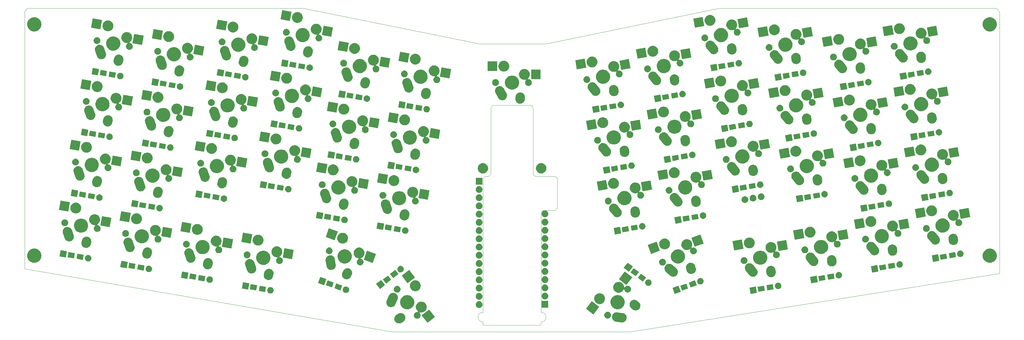
<source format=gbr>
%TF.GenerationSoftware,KiCad,Pcbnew,(5.0.1-3-g963ef8bb5)*%
%TF.CreationDate,2018-12-29T10:02:51-08:00*%
%TF.ProjectId,Laptreus-v1,4C617074726575732D76312E6B696361,rev?*%
%TF.SameCoordinates,Original*%
%TF.FileFunction,Soldermask,Top*%
%TF.FilePolarity,Negative*%
%FSLAX46Y46*%
G04 Gerber Fmt 4.6, Leading zero omitted, Abs format (unit mm)*
G04 Created by KiCad (PCBNEW (5.0.1-3-g963ef8bb5)) date Saturday, December 29, 2018 at 10:02:51 AM*
%MOMM*%
%LPD*%
G01*
G04 APERTURE LIST*
%ADD10C,0.100000*%
G04 APERTURE END LIST*
D10*
X240770059Y-150470119D02*
X240770059Y-150970119D01*
X240770062Y-146970117D02*
X240770060Y-147470118D01*
X240770067Y-147470119D02*
G75*
G02X240770059Y-150470119I-4J-1500000D01*
G01*
X222770064Y-150470119D02*
X222770064Y-150970119D01*
X222770065Y-150470114D02*
G75*
G02X222770059Y-147470118I-3J1499998D01*
G01*
X237270063Y-83470115D02*
G75*
G02X238270062Y-84470118I-2J-1000001D01*
G01*
X225270061Y-84470119D02*
G75*
G02X226270062Y-83470116I1000002J1D01*
G01*
X226270062Y-83470116D02*
X237270063Y-83470117D01*
X268270063Y-153470119D02*
X382270062Y-135470116D01*
X194770063Y-153470117D02*
X239270063Y-153470116D01*
X240770060Y-150970118D02*
G75*
G02X240270061Y-151470119I-500000J-1D01*
G01*
X223270064Y-151470119D02*
G75*
G02X222770064Y-150970119I0J500000D01*
G01*
X245770062Y-114970120D02*
G75*
G02X244770061Y-115970119I-1000000J1D01*
G01*
X223270064Y-151470117D02*
X240270061Y-151470119D01*
X244770061Y-105470118D02*
G75*
G02X245770060Y-106470119I-1J-1000000D01*
G01*
X380770063Y-53470116D02*
G75*
G02X382270060Y-54970119I-3J-1500000D01*
G01*
X81270064Y-54970119D02*
G75*
G02X82770060Y-53470119I1499998J2D01*
G01*
X225270060Y-104470118D02*
G75*
G02X224270060Y-105470118I-1000000J0D01*
G01*
X223770061Y-105470118D02*
X224270060Y-105470118D01*
X222770064Y-106470119D02*
G75*
G02X223770061Y-105470118I999999J2D01*
G01*
X240770059Y-116970114D02*
G75*
G02X241770063Y-115970118I1000000J-4D01*
G01*
X225270063Y-104470118D02*
X225270059Y-84470117D01*
X239270063Y-105470116D02*
G75*
G02X238270061Y-104470118I-2J1000000D01*
G01*
X238270061Y-104470118D02*
X238270062Y-84470117D01*
X244770060Y-105470119D02*
X239270064Y-105470119D01*
X241770063Y-115970118D02*
X244770061Y-115970119D01*
X240770060Y-116970118D02*
X240770062Y-146970117D01*
X82770060Y-53470119D02*
X167270060Y-53470120D01*
X242270062Y-64470119D02*
X295770061Y-53470120D01*
X221770061Y-64470116D02*
X242270062Y-64470119D01*
X167270060Y-53470120D02*
X221770061Y-64470116D01*
X239270063Y-153470116D02*
X268270063Y-153470119D01*
X245770060Y-106470119D02*
X245770063Y-114970117D01*
X222770059Y-147470118D02*
X222770064Y-106470119D01*
X81270064Y-133970119D02*
X194770063Y-153470117D01*
X295770061Y-53470120D02*
X380770061Y-53470118D01*
X81270062Y-54970118D02*
X81270064Y-133970119D01*
X382270060Y-54970119D02*
X382270062Y-135470116D01*
G36*
X197681044Y-147691352D02*
X197681047Y-147691353D01*
X197954148Y-147774977D01*
X197954151Y-147774979D01*
X197954152Y-147774979D01*
X198205697Y-147910280D01*
X198426013Y-148092055D01*
X198426016Y-148092059D01*
X198606633Y-148313318D01*
X198606634Y-148313320D01*
X198740617Y-148565570D01*
X198740617Y-148565571D01*
X198805951Y-148782993D01*
X198822814Y-148839113D01*
X198850066Y-149123433D01*
X198821326Y-149407609D01*
X198821325Y-149407612D01*
X198821325Y-149407613D01*
X198753873Y-149627899D01*
X198737699Y-149680717D01*
X198602398Y-149932261D01*
X198602396Y-149932264D01*
X198550932Y-149994639D01*
X198420623Y-150152578D01*
X198254801Y-150287940D01*
X198209516Y-150318027D01*
X197653059Y-150687738D01*
X197527028Y-150754679D01*
X197464014Y-150788149D01*
X197190472Y-150870346D01*
X196906152Y-150897599D01*
X196621976Y-150868859D01*
X196462901Y-150820149D01*
X196348872Y-150785233D01*
X196167614Y-150687738D01*
X196097323Y-150649930D01*
X196097322Y-150649929D01*
X196097320Y-150649928D01*
X195977491Y-150551061D01*
X195877006Y-150468155D01*
X195786696Y-150357523D01*
X195696387Y-150246892D01*
X195626709Y-150115709D01*
X195562403Y-149994640D01*
X195480206Y-149721098D01*
X195452953Y-149436778D01*
X195481693Y-149152602D01*
X195538701Y-148966429D01*
X195565319Y-148879498D01*
X195617228Y-148782991D01*
X195700622Y-148627949D01*
X195882397Y-148407632D01*
X196048219Y-148272270D01*
X196385910Y-148047908D01*
X196649961Y-147872472D01*
X196839006Y-147772061D01*
X197112545Y-147689864D01*
X197154878Y-147685806D01*
X197396868Y-147662611D01*
X197681044Y-147691352D01*
X197681044Y-147691352D01*
G37*
G36*
X207961481Y-148945205D02*
X205660756Y-150710614D01*
X203864909Y-148370221D01*
X206165634Y-146604812D01*
X207961481Y-148945205D01*
X207961481Y-148945205D01*
G37*
G36*
X264082054Y-147442228D02*
X264224590Y-147449137D01*
X265262292Y-147602371D01*
X266017590Y-147713903D01*
X266017593Y-147713904D01*
X266017595Y-147713904D01*
X266225270Y-147765779D01*
X266483552Y-147887731D01*
X266713079Y-148057727D01*
X266713080Y-148057728D01*
X266905031Y-148269235D01*
X267052033Y-148514130D01*
X267148432Y-148782991D01*
X267190527Y-149065500D01*
X267176700Y-149350784D01*
X267176699Y-149350788D01*
X267107479Y-149627899D01*
X266985528Y-149886181D01*
X266905199Y-149994640D01*
X266815531Y-150115709D01*
X266604024Y-150307660D01*
X266586753Y-150318027D01*
X266359131Y-150454662D01*
X266224699Y-150502861D01*
X266090267Y-150551061D01*
X265996097Y-150565093D01*
X265807760Y-150593157D01*
X265807758Y-150593157D01*
X265736492Y-150589702D01*
X265593955Y-150582793D01*
X264351408Y-150399310D01*
X263800956Y-150318027D01*
X263800953Y-150318026D01*
X263800951Y-150318026D01*
X263593276Y-150266151D01*
X263334994Y-150144199D01*
X263105467Y-149974203D01*
X263067403Y-149932261D01*
X262913515Y-149762695D01*
X262864303Y-149680712D01*
X262766513Y-149517802D01*
X262718314Y-149383370D01*
X262670114Y-149248939D01*
X262636525Y-149023521D01*
X262628018Y-148966431D01*
X262633587Y-148851544D01*
X262641846Y-148681146D01*
X262655135Y-148627946D01*
X262711066Y-148404031D01*
X262833018Y-148145749D01*
X263003014Y-147916222D01*
X263023357Y-147897760D01*
X263214522Y-147724270D01*
X263317240Y-147662612D01*
X263459415Y-147577268D01*
X263593848Y-147529068D01*
X263728278Y-147480869D01*
X263869533Y-147459821D01*
X264010786Y-147438773D01*
X264010788Y-147438773D01*
X264082054Y-147442228D01*
X264082054Y-147442228D01*
G37*
G36*
X203997968Y-144182401D02*
X204240673Y-144230678D01*
X204545503Y-144356943D01*
X204819844Y-144540251D01*
X205053151Y-144773558D01*
X205236459Y-145047899D01*
X205362724Y-145352729D01*
X205427093Y-145676336D01*
X205427093Y-146006282D01*
X205362724Y-146329889D01*
X205236459Y-146634719D01*
X205053151Y-146909060D01*
X204819844Y-147142367D01*
X204545503Y-147325675D01*
X204240673Y-147451940D01*
X204064986Y-147486886D01*
X203917067Y-147516309D01*
X203587119Y-147516309D01*
X203403438Y-147479773D01*
X203379052Y-147477371D01*
X203354665Y-147479773D01*
X203331216Y-147486886D01*
X203309605Y-147498437D01*
X203290663Y-147513983D01*
X203275118Y-147532925D01*
X203263567Y-147554536D01*
X203256454Y-147577985D01*
X203254052Y-147602371D01*
X203256454Y-147626758D01*
X203263567Y-147650207D01*
X203275118Y-147671818D01*
X203290664Y-147690759D01*
X203325691Y-147725786D01*
X203440600Y-147897760D01*
X203519752Y-148088848D01*
X203560102Y-148291706D01*
X203560102Y-148498538D01*
X203519752Y-148701396D01*
X203440600Y-148892484D01*
X203325691Y-149064458D01*
X203179438Y-149210711D01*
X203007464Y-149325620D01*
X202816376Y-149404772D01*
X202635990Y-149440652D01*
X202613519Y-149445122D01*
X202406685Y-149445122D01*
X202384214Y-149440652D01*
X202203828Y-149404772D01*
X202012740Y-149325620D01*
X201840766Y-149210711D01*
X201694513Y-149064458D01*
X201579604Y-148892484D01*
X201500452Y-148701396D01*
X201460102Y-148498538D01*
X201460102Y-148291706D01*
X201500452Y-148088848D01*
X201579604Y-147897760D01*
X201694513Y-147725786D01*
X201840766Y-147579533D01*
X202012740Y-147464624D01*
X202203828Y-147385472D01*
X202384214Y-147349592D01*
X202406685Y-147345122D01*
X202585322Y-147345122D01*
X202609708Y-147342720D01*
X202633157Y-147335607D01*
X202654768Y-147324056D01*
X202673710Y-147308510D01*
X202689256Y-147289568D01*
X202700807Y-147267957D01*
X202707920Y-147244508D01*
X202710322Y-147220122D01*
X202707920Y-147195736D01*
X202700807Y-147172287D01*
X202689256Y-147150676D01*
X202673715Y-147131740D01*
X202451035Y-146909060D01*
X202267727Y-146634719D01*
X202141462Y-146329889D01*
X202077093Y-146006282D01*
X202077093Y-145676336D01*
X202141462Y-145352729D01*
X202267727Y-145047899D01*
X202451035Y-144773558D01*
X202684342Y-144540251D01*
X202958683Y-144356943D01*
X203263513Y-144230678D01*
X203506218Y-144182401D01*
X203587119Y-144166309D01*
X203917067Y-144166309D01*
X203997968Y-144182401D01*
X203997968Y-144182401D01*
G37*
G36*
X261420507Y-147308510D02*
X261601606Y-147344532D01*
X261792694Y-147423684D01*
X261964668Y-147538593D01*
X262110921Y-147684846D01*
X262225830Y-147856820D01*
X262304982Y-148047908D01*
X262345332Y-148250766D01*
X262345332Y-148457598D01*
X262304982Y-148660456D01*
X262225830Y-148851544D01*
X262110921Y-149023518D01*
X261964668Y-149169771D01*
X261792694Y-149284680D01*
X261601606Y-149363832D01*
X261421220Y-149399712D01*
X261398749Y-149404182D01*
X261191915Y-149404182D01*
X261169444Y-149399712D01*
X260989058Y-149363832D01*
X260797970Y-149284680D01*
X260625996Y-149169771D01*
X260479743Y-149023518D01*
X260364834Y-148851544D01*
X260285682Y-148660456D01*
X260245332Y-148457598D01*
X260245332Y-148250766D01*
X260285682Y-148047908D01*
X260364834Y-147856820D01*
X260479743Y-147684846D01*
X260625996Y-147538593D01*
X260797970Y-147423684D01*
X260989058Y-147344532D01*
X261170157Y-147308510D01*
X261191915Y-147304182D01*
X261398749Y-147304182D01*
X261420507Y-147308510D01*
X261420507Y-147308510D01*
G37*
G36*
X258698534Y-145775469D02*
X256902687Y-148115862D01*
X254601962Y-146350453D01*
X256397809Y-144010060D01*
X258698534Y-145775469D01*
X258698534Y-145775469D01*
G37*
G36*
X269698508Y-143604838D02*
X269976500Y-143670425D01*
X270236356Y-143788984D01*
X270323190Y-143851553D01*
X270410021Y-143914120D01*
X270552768Y-144039968D01*
X270951941Y-144391886D01*
X271097858Y-144548500D01*
X271180552Y-144682262D01*
X271248052Y-144791447D01*
X271347964Y-145059028D01*
X271383195Y-145275953D01*
X271393752Y-145340957D01*
X271383660Y-145626404D01*
X271318073Y-145904395D01*
X271199514Y-146164252D01*
X271132723Y-146256945D01*
X271032539Y-146395982D01*
X271032536Y-146395984D01*
X271032536Y-146395985D01*
X270823558Y-146590690D01*
X270580611Y-146740884D01*
X270580608Y-146740885D01*
X270313030Y-146840796D01*
X270031102Y-146886584D01*
X270031100Y-146886584D01*
X269745653Y-146876492D01*
X269467662Y-146810905D01*
X269207806Y-146692346D01*
X269066726Y-146590689D01*
X269034141Y-146567210D01*
X268691100Y-146264779D01*
X268492221Y-146089444D01*
X268470416Y-146066041D01*
X268346305Y-145932832D01*
X268196110Y-145689883D01*
X268096198Y-145422302D01*
X268050410Y-145140374D01*
X268053679Y-145047899D01*
X268060502Y-144854926D01*
X268126089Y-144576934D01*
X268244648Y-144317078D01*
X268411626Y-144085345D01*
X268460330Y-144039967D01*
X268620602Y-143890641D01*
X268863551Y-143740446D01*
X269131132Y-143640534D01*
X269413060Y-143594746D01*
X269413062Y-143594746D01*
X269698508Y-143604838D01*
X269698508Y-143604838D01*
G37*
G36*
X200056417Y-142258960D02*
X200056419Y-142258961D01*
X200056420Y-142258961D01*
X200454991Y-142424054D01*
X200752424Y-142622793D01*
X200813698Y-142663735D01*
X201118746Y-142968783D01*
X201118748Y-142968786D01*
X201358427Y-143327490D01*
X201488094Y-143640535D01*
X201523521Y-143726064D01*
X201607684Y-144149181D01*
X201607684Y-144580593D01*
X201531664Y-144962773D01*
X201523520Y-145003713D01*
X201358427Y-145402284D01*
X201208674Y-145626404D01*
X201118746Y-145760991D01*
X200813698Y-146066039D01*
X200813695Y-146066041D01*
X200454991Y-146305720D01*
X200056420Y-146470813D01*
X200056419Y-146470813D01*
X200056417Y-146470814D01*
X199633300Y-146554977D01*
X199201888Y-146554977D01*
X198778771Y-146470814D01*
X198778769Y-146470813D01*
X198778768Y-146470813D01*
X198380197Y-146305720D01*
X198021493Y-146066041D01*
X198021490Y-146066039D01*
X197716442Y-145760991D01*
X197626514Y-145626404D01*
X197476761Y-145402284D01*
X197311668Y-145003713D01*
X197303525Y-144962773D01*
X197227504Y-144580593D01*
X197227504Y-144149181D01*
X197311667Y-143726064D01*
X197347094Y-143640535D01*
X197476761Y-143327490D01*
X197716440Y-142968786D01*
X197716442Y-142968783D01*
X198021490Y-142663735D01*
X198082764Y-142622793D01*
X198380197Y-142424054D01*
X198778768Y-142258961D01*
X198778769Y-142258961D01*
X198778771Y-142258960D01*
X199201888Y-142174797D01*
X199633300Y-142174797D01*
X200056417Y-142258960D01*
X200056417Y-142258960D01*
G37*
G36*
X265026663Y-142218020D02*
X265026665Y-142218021D01*
X265026666Y-142218021D01*
X265425237Y-142383114D01*
X265782322Y-142621711D01*
X265783944Y-142622795D01*
X266088992Y-142927843D01*
X266088994Y-142927846D01*
X266328673Y-143286550D01*
X266493766Y-143685121D01*
X266493767Y-143685124D01*
X266577930Y-144108241D01*
X266577930Y-144539653D01*
X266494943Y-144956859D01*
X266493766Y-144962773D01*
X266328673Y-145361344D01*
X266109150Y-145689883D01*
X266088992Y-145720051D01*
X265783944Y-146025099D01*
X265783941Y-146025101D01*
X265425237Y-146264780D01*
X265026666Y-146429873D01*
X265026665Y-146429873D01*
X265026663Y-146429874D01*
X264603546Y-146514037D01*
X264172134Y-146514037D01*
X263749017Y-146429874D01*
X263749015Y-146429873D01*
X263749014Y-146429873D01*
X263350443Y-146264780D01*
X262991739Y-146025101D01*
X262991736Y-146025099D01*
X262686688Y-145720051D01*
X262666530Y-145689883D01*
X262447007Y-145361344D01*
X262281914Y-144962773D01*
X262280738Y-144956859D01*
X262197750Y-144539653D01*
X262197750Y-144108241D01*
X262281913Y-143685124D01*
X262281914Y-143685121D01*
X262447007Y-143286550D01*
X262686686Y-142927846D01*
X262686688Y-142927843D01*
X262991736Y-142622795D01*
X262993358Y-142621711D01*
X263350443Y-142383114D01*
X263749014Y-142218021D01*
X263749015Y-142218021D01*
X263749017Y-142218020D01*
X264172134Y-142133857D01*
X264603546Y-142133857D01*
X265026663Y-142218020D01*
X265026663Y-142218020D01*
G37*
G36*
X221738768Y-144027716D02*
X221815897Y-144035312D01*
X221947848Y-144075339D01*
X222013824Y-144095352D01*
X222196233Y-144192852D01*
X222356115Y-144324065D01*
X222487328Y-144483947D01*
X222584828Y-144666356D01*
X222584828Y-144666357D01*
X222644868Y-144864283D01*
X222665141Y-145070119D01*
X222644868Y-145275955D01*
X222606547Y-145402284D01*
X222584828Y-145473882D01*
X222487328Y-145656291D01*
X222356115Y-145816173D01*
X222196233Y-145947386D01*
X222013824Y-146044886D01*
X221947848Y-146064899D01*
X221815897Y-146104926D01*
X221738768Y-146112523D01*
X221661641Y-146120119D01*
X221558481Y-146120119D01*
X221481354Y-146112523D01*
X221404225Y-146104926D01*
X221272274Y-146064899D01*
X221206298Y-146044886D01*
X221023889Y-145947386D01*
X220864007Y-145816173D01*
X220732794Y-145656291D01*
X220635294Y-145473882D01*
X220613575Y-145402284D01*
X220575254Y-145275955D01*
X220554981Y-145070119D01*
X220575254Y-144864283D01*
X220635294Y-144666357D01*
X220635294Y-144666356D01*
X220732794Y-144483947D01*
X220864007Y-144324065D01*
X221023889Y-144192852D01*
X221206298Y-144095352D01*
X221272274Y-144075339D01*
X221404225Y-144035312D01*
X221481354Y-144027716D01*
X221558481Y-144020119D01*
X221661641Y-144020119D01*
X221738768Y-144027716D01*
X221738768Y-144027716D01*
G37*
G36*
X242980060Y-146020119D02*
X240880060Y-146020119D01*
X240880060Y-143920119D01*
X242980060Y-143920119D01*
X242980060Y-146020119D01*
X242980060Y-146020119D01*
G37*
G36*
X195344234Y-141458373D02*
X195388773Y-141463467D01*
X195660763Y-141550662D01*
X195910516Y-141689245D01*
X196128434Y-141873889D01*
X196306142Y-142097498D01*
X196436811Y-142351481D01*
X196515421Y-142626076D01*
X196520427Y-142686647D01*
X196538949Y-142910730D01*
X196526875Y-143016290D01*
X196506492Y-143194504D01*
X196441145Y-143398342D01*
X196441143Y-143398348D01*
X195721338Y-145061720D01*
X195677695Y-145140372D01*
X195617477Y-145248897D01*
X195594550Y-145275955D01*
X195432832Y-145466816D01*
X195241766Y-145618660D01*
X195209224Y-145644522D01*
X195127802Y-145686412D01*
X194955243Y-145775191D01*
X194817944Y-145814496D01*
X194680646Y-145853801D01*
X194395994Y-145877329D01*
X194395992Y-145877329D01*
X194282484Y-145864346D01*
X194112219Y-145844872D01*
X193908226Y-145779475D01*
X193840228Y-145757676D01*
X193693638Y-145676336D01*
X193590475Y-145619093D01*
X193470727Y-145517629D01*
X193372556Y-145434448D01*
X193194851Y-145210841D01*
X193064181Y-144956859D01*
X193011706Y-144773556D01*
X192985571Y-144682262D01*
X192962043Y-144397610D01*
X192962698Y-144391886D01*
X192981136Y-144230678D01*
X192994500Y-144113835D01*
X193058525Y-143914122D01*
X193059849Y-143909991D01*
X193779654Y-142246619D01*
X193817283Y-142178804D01*
X193883514Y-142059442D01*
X194068159Y-141841524D01*
X194291768Y-141663816D01*
X194291767Y-141663816D01*
X194291769Y-141663815D01*
X194545748Y-141533148D01*
X194545750Y-141533147D01*
X194820345Y-141454537D01*
X194986201Y-141440829D01*
X195105000Y-141431009D01*
X195344234Y-141458373D01*
X195344234Y-141458373D01*
G37*
G36*
X259057225Y-141587649D02*
X259299930Y-141635926D01*
X259604760Y-141762191D01*
X259879101Y-141945499D01*
X260112408Y-142178806D01*
X260295716Y-142453147D01*
X260421981Y-142757977D01*
X260486350Y-143081584D01*
X260486350Y-143411530D01*
X260421981Y-143735137D01*
X260295716Y-144039967D01*
X260112408Y-144314308D01*
X259879101Y-144547615D01*
X259604760Y-144730923D01*
X259299930Y-144857188D01*
X259057225Y-144905465D01*
X258976324Y-144921557D01*
X258646376Y-144921557D01*
X258565475Y-144905465D01*
X258322770Y-144857188D01*
X258017940Y-144730923D01*
X257743599Y-144547615D01*
X257510292Y-144314308D01*
X257326984Y-144039967D01*
X257200719Y-143735137D01*
X257136350Y-143411530D01*
X257136350Y-143081584D01*
X257200719Y-142757977D01*
X257326984Y-142453147D01*
X257510292Y-142178806D01*
X257743599Y-141945499D01*
X258017940Y-141762191D01*
X258322770Y-141635926D01*
X258565475Y-141587649D01*
X258646376Y-141571557D01*
X258976324Y-141571557D01*
X259057225Y-141587649D01*
X259057225Y-141587649D01*
G37*
G36*
X221738768Y-141487715D02*
X221815897Y-141495312D01*
X221940623Y-141533147D01*
X222013824Y-141555352D01*
X222196233Y-141652852D01*
X222356115Y-141784065D01*
X222487328Y-141943947D01*
X222584828Y-142126356D01*
X222584828Y-142126357D01*
X222644868Y-142324283D01*
X222665141Y-142530119D01*
X222644868Y-142735955D01*
X222615162Y-142833882D01*
X222584828Y-142933882D01*
X222487328Y-143116291D01*
X222356115Y-143276173D01*
X222196233Y-143407386D01*
X222013824Y-143504886D01*
X221947848Y-143524899D01*
X221815897Y-143564926D01*
X221738768Y-143572523D01*
X221661641Y-143580119D01*
X221558481Y-143580119D01*
X221481354Y-143572523D01*
X221404225Y-143564926D01*
X221272274Y-143524899D01*
X221206298Y-143504886D01*
X221023889Y-143407386D01*
X220864007Y-143276173D01*
X220732794Y-143116291D01*
X220635294Y-142933882D01*
X220604960Y-142833882D01*
X220575254Y-142735955D01*
X220554981Y-142530119D01*
X220575254Y-142324283D01*
X220635294Y-142126357D01*
X220635294Y-142126356D01*
X220732794Y-141943947D01*
X220864007Y-141784065D01*
X221023889Y-141652852D01*
X221206298Y-141555352D01*
X221279499Y-141533147D01*
X221404225Y-141495312D01*
X221481354Y-141487715D01*
X221558481Y-141480119D01*
X221661641Y-141480119D01*
X221738768Y-141487715D01*
X221738768Y-141487715D01*
G37*
G36*
X242027663Y-141384652D02*
X242135896Y-141395312D01*
X242253577Y-141431010D01*
X242333823Y-141455352D01*
X242516232Y-141552852D01*
X242676114Y-141684065D01*
X242807327Y-141843947D01*
X242904827Y-142026356D01*
X242904827Y-142026357D01*
X242964867Y-142224283D01*
X242985140Y-142430119D01*
X242964867Y-142635955D01*
X242956440Y-142663735D01*
X242904827Y-142833882D01*
X242807327Y-143016291D01*
X242676114Y-143176173D01*
X242516232Y-143307386D01*
X242333823Y-143404886D01*
X242267847Y-143424899D01*
X242135896Y-143464926D01*
X242058767Y-143472523D01*
X241981640Y-143480119D01*
X241878480Y-143480119D01*
X241801353Y-143472523D01*
X241724224Y-143464926D01*
X241592273Y-143424899D01*
X241526297Y-143404886D01*
X241343888Y-143307386D01*
X241184006Y-143176173D01*
X241052793Y-143016291D01*
X240955293Y-142833882D01*
X240903680Y-142663735D01*
X240895253Y-142635955D01*
X240874980Y-142430119D01*
X240895253Y-142224283D01*
X240955293Y-142026357D01*
X240955293Y-142026356D01*
X241052793Y-141843947D01*
X241184006Y-141684065D01*
X241343888Y-141552852D01*
X241526297Y-141455352D01*
X241606543Y-141431010D01*
X241724224Y-141395312D01*
X241832457Y-141384652D01*
X241878480Y-141380119D01*
X241981640Y-141380119D01*
X242027663Y-141384652D01*
X242027663Y-141384652D01*
G37*
G36*
X283678183Y-140558316D02*
X283819679Y-140947072D01*
X283878977Y-141109994D01*
X282655365Y-141555352D01*
X281999592Y-141794034D01*
X281999591Y-141794034D01*
X281440979Y-140259260D01*
X281315551Y-139914649D01*
X281315551Y-139914648D01*
X282830602Y-139363215D01*
X283194936Y-139230608D01*
X283194937Y-139230608D01*
X283678183Y-140558316D01*
X283678183Y-140558316D01*
G37*
G36*
X307384463Y-141446453D02*
X305414847Y-141793749D01*
X305067551Y-139824133D01*
X307037167Y-139476837D01*
X307384463Y-141446453D01*
X307384463Y-141446453D01*
G37*
G36*
X157350201Y-139670755D02*
X157466120Y-139693812D01*
X157648109Y-139769194D01*
X157811894Y-139878632D01*
X157951182Y-140017920D01*
X158060620Y-140181705D01*
X158136002Y-140363694D01*
X158155035Y-140459383D01*
X158174431Y-140556890D01*
X158174431Y-140753876D01*
X158171045Y-140770898D01*
X158136002Y-140947072D01*
X158060620Y-141129061D01*
X157951182Y-141292846D01*
X157811894Y-141432134D01*
X157648109Y-141541572D01*
X157466120Y-141616954D01*
X157370740Y-141635926D01*
X157272924Y-141655383D01*
X157075938Y-141655383D01*
X156978122Y-141635926D01*
X156882742Y-141616954D01*
X156700753Y-141541572D01*
X156536968Y-141432134D01*
X156397680Y-141292846D01*
X156288242Y-141129061D01*
X156212860Y-140947072D01*
X156177817Y-140770898D01*
X156174431Y-140753876D01*
X156174431Y-140556890D01*
X156193827Y-140459383D01*
X156212860Y-140363694D01*
X156288242Y-140181705D01*
X156397680Y-140017920D01*
X156536968Y-139878632D01*
X156700753Y-139769194D01*
X156882742Y-139693812D01*
X156998661Y-139670755D01*
X157075938Y-139655383D01*
X157272924Y-139655383D01*
X157350201Y-139670755D01*
X157350201Y-139670755D01*
G37*
G36*
X180685592Y-139494584D02*
X180801511Y-139517641D01*
X180983500Y-139593023D01*
X181147285Y-139702461D01*
X181286573Y-139841749D01*
X181396011Y-140005534D01*
X181471393Y-140187523D01*
X181485662Y-140259260D01*
X181509822Y-140380719D01*
X181509822Y-140577705D01*
X181505390Y-140599984D01*
X181471393Y-140770901D01*
X181396011Y-140952890D01*
X181286573Y-141116675D01*
X181147285Y-141255963D01*
X180983500Y-141365401D01*
X180801511Y-141440783D01*
X180687469Y-141463467D01*
X180608315Y-141479212D01*
X180411329Y-141479212D01*
X180332175Y-141463467D01*
X180218133Y-141440783D01*
X180036144Y-141365401D01*
X179872359Y-141255963D01*
X179733071Y-141116675D01*
X179623633Y-140952890D01*
X179548251Y-140770901D01*
X179514254Y-140599984D01*
X179509822Y-140577705D01*
X179509822Y-140380719D01*
X179533982Y-140259260D01*
X179548251Y-140187523D01*
X179623633Y-140005534D01*
X179733071Y-139841749D01*
X179872359Y-139702461D01*
X180036144Y-139593023D01*
X180218133Y-139517641D01*
X180334052Y-139494584D01*
X180411329Y-139479212D01*
X180608315Y-139479212D01*
X180685592Y-139494584D01*
X180685592Y-139494584D01*
G37*
G36*
X264937979Y-138096109D02*
X265180684Y-138144386D01*
X265485514Y-138270651D01*
X265759855Y-138453959D01*
X265993162Y-138687266D01*
X266176470Y-138961607D01*
X266302735Y-139266437D01*
X266351012Y-139509142D01*
X266367104Y-139590043D01*
X266367104Y-139657780D01*
X266369506Y-139682166D01*
X266376619Y-139705615D01*
X266388170Y-139727226D01*
X266403716Y-139746168D01*
X266422658Y-139761714D01*
X266444269Y-139773265D01*
X266467718Y-139780378D01*
X266492104Y-139782780D01*
X266516490Y-139780378D01*
X266539939Y-139773265D01*
X266561550Y-139761714D01*
X266580492Y-139746168D01*
X266596033Y-139727232D01*
X266664759Y-139624376D01*
X266811012Y-139478123D01*
X266982986Y-139363214D01*
X267174074Y-139284062D01*
X267357707Y-139247536D01*
X267376931Y-139243712D01*
X267583765Y-139243712D01*
X267602989Y-139247536D01*
X267786622Y-139284062D01*
X267977710Y-139363214D01*
X268149684Y-139478123D01*
X268295937Y-139624376D01*
X268410846Y-139796350D01*
X268489998Y-139987438D01*
X268525719Y-140167026D01*
X268529797Y-140187523D01*
X268530348Y-140190296D01*
X268530348Y-140397128D01*
X268489998Y-140599986D01*
X268410846Y-140791074D01*
X268295937Y-140963048D01*
X268149684Y-141109301D01*
X267977710Y-141224210D01*
X267786622Y-141303362D01*
X267606236Y-141339242D01*
X267583765Y-141343712D01*
X267376931Y-141343712D01*
X267354460Y-141339242D01*
X267174074Y-141303362D01*
X266982986Y-141224210D01*
X266811012Y-141109301D01*
X266664759Y-140963048D01*
X266549850Y-140791074D01*
X266470698Y-140599986D01*
X266448705Y-140489419D01*
X266441593Y-140465972D01*
X266430041Y-140444361D01*
X266414496Y-140425419D01*
X266395554Y-140409874D01*
X266373943Y-140398323D01*
X266350494Y-140391210D01*
X266326107Y-140388808D01*
X266301721Y-140391210D01*
X266278272Y-140398323D01*
X266256661Y-140409875D01*
X266237719Y-140425420D01*
X266222174Y-140444362D01*
X266210626Y-140465968D01*
X266176470Y-140548427D01*
X265993162Y-140822768D01*
X265759855Y-141056075D01*
X265485514Y-141239383D01*
X265180684Y-141365648D01*
X264937979Y-141413925D01*
X264857078Y-141430017D01*
X264527130Y-141430017D01*
X264446229Y-141413925D01*
X264203524Y-141365648D01*
X263898694Y-141239383D01*
X263624353Y-141056075D01*
X263391046Y-140822768D01*
X263207738Y-140548427D01*
X263081473Y-140243597D01*
X263017104Y-139919990D01*
X263017104Y-139590044D01*
X263017715Y-139586974D01*
X263033196Y-139509142D01*
X263081473Y-139266437D01*
X263207738Y-138961607D01*
X263391046Y-138687266D01*
X263624353Y-138453959D01*
X263898694Y-138270651D01*
X264203524Y-138144386D01*
X264446229Y-138096109D01*
X264527130Y-138080017D01*
X264857078Y-138080017D01*
X264937979Y-138096109D01*
X264937979Y-138096109D01*
G37*
G36*
X196450974Y-139289122D02*
X196631360Y-139325002D01*
X196822448Y-139404154D01*
X196994422Y-139519063D01*
X197140675Y-139665316D01*
X197255584Y-139837290D01*
X197334736Y-140028378D01*
X197375086Y-140231236D01*
X197375086Y-140438068D01*
X197334736Y-140640926D01*
X197255584Y-140832014D01*
X197140675Y-141003988D01*
X196994422Y-141150241D01*
X196822448Y-141265150D01*
X196631360Y-141344302D01*
X196451291Y-141380119D01*
X196428503Y-141384652D01*
X196221669Y-141384652D01*
X196198881Y-141380119D01*
X196018812Y-141344302D01*
X195827724Y-141265150D01*
X195655750Y-141150241D01*
X195509497Y-141003988D01*
X195394588Y-140832014D01*
X195315436Y-140640926D01*
X195275086Y-140438068D01*
X195275086Y-140231236D01*
X195315436Y-140028378D01*
X195394588Y-139837290D01*
X195509497Y-139665316D01*
X195655750Y-139519063D01*
X195827724Y-139404154D01*
X196018812Y-139325002D01*
X196199198Y-139289122D01*
X196221669Y-139284652D01*
X196428503Y-139284652D01*
X196450974Y-139289122D01*
X196450974Y-139289122D01*
G37*
G36*
X155836138Y-139607064D02*
X155558301Y-141182756D01*
X153588686Y-140835460D01*
X153866523Y-139259768D01*
X155836138Y-139607064D01*
X155836138Y-139607064D01*
G37*
G36*
X309811752Y-140815370D02*
X307842137Y-141162666D01*
X307564300Y-139586974D01*
X309533915Y-139239678D01*
X309811752Y-140815370D01*
X309811752Y-140815370D01*
G37*
G36*
X221738768Y-138947715D02*
X221815897Y-138955312D01*
X221935233Y-138991512D01*
X222013824Y-139015352D01*
X222196233Y-139112852D01*
X222356115Y-139244065D01*
X222487328Y-139403947D01*
X222584828Y-139586356D01*
X222596360Y-139624373D01*
X222644868Y-139784283D01*
X222665141Y-139990119D01*
X222644868Y-140195955D01*
X222604841Y-140327906D01*
X222584828Y-140393882D01*
X222487328Y-140576291D01*
X222356115Y-140736173D01*
X222196233Y-140867386D01*
X222013824Y-140964886D01*
X221947848Y-140984899D01*
X221815897Y-141024926D01*
X221738768Y-141032523D01*
X221661641Y-141040119D01*
X221558481Y-141040119D01*
X221481354Y-141032523D01*
X221404225Y-141024926D01*
X221272274Y-140984899D01*
X221206298Y-140964886D01*
X221023889Y-140867386D01*
X220864007Y-140736173D01*
X220732794Y-140576291D01*
X220635294Y-140393882D01*
X220615281Y-140327906D01*
X220575254Y-140195955D01*
X220554981Y-139990119D01*
X220575254Y-139784283D01*
X220623762Y-139624373D01*
X220635294Y-139586356D01*
X220732794Y-139403947D01*
X220864007Y-139244065D01*
X221023889Y-139112852D01*
X221206298Y-139015352D01*
X221284889Y-138991512D01*
X221404225Y-138955312D01*
X221481354Y-138947715D01*
X221558481Y-138940119D01*
X221661641Y-138940119D01*
X221738768Y-138947715D01*
X221738768Y-138947715D01*
G37*
G36*
X242058767Y-138847715D02*
X242135896Y-138855312D01*
X242267847Y-138895339D01*
X242333823Y-138915352D01*
X242516232Y-139012852D01*
X242676114Y-139144065D01*
X242807327Y-139303947D01*
X242904827Y-139486356D01*
X242904827Y-139486357D01*
X242964867Y-139684283D01*
X242985140Y-139890119D01*
X242964867Y-140095955D01*
X242959973Y-140112087D01*
X242904827Y-140293882D01*
X242807327Y-140476291D01*
X242676114Y-140636173D01*
X242516232Y-140767386D01*
X242333823Y-140864886D01*
X242325581Y-140867386D01*
X242135896Y-140924926D01*
X242061422Y-140932261D01*
X241981640Y-140940119D01*
X241878480Y-140940119D01*
X241798698Y-140932261D01*
X241724224Y-140924926D01*
X241534539Y-140867386D01*
X241526297Y-140864886D01*
X241343888Y-140767386D01*
X241184006Y-140636173D01*
X241052793Y-140476291D01*
X240955293Y-140293882D01*
X240900147Y-140112087D01*
X240895253Y-140095955D01*
X240874980Y-139890119D01*
X240895253Y-139684283D01*
X240955293Y-139486357D01*
X240955293Y-139486356D01*
X241052793Y-139303947D01*
X241184006Y-139144065D01*
X241343888Y-139012852D01*
X241526297Y-138915352D01*
X241592273Y-138895339D01*
X241724224Y-138855312D01*
X241801353Y-138847715D01*
X241878480Y-138840119D01*
X241981640Y-138840119D01*
X242058767Y-138847715D01*
X242058767Y-138847715D01*
G37*
G36*
X202147450Y-137598353D02*
X202390155Y-137646630D01*
X202694985Y-137772895D01*
X202969326Y-137956203D01*
X203202633Y-138189510D01*
X203385941Y-138463851D01*
X203512206Y-138768681D01*
X203556530Y-138991513D01*
X203576575Y-139092287D01*
X203576575Y-139422235D01*
X203563820Y-139486356D01*
X203512206Y-139745841D01*
X203385941Y-140050671D01*
X203202633Y-140325012D01*
X202969326Y-140558319D01*
X202694985Y-140741627D01*
X202390155Y-140867892D01*
X202147450Y-140916169D01*
X202066549Y-140932261D01*
X201736601Y-140932261D01*
X201655700Y-140916169D01*
X201412995Y-140867892D01*
X201108165Y-140741627D01*
X200833824Y-140558319D01*
X200600517Y-140325012D01*
X200417209Y-140050671D01*
X200290944Y-139745841D01*
X200239330Y-139486356D01*
X200226575Y-139422235D01*
X200226575Y-139092287D01*
X200246620Y-138991513D01*
X200290944Y-138768681D01*
X200417209Y-138463851D01*
X200600517Y-138189510D01*
X200833824Y-137956203D01*
X201108165Y-137772895D01*
X201412995Y-137646630D01*
X201655700Y-137598353D01*
X201736601Y-137582261D01*
X202066549Y-137582261D01*
X202147450Y-137598353D01*
X202147450Y-137598353D01*
G37*
G36*
X286159804Y-140067004D02*
X285384350Y-140349246D01*
X284280419Y-140751044D01*
X284280418Y-140751044D01*
X283733186Y-139247536D01*
X284852556Y-138840119D01*
X285612571Y-138563496D01*
X285612572Y-138563496D01*
X286159804Y-140067004D01*
X286159804Y-140067004D01*
G37*
G36*
X178254948Y-138807162D02*
X179373900Y-139214427D01*
X178826668Y-140717935D01*
X178826667Y-140717935D01*
X177853398Y-140363694D01*
X176947282Y-140033895D01*
X177494514Y-138530387D01*
X177494515Y-138530387D01*
X178254948Y-138807162D01*
X178254948Y-138807162D01*
G37*
G36*
X153078676Y-139120850D02*
X152800839Y-140696542D01*
X150831224Y-140349246D01*
X151109061Y-138773554D01*
X153078676Y-139120850D01*
X153078676Y-139120850D01*
G37*
G36*
X312569214Y-140329156D02*
X310599599Y-140676452D01*
X310321762Y-139100760D01*
X312291377Y-138753464D01*
X312569214Y-140329156D01*
X312569214Y-140329156D01*
G37*
G36*
X150651387Y-138489767D02*
X150304091Y-140459383D01*
X148334475Y-140112087D01*
X148681771Y-138142471D01*
X150651387Y-138489767D01*
X150651387Y-138489767D01*
G37*
G36*
X314083277Y-138296209D02*
X314199196Y-138319266D01*
X314381185Y-138394648D01*
X314544970Y-138504086D01*
X314684258Y-138643374D01*
X314793696Y-138807159D01*
X314869078Y-138989148D01*
X314886401Y-139076239D01*
X314907507Y-139182344D01*
X314907507Y-139379330D01*
X314892135Y-139456607D01*
X314869078Y-139572526D01*
X314793696Y-139754515D01*
X314684258Y-139918300D01*
X314544970Y-140057588D01*
X314381185Y-140167026D01*
X314199196Y-140242408D01*
X314083277Y-140265465D01*
X314006000Y-140280837D01*
X313809014Y-140280837D01*
X313731737Y-140265465D01*
X313615818Y-140242408D01*
X313433829Y-140167026D01*
X313270044Y-140057588D01*
X313130756Y-139918300D01*
X313021318Y-139754515D01*
X312945936Y-139572526D01*
X312922879Y-139456607D01*
X312907507Y-139379330D01*
X312907507Y-139182344D01*
X312928613Y-139076239D01*
X312945936Y-138989148D01*
X313021318Y-138807159D01*
X313130756Y-138643374D01*
X313270044Y-138504086D01*
X313433829Y-138394648D01*
X313615818Y-138319266D01*
X313731737Y-138296209D01*
X313809014Y-138280837D01*
X314006000Y-138280837D01*
X314083277Y-138296209D01*
X314083277Y-138296209D01*
G37*
G36*
X192593961Y-139041737D02*
X191007254Y-140259260D01*
X189789731Y-138672553D01*
X191376438Y-137455030D01*
X192593961Y-139041737D01*
X192593961Y-139041737D01*
G37*
G36*
X288790944Y-139109348D02*
X287980968Y-139404155D01*
X286911559Y-139793388D01*
X286911558Y-139793388D01*
X286364326Y-138289880D01*
X287335807Y-137936290D01*
X288243711Y-137605840D01*
X288243712Y-137605840D01*
X288790944Y-139109348D01*
X288790944Y-139109348D01*
G37*
G36*
X175693190Y-137874759D02*
X176742760Y-138256771D01*
X176195528Y-139760279D01*
X176195527Y-139760279D01*
X174999616Y-139325003D01*
X174316142Y-139076239D01*
X174863374Y-137572731D01*
X174863375Y-137572731D01*
X175693190Y-137874759D01*
X175693190Y-137874759D01*
G37*
G36*
X274030639Y-137289750D02*
X274146558Y-137312807D01*
X274328547Y-137388189D01*
X274492332Y-137497627D01*
X274631620Y-137636915D01*
X274741058Y-137800700D01*
X274816440Y-137982689D01*
X274839013Y-138096173D01*
X274844576Y-138124137D01*
X274854869Y-138175887D01*
X274854869Y-138372869D01*
X274816440Y-138566067D01*
X274741058Y-138748056D01*
X274631620Y-138911841D01*
X274492332Y-139051129D01*
X274328547Y-139160567D01*
X274146558Y-139235949D01*
X274030639Y-139259006D01*
X273953362Y-139274378D01*
X273756376Y-139274378D01*
X273679099Y-139259006D01*
X273563180Y-139235949D01*
X273381191Y-139160567D01*
X273217406Y-139051129D01*
X273078118Y-138911841D01*
X272968680Y-138748056D01*
X272893298Y-138566067D01*
X272854869Y-138372869D01*
X272854869Y-138175887D01*
X272865163Y-138124137D01*
X272870725Y-138096173D01*
X272893298Y-137982689D01*
X272968680Y-137800700D01*
X273078118Y-137636915D01*
X273217406Y-137497627D01*
X273381191Y-137388189D01*
X273563180Y-137312807D01*
X273679099Y-137289750D01*
X273756376Y-137274378D01*
X273953362Y-137274378D01*
X274030639Y-137289750D01*
X274030639Y-137289750D01*
G37*
G36*
X172922314Y-136653406D02*
X174461933Y-137213781D01*
X174461933Y-137213782D01*
X174376488Y-137448539D01*
X173777893Y-139093167D01*
X173777892Y-139093167D01*
X173276386Y-138910633D01*
X171898507Y-138409127D01*
X171901786Y-138400119D01*
X172100312Y-137854671D01*
X172582547Y-136529741D01*
X172582548Y-136529741D01*
X172922314Y-136653406D01*
X172922314Y-136653406D01*
G37*
G36*
X268901493Y-136651120D02*
X267105646Y-138991513D01*
X264804921Y-137226104D01*
X266600768Y-134885711D01*
X268901493Y-136651120D01*
X268901493Y-136651120D01*
G37*
G36*
X290102636Y-136859935D02*
X290218555Y-136882992D01*
X290400544Y-136958374D01*
X290564329Y-137067812D01*
X290703617Y-137207100D01*
X290813055Y-137370885D01*
X290888437Y-137552874D01*
X290926866Y-137746072D01*
X290926866Y-137943054D01*
X290888437Y-138136252D01*
X290813055Y-138318241D01*
X290703617Y-138482026D01*
X290564329Y-138621314D01*
X290400544Y-138730752D01*
X290218555Y-138806134D01*
X290102636Y-138829191D01*
X290025359Y-138844563D01*
X289828373Y-138844563D01*
X289751096Y-138829191D01*
X289635177Y-138806134D01*
X289453188Y-138730752D01*
X289289403Y-138621314D01*
X289150115Y-138482026D01*
X289040677Y-138318241D01*
X288965295Y-138136252D01*
X288926866Y-137943054D01*
X288926866Y-137746072D01*
X288965295Y-137552874D01*
X289040677Y-137370885D01*
X289150115Y-137207100D01*
X289289403Y-137067812D01*
X289453188Y-136958374D01*
X289635177Y-136882992D01*
X289751096Y-136859935D01*
X289828373Y-136844563D01*
X290025359Y-136844563D01*
X290102636Y-136859935D01*
X290102636Y-136859935D01*
G37*
G36*
X194455592Y-137361162D02*
X192868885Y-138578685D01*
X191894866Y-137309320D01*
X193481573Y-136091797D01*
X194455592Y-137361162D01*
X194455592Y-137361162D01*
G37*
G36*
X221738768Y-136407716D02*
X221815897Y-136415312D01*
X221918766Y-136446517D01*
X222013824Y-136475352D01*
X222196233Y-136572852D01*
X222356115Y-136704065D01*
X222487328Y-136863947D01*
X222584828Y-137046356D01*
X222604433Y-137110987D01*
X222644868Y-137244283D01*
X222665141Y-137450119D01*
X222644868Y-137655955D01*
X222615162Y-137753882D01*
X222584828Y-137853882D01*
X222487328Y-138036291D01*
X222356115Y-138196173D01*
X222196233Y-138327386D01*
X222013824Y-138424886D01*
X221947848Y-138444899D01*
X221815897Y-138484926D01*
X221738768Y-138492523D01*
X221661641Y-138500119D01*
X221558481Y-138500119D01*
X221481354Y-138492523D01*
X221404225Y-138484926D01*
X221272274Y-138444899D01*
X221206298Y-138424886D01*
X221023889Y-138327386D01*
X220864007Y-138196173D01*
X220732794Y-138036291D01*
X220635294Y-137853882D01*
X220604960Y-137753882D01*
X220575254Y-137655955D01*
X220554981Y-137450119D01*
X220575254Y-137244283D01*
X220615689Y-137110987D01*
X220635294Y-137046356D01*
X220732794Y-136863947D01*
X220864007Y-136704065D01*
X221023889Y-136572852D01*
X221206298Y-136475352D01*
X221301356Y-136446517D01*
X221404225Y-136415312D01*
X221481354Y-136407716D01*
X221558481Y-136400119D01*
X221661641Y-136400119D01*
X221738768Y-136407716D01*
X221738768Y-136407716D01*
G37*
G36*
X201788758Y-136728349D02*
X199488033Y-138493758D01*
X197692186Y-136153365D01*
X199992911Y-134387956D01*
X201788758Y-136728349D01*
X201788758Y-136728349D01*
G37*
G36*
X326145052Y-138138458D02*
X324175436Y-138485754D01*
X323828140Y-136516138D01*
X325797756Y-136168842D01*
X326145052Y-138138458D01*
X326145052Y-138138458D01*
G37*
G36*
X242058767Y-136307715D02*
X242135896Y-136315312D01*
X242241630Y-136347386D01*
X242333823Y-136375352D01*
X242516232Y-136472852D01*
X242676114Y-136604065D01*
X242807327Y-136763947D01*
X242904827Y-136946356D01*
X242912861Y-136972842D01*
X242964867Y-137144283D01*
X242985140Y-137350119D01*
X242964867Y-137555955D01*
X242940309Y-137636912D01*
X242904827Y-137753882D01*
X242807327Y-137936291D01*
X242676114Y-138096173D01*
X242516232Y-138227386D01*
X242333823Y-138324886D01*
X242325581Y-138327386D01*
X242135896Y-138384926D01*
X242058767Y-138392522D01*
X241981640Y-138400119D01*
X241878480Y-138400119D01*
X241801353Y-138392522D01*
X241724224Y-138384926D01*
X241534539Y-138327386D01*
X241526297Y-138324886D01*
X241343888Y-138227386D01*
X241184006Y-138096173D01*
X241052793Y-137936291D01*
X240955293Y-137753882D01*
X240919811Y-137636912D01*
X240895253Y-137555955D01*
X240874980Y-137350119D01*
X240895253Y-137144283D01*
X240947259Y-136972842D01*
X240955293Y-136946356D01*
X241052793Y-136763947D01*
X241184006Y-136604065D01*
X241343888Y-136472852D01*
X241526297Y-136375352D01*
X241618490Y-136347386D01*
X241724224Y-136315312D01*
X241801353Y-136307715D01*
X241878480Y-136300119D01*
X241981640Y-136300119D01*
X242058767Y-136307715D01*
X242058767Y-136307715D01*
G37*
G36*
X138589615Y-136362758D02*
X138705534Y-136385815D01*
X138887523Y-136461197D01*
X139051308Y-136570635D01*
X139190596Y-136709923D01*
X139300034Y-136873708D01*
X139375416Y-137055697D01*
X139398473Y-137171616D01*
X139413845Y-137248893D01*
X139413845Y-137445879D01*
X139398473Y-137523156D01*
X139375416Y-137639075D01*
X139300034Y-137821064D01*
X139190596Y-137984849D01*
X139051308Y-138124137D01*
X138887523Y-138233575D01*
X138705534Y-138308957D01*
X138589615Y-138332014D01*
X138512338Y-138347386D01*
X138315352Y-138347386D01*
X138238075Y-138332014D01*
X138122156Y-138308957D01*
X137940167Y-138233575D01*
X137776382Y-138124137D01*
X137637094Y-137984849D01*
X137527656Y-137821064D01*
X137452274Y-137639075D01*
X137429217Y-137523156D01*
X137413845Y-137445879D01*
X137413845Y-137248893D01*
X137429217Y-137171616D01*
X137452274Y-137055697D01*
X137527656Y-136873708D01*
X137637094Y-136709923D01*
X137776382Y-136570635D01*
X137940167Y-136461197D01*
X138122156Y-136385815D01*
X138238075Y-136362758D01*
X138315352Y-136347386D01*
X138512338Y-136347386D01*
X138589615Y-136362758D01*
X138589615Y-136362758D01*
G37*
G36*
X273151849Y-136726553D02*
X272177830Y-137995918D01*
X270591123Y-136778395D01*
X271565142Y-135509030D01*
X273151849Y-136726553D01*
X273151849Y-136726553D01*
G37*
G36*
X137075552Y-136299067D02*
X136797715Y-137874759D01*
X134828100Y-137527463D01*
X135105937Y-135951771D01*
X137075552Y-136299067D01*
X137075552Y-136299067D01*
G37*
G36*
X328572341Y-137507375D02*
X326602726Y-137854671D01*
X326324889Y-136278979D01*
X328294504Y-135931683D01*
X328572341Y-137507375D01*
X328572341Y-137507375D01*
G37*
G36*
X156976567Y-134045084D02*
X157057312Y-134056827D01*
X157326511Y-134152288D01*
X157563706Y-134293544D01*
X157571915Y-134298433D01*
X157784092Y-134489645D01*
X157784095Y-134489648D01*
X157944224Y-134704283D01*
X157954889Y-134718578D01*
X158077742Y-134976433D01*
X158112835Y-135114866D01*
X158147928Y-135253296D01*
X158148246Y-135259408D01*
X158162753Y-135538539D01*
X158131945Y-135750366D01*
X157958392Y-136451660D01*
X157886851Y-136653406D01*
X157886850Y-136653408D01*
X157761468Y-136863948D01*
X157740706Y-136898810D01*
X157599318Y-137055700D01*
X157549491Y-137110990D01*
X157330488Y-137274378D01*
X157320561Y-137281784D01*
X157062706Y-137404637D01*
X156970417Y-137428032D01*
X156785844Y-137474823D01*
X156738775Y-137477269D01*
X156500601Y-137489648D01*
X156289727Y-137458978D01*
X156217948Y-137448539D01*
X155948748Y-137353078D01*
X155703348Y-137206935D01*
X155703347Y-137206934D01*
X155703345Y-137206933D01*
X155491168Y-137015721D01*
X155491165Y-137015718D01*
X155320373Y-136786791D01*
X155320373Y-136786790D01*
X155320371Y-136786788D01*
X155197518Y-136528933D01*
X155171170Y-136424997D01*
X155127332Y-136252071D01*
X155124886Y-136205002D01*
X155112507Y-135966828D01*
X155143315Y-135755001D01*
X155316867Y-135053707D01*
X155388409Y-134851960D01*
X155492694Y-134676847D01*
X155534552Y-134606559D01*
X155534553Y-134606558D01*
X155534554Y-134606556D01*
X155725766Y-134394379D01*
X155725769Y-134394376D01*
X155954696Y-134223584D01*
X156134592Y-134137874D01*
X156212553Y-134100730D01*
X156212555Y-134100730D01*
X156212556Y-134100729D01*
X156489416Y-134030544D01*
X156489420Y-134030543D01*
X156774659Y-134015719D01*
X156976567Y-134045084D01*
X156976567Y-134045084D01*
G37*
G36*
X134318090Y-135812853D02*
X134040253Y-137388545D01*
X132070638Y-137041249D01*
X132348475Y-135465557D01*
X134318090Y-135812853D01*
X134318090Y-135812853D01*
G37*
G36*
X331329803Y-137021161D02*
X329360188Y-137368457D01*
X329082351Y-135792765D01*
X331051966Y-135445469D01*
X331329803Y-137021161D01*
X331329803Y-137021161D01*
G37*
G36*
X181269074Y-133870997D02*
X181423988Y-133922155D01*
X181540291Y-133960562D01*
X181540292Y-133960563D01*
X181540293Y-133960563D01*
X181788828Y-134101320D01*
X182005126Y-134287859D01*
X182180875Y-134513010D01*
X182244848Y-134640068D01*
X182309325Y-134768127D01*
X182385534Y-135043393D01*
X182406457Y-135326610D01*
X182406577Y-135328242D01*
X182371645Y-135611722D01*
X182304521Y-135814982D01*
X182011827Y-136475485D01*
X182011824Y-136475490D01*
X181906340Y-136661743D01*
X181723536Y-136873711D01*
X181719801Y-136878041D01*
X181494650Y-137053791D01*
X181494647Y-137053793D01*
X181239536Y-137182240D01*
X180964266Y-137258450D01*
X180679422Y-137279493D01*
X180522322Y-137260134D01*
X180395938Y-137244560D01*
X180395936Y-137244559D01*
X180395934Y-137244559D01*
X180124719Y-137154996D01*
X179876185Y-137014238D01*
X179659889Y-136827701D01*
X179641459Y-136804090D01*
X179484137Y-136602548D01*
X179481291Y-136596896D01*
X179355688Y-136347434D01*
X179279478Y-136072164D01*
X179258435Y-135787320D01*
X179282299Y-135593661D01*
X179293368Y-135503836D01*
X179294911Y-135499164D01*
X179360488Y-135300584D01*
X179360491Y-135300577D01*
X179653185Y-134640073D01*
X179758672Y-134453814D01*
X179945211Y-134237516D01*
X180170363Y-134061766D01*
X180425476Y-133933318D01*
X180700746Y-133857108D01*
X180985590Y-133836065D01*
X180985593Y-133836065D01*
X181269074Y-133870997D01*
X181269074Y-133870997D01*
G37*
G36*
X131890801Y-135181770D02*
X131543505Y-137151386D01*
X129573889Y-136804090D01*
X129921185Y-134834474D01*
X131890801Y-135181770D01*
X131890801Y-135181770D01*
G37*
G36*
X332843866Y-134988214D02*
X332959785Y-135011271D01*
X333141774Y-135086653D01*
X333305559Y-135196091D01*
X333444847Y-135335379D01*
X333554285Y-135499164D01*
X333629667Y-135681153D01*
X333650784Y-135787317D01*
X333668096Y-135874349D01*
X333668096Y-136071335D01*
X333666493Y-136079392D01*
X333629667Y-136264531D01*
X333554285Y-136446520D01*
X333444847Y-136610305D01*
X333305559Y-136749593D01*
X333141774Y-136859031D01*
X332959785Y-136934413D01*
X332843866Y-136957470D01*
X332766589Y-136972842D01*
X332569603Y-136972842D01*
X332492326Y-136957470D01*
X332376407Y-136934413D01*
X332194418Y-136859031D01*
X332030633Y-136749593D01*
X331891345Y-136610305D01*
X331781907Y-136446520D01*
X331706525Y-136264531D01*
X331669699Y-136079392D01*
X331668096Y-136071335D01*
X331668096Y-135874349D01*
X331685408Y-135787317D01*
X331706525Y-135681153D01*
X331781907Y-135499164D01*
X331891345Y-135335379D01*
X332030633Y-135196091D01*
X332194418Y-135086653D01*
X332376407Y-135011271D01*
X332492326Y-134988214D01*
X332569603Y-134972842D01*
X332766589Y-134972842D01*
X332843866Y-134988214D01*
X332843866Y-134988214D01*
G37*
G36*
X196676982Y-135656630D02*
X195090275Y-136874153D01*
X194116256Y-135604788D01*
X195702963Y-134387265D01*
X196676982Y-135656630D01*
X196676982Y-135656630D01*
G37*
G36*
X312106807Y-133171312D02*
X312371586Y-133278424D01*
X312473666Y-133345414D01*
X312610384Y-133435135D01*
X312804859Y-133626412D01*
X312814018Y-133635420D01*
X312909177Y-133775312D01*
X312974667Y-133871587D01*
X313086153Y-134134548D01*
X313086154Y-134134551D01*
X313086154Y-134134552D01*
X313129654Y-134344141D01*
X313141375Y-134453814D01*
X313206425Y-135062493D01*
X313206425Y-135062499D01*
X313208200Y-135276548D01*
X313154802Y-135557137D01*
X313047690Y-135821916D01*
X312956994Y-135960119D01*
X312890979Y-136060714D01*
X312784629Y-136168842D01*
X312690694Y-136264348D01*
X312499403Y-136394471D01*
X312454527Y-136424997D01*
X312191566Y-136536483D01*
X312191563Y-136536484D01*
X312191562Y-136536484D01*
X311911897Y-136594527D01*
X311626282Y-136596896D01*
X311345693Y-136543498D01*
X311080914Y-136436386D01*
X310987910Y-136375352D01*
X310842116Y-136279675D01*
X310638484Y-136079392D01*
X310638482Y-136079390D01*
X310477835Y-135843226D01*
X310477833Y-135843223D01*
X310366347Y-135580262D01*
X310366346Y-135580258D01*
X310322846Y-135370669D01*
X310284938Y-135015955D01*
X310246075Y-134652316D01*
X310245199Y-134546670D01*
X310244300Y-134438262D01*
X310297698Y-134157673D01*
X310404810Y-133892894D01*
X310512549Y-133728720D01*
X310561521Y-133654096D01*
X310761804Y-133450464D01*
X310761806Y-133450462D01*
X310997970Y-133289815D01*
X310997973Y-133289813D01*
X311260934Y-133178327D01*
X311260937Y-133178326D01*
X311260938Y-133178326D01*
X311540603Y-133120282D01*
X311826218Y-133117914D01*
X312106807Y-133171312D01*
X312106807Y-133171312D01*
G37*
G36*
X305247772Y-132292053D02*
X305250477Y-132292066D01*
X305530343Y-132349132D01*
X305694263Y-132417954D01*
X305777993Y-132453108D01*
X305793698Y-132459702D01*
X306030418Y-132619522D01*
X306181055Y-132771612D01*
X307324117Y-134178150D01*
X307324120Y-134178154D01*
X307396663Y-134287859D01*
X307442189Y-134356707D01*
X307550222Y-134621105D01*
X307550223Y-134621108D01*
X307550223Y-134621109D01*
X307604601Y-134901509D01*
X307603621Y-135105492D01*
X307603229Y-135187132D01*
X307546163Y-135466998D01*
X307435593Y-135730353D01*
X307275771Y-135967076D01*
X307072839Y-136168069D01*
X306834585Y-136325616D01*
X306570187Y-136433649D01*
X306570184Y-136433650D01*
X306570183Y-136433650D01*
X306289783Y-136488028D01*
X306006865Y-136486669D01*
X306004160Y-136486656D01*
X305724294Y-136429590D01*
X305476649Y-136325616D01*
X305460941Y-136319021D01*
X305460940Y-136319021D01*
X305460939Y-136319020D01*
X305224219Y-136159200D01*
X305073583Y-136007110D01*
X303930521Y-134600571D01*
X303921876Y-134587497D01*
X303812451Y-134422017D01*
X303812449Y-134422014D01*
X303704416Y-134157616D01*
X303694737Y-134107708D01*
X303650037Y-133877212D01*
X303651409Y-133591592D01*
X303651568Y-133590813D01*
X303708475Y-133311724D01*
X303819045Y-133048369D01*
X303978867Y-132811646D01*
X304181799Y-132610653D01*
X304420053Y-132453106D01*
X304684451Y-132345073D01*
X304684454Y-132345072D01*
X304684455Y-132345072D01*
X304964855Y-132290694D01*
X305247772Y-132292053D01*
X305247772Y-132292053D01*
G37*
G36*
X280473287Y-132472843D02*
X280612565Y-132504423D01*
X280751842Y-132536002D01*
X281012723Y-132652290D01*
X281187476Y-132775907D01*
X282557423Y-133962592D01*
X282557428Y-133962597D01*
X282704703Y-134117928D01*
X282718959Y-134140545D01*
X282857010Y-134359554D01*
X282959252Y-134626252D01*
X282994937Y-134834474D01*
X283006426Y-134901509D01*
X283007499Y-134907773D01*
X282999898Y-135193297D01*
X282936740Y-135471850D01*
X282820452Y-135732731D01*
X282655503Y-135965913D01*
X282522733Y-136091797D01*
X282448231Y-136162435D01*
X282306034Y-136252067D01*
X282206604Y-136314742D01*
X281939907Y-136416984D01*
X281702738Y-136457630D01*
X281658387Y-136465231D01*
X281658386Y-136465231D01*
X281372862Y-136457630D01*
X281094309Y-136394472D01*
X280836773Y-136279675D01*
X280833430Y-136278185D01*
X280833428Y-136278184D01*
X280658675Y-136154567D01*
X279641287Y-135273277D01*
X279288724Y-134967877D01*
X279141449Y-134812545D01*
X279010173Y-134604283D01*
X278989142Y-134570918D01*
X278886900Y-134304221D01*
X278838653Y-134022700D01*
X278841045Y-133932852D01*
X278846253Y-133737179D01*
X278892061Y-133535151D01*
X278909412Y-133458624D01*
X278979092Y-133302304D01*
X279025699Y-133197744D01*
X279153114Y-133017623D01*
X279190649Y-132964561D01*
X279212254Y-132944077D01*
X279397921Y-132768039D01*
X279633532Y-132619524D01*
X279639548Y-132615732D01*
X279906245Y-132513490D01*
X280187766Y-132465243D01*
X280473287Y-132472843D01*
X280473287Y-132472843D01*
G37*
G36*
X270930459Y-135022021D02*
X269956440Y-136291386D01*
X268369733Y-135073863D01*
X269343752Y-133804498D01*
X270930459Y-135022021D01*
X270930459Y-135022021D01*
G37*
G36*
X221738768Y-133867716D02*
X221815897Y-133875312D01*
X221947848Y-133915339D01*
X222013824Y-133935352D01*
X222196233Y-134032852D01*
X222356115Y-134164065D01*
X222487328Y-134323947D01*
X222584828Y-134506356D01*
X222586860Y-134513056D01*
X222644868Y-134704283D01*
X222665141Y-134910119D01*
X222644868Y-135115955D01*
X222615162Y-135213882D01*
X222584828Y-135313882D01*
X222487328Y-135496291D01*
X222356115Y-135656173D01*
X222196233Y-135787386D01*
X222013824Y-135884886D01*
X221947848Y-135904899D01*
X221815897Y-135944926D01*
X221746398Y-135951771D01*
X221661641Y-135960119D01*
X221558481Y-135960119D01*
X221473724Y-135951771D01*
X221404225Y-135944926D01*
X221272274Y-135904899D01*
X221206298Y-135884886D01*
X221023889Y-135787386D01*
X220864007Y-135656173D01*
X220732794Y-135496291D01*
X220635294Y-135313882D01*
X220604960Y-135213882D01*
X220575254Y-135115955D01*
X220554981Y-134910119D01*
X220575254Y-134704283D01*
X220633262Y-134513056D01*
X220635294Y-134506356D01*
X220732794Y-134323947D01*
X220864007Y-134164065D01*
X221023889Y-134032852D01*
X221206298Y-133935352D01*
X221272274Y-133915339D01*
X221404225Y-133875312D01*
X221481354Y-133867716D01*
X221558481Y-133860119D01*
X221661641Y-133860119D01*
X221738768Y-133867716D01*
X221738768Y-133867716D01*
G37*
G36*
X242058768Y-133767715D02*
X242135897Y-133775312D01*
X242256993Y-133812046D01*
X242333824Y-133835352D01*
X242516233Y-133932852D01*
X242676115Y-134064065D01*
X242807328Y-134223947D01*
X242904828Y-134406356D01*
X242914506Y-134438261D01*
X242964868Y-134604283D01*
X242985141Y-134810119D01*
X242964868Y-135015955D01*
X242947302Y-135073863D01*
X242904828Y-135213882D01*
X242807328Y-135396291D01*
X242676115Y-135556173D01*
X242516233Y-135687386D01*
X242333824Y-135784886D01*
X242267848Y-135804899D01*
X242135897Y-135844926D01*
X242058768Y-135852523D01*
X241981641Y-135860119D01*
X241878481Y-135860119D01*
X241801354Y-135852523D01*
X241724225Y-135844926D01*
X241592274Y-135804899D01*
X241526298Y-135784886D01*
X241343889Y-135687386D01*
X241184007Y-135556173D01*
X241052794Y-135396291D01*
X240955294Y-135213882D01*
X240912820Y-135073863D01*
X240895254Y-135015955D01*
X240874981Y-134810119D01*
X240895254Y-134604283D01*
X240945616Y-134438261D01*
X240955294Y-134406356D01*
X241052794Y-134223947D01*
X241184007Y-134064065D01*
X241343889Y-133932852D01*
X241526298Y-133835352D01*
X241603129Y-133812046D01*
X241724225Y-133775312D01*
X241801354Y-133767715D01*
X241878481Y-133760119D01*
X241981641Y-133760119D01*
X242058768Y-133767715D01*
X242058768Y-133767715D01*
G37*
G36*
X287085193Y-132140441D02*
X287092620Y-132140541D01*
X287371976Y-132200048D01*
X287634353Y-132312910D01*
X287634355Y-132312911D01*
X287738930Y-132384851D01*
X287869678Y-132474795D01*
X288042433Y-132652289D01*
X288068892Y-132679474D01*
X288224350Y-132919087D01*
X288303583Y-133117939D01*
X288340224Y-133244886D01*
X288503927Y-133812046D01*
X288503928Y-133812053D01*
X288542845Y-134022541D01*
X288539178Y-134293544D01*
X288538981Y-134308143D01*
X288479474Y-134587498D01*
X288374965Y-134830457D01*
X288366611Y-134849877D01*
X288326783Y-134907773D01*
X288204727Y-135085200D01*
X288025741Y-135259407D01*
X288000048Y-135284414D01*
X287760435Y-135439872D01*
X287586869Y-135509030D01*
X287512806Y-135538541D01*
X287495097Y-135545597D01*
X287214232Y-135597525D01*
X286936059Y-135593761D01*
X286928632Y-135593661D01*
X286830519Y-135572762D01*
X286649277Y-135534155D01*
X286386897Y-135421291D01*
X286230762Y-135313882D01*
X286151574Y-135259407D01*
X285952362Y-135054730D01*
X285952360Y-135054728D01*
X285796902Y-134815115D01*
X285717669Y-134616263D01*
X285651572Y-134387265D01*
X285517325Y-133922155D01*
X285507003Y-133866326D01*
X285478407Y-133711660D01*
X285482271Y-133426062D01*
X285487415Y-133401915D01*
X285541778Y-133146704D01*
X285654640Y-132884327D01*
X285670797Y-132860841D01*
X285782050Y-132699117D01*
X285816525Y-132649002D01*
X286021202Y-132449790D01*
X286021204Y-132449788D01*
X286260817Y-132294330D01*
X286374221Y-132249144D01*
X286526152Y-132188606D01*
X286639884Y-132167579D01*
X286807020Y-132136677D01*
X287085193Y-132140441D01*
X287085193Y-132140441D01*
G37*
G36*
X151161860Y-131028231D02*
X151429788Y-131127208D01*
X151556716Y-131205066D01*
X151673259Y-131276553D01*
X151750833Y-131348325D01*
X151882914Y-131470526D01*
X152050700Y-131701675D01*
X152140231Y-131896107D01*
X152733297Y-133608778D01*
X152783177Y-133816941D01*
X152794266Y-134102351D01*
X152749461Y-134384439D01*
X152749460Y-134384441D01*
X152749460Y-134384442D01*
X152650484Y-134652367D01*
X152501140Y-134895838D01*
X152307167Y-135105492D01*
X152157844Y-135213882D01*
X152076018Y-135273278D01*
X151816577Y-135392745D01*
X151538815Y-135459302D01*
X151273984Y-135469591D01*
X151253407Y-135470390D01*
X151253405Y-135470390D01*
X150971317Y-135425586D01*
X150959691Y-135421291D01*
X150727122Y-135335376D01*
X150703390Y-135326609D01*
X150459919Y-135177265D01*
X150326372Y-135053707D01*
X150250263Y-134983291D01*
X150118577Y-134801874D01*
X150082478Y-134752143D01*
X150047805Y-134676844D01*
X149992946Y-134557711D01*
X149572969Y-133344886D01*
X149399881Y-132845039D01*
X149350001Y-132636876D01*
X149338912Y-132351467D01*
X149383716Y-132069379D01*
X149482693Y-131801451D01*
X149595480Y-131617580D01*
X149632038Y-131557980D01*
X149745948Y-131434861D01*
X149826011Y-131348325D01*
X150057160Y-131180539D01*
X150316601Y-131061073D01*
X150594363Y-130994516D01*
X150879772Y-130983427D01*
X151161860Y-131028231D01*
X151161860Y-131028231D01*
G37*
G36*
X344905634Y-134830457D02*
X342936018Y-135177753D01*
X342588722Y-133208137D01*
X344558338Y-132860841D01*
X344905634Y-134830457D01*
X344905634Y-134830457D01*
G37*
G36*
X197536198Y-133120283D02*
X197671691Y-133147234D01*
X197853680Y-133222616D01*
X198017465Y-133332054D01*
X198156753Y-133471342D01*
X198266191Y-133635127D01*
X198341573Y-133817116D01*
X198356646Y-133892894D01*
X198380002Y-134010312D01*
X198380002Y-134207298D01*
X198371168Y-134251708D01*
X198341573Y-134400494D01*
X198266191Y-134582483D01*
X198156753Y-134746268D01*
X198017465Y-134885556D01*
X197853680Y-134994994D01*
X197671691Y-135070376D01*
X197555772Y-135093433D01*
X197478495Y-135108805D01*
X197281509Y-135108805D01*
X197204232Y-135093433D01*
X197088313Y-135070376D01*
X196906324Y-134994994D01*
X196742539Y-134885556D01*
X196603251Y-134746268D01*
X196493813Y-134582483D01*
X196418431Y-134400494D01*
X196388836Y-134251708D01*
X196380002Y-134207298D01*
X196380002Y-134010312D01*
X196403358Y-133892894D01*
X196418431Y-133817116D01*
X196493813Y-133635127D01*
X196603251Y-133471342D01*
X196742539Y-133332054D01*
X196906324Y-133222616D01*
X197088313Y-133147234D01*
X197223806Y-133120283D01*
X197281509Y-133108805D01*
X197478495Y-133108805D01*
X197536198Y-133120283D01*
X197536198Y-133120283D01*
G37*
G36*
X119829028Y-133054753D02*
X119944947Y-133077810D01*
X120126936Y-133153192D01*
X120290721Y-133262630D01*
X120430009Y-133401918D01*
X120539447Y-133565703D01*
X120614829Y-133747692D01*
X120632265Y-133835352D01*
X120653258Y-133940888D01*
X120653258Y-134137874D01*
X120637886Y-134215151D01*
X120614829Y-134331070D01*
X120539447Y-134513059D01*
X120430009Y-134676844D01*
X120290721Y-134816132D01*
X120126936Y-134925570D01*
X119944947Y-135000952D01*
X119829028Y-135024009D01*
X119751751Y-135039381D01*
X119554765Y-135039381D01*
X119477488Y-135024009D01*
X119361569Y-135000952D01*
X119179580Y-134925570D01*
X119015795Y-134816132D01*
X118876507Y-134676844D01*
X118767069Y-134513059D01*
X118691687Y-134331070D01*
X118668630Y-134215151D01*
X118653258Y-134137874D01*
X118653258Y-133940888D01*
X118674251Y-133835352D01*
X118691687Y-133747692D01*
X118767069Y-133565703D01*
X118876507Y-133401918D01*
X119015795Y-133262630D01*
X119179580Y-133153192D01*
X119361569Y-133077810D01*
X119477488Y-133054753D01*
X119554765Y-133039381D01*
X119751751Y-133039381D01*
X119829028Y-133054753D01*
X119829028Y-133054753D01*
G37*
G36*
X269068828Y-133341446D02*
X267851305Y-134928153D01*
X266264598Y-133710630D01*
X267482121Y-132123923D01*
X269068828Y-133341446D01*
X269068828Y-133341446D01*
G37*
G36*
X118314965Y-132991062D02*
X118037128Y-134566754D01*
X116067513Y-134219458D01*
X116345350Y-132643766D01*
X118314965Y-132991062D01*
X118314965Y-132991062D01*
G37*
G36*
X347332923Y-134199374D02*
X345363308Y-134546670D01*
X345085471Y-132970978D01*
X347055086Y-132623682D01*
X347332923Y-134199374D01*
X347332923Y-134199374D01*
G37*
G36*
X175745937Y-129827773D02*
X175990295Y-129861137D01*
X176097181Y-129897993D01*
X176260319Y-129954245D01*
X176506989Y-130098244D01*
X176546912Y-130133596D01*
X176720823Y-130287594D01*
X176720827Y-130287598D01*
X176893614Y-130515031D01*
X177018712Y-130771803D01*
X177073121Y-130978829D01*
X177359774Y-132768467D01*
X177365498Y-132862720D01*
X177372749Y-132982128D01*
X177334109Y-133265127D01*
X177297253Y-133372013D01*
X177241001Y-133535151D01*
X177097002Y-133781821D01*
X177065903Y-133816941D01*
X176907649Y-133995659D01*
X176680216Y-134168447D01*
X176509314Y-134251708D01*
X176423443Y-134293544D01*
X176147198Y-134366144D01*
X175933373Y-134379129D01*
X175862099Y-134383457D01*
X175862098Y-134383457D01*
X175823458Y-134378181D01*
X175579101Y-134344817D01*
X175444583Y-134298433D01*
X175309077Y-134251709D01*
X175062407Y-134107710D01*
X174991683Y-134045084D01*
X174848569Y-133918357D01*
X174675782Y-133690924D01*
X174580858Y-133496085D01*
X174550684Y-133434151D01*
X174496275Y-133227125D01*
X174209622Y-131437486D01*
X174196647Y-131223825D01*
X174203488Y-131173722D01*
X174235287Y-130940827D01*
X174280173Y-130810654D01*
X174328395Y-130670803D01*
X174472394Y-130424133D01*
X174593296Y-130287598D01*
X174661744Y-130210299D01*
X174661748Y-130210295D01*
X174889181Y-130037508D01*
X175145953Y-129912410D01*
X175422198Y-129839810D01*
X175652922Y-129825799D01*
X175707296Y-129822497D01*
X175707297Y-129822497D01*
X175745937Y-129827773D01*
X175745937Y-129827773D01*
G37*
G36*
X138215908Y-130737081D02*
X138296715Y-130748833D01*
X138565914Y-130844294D01*
X138799546Y-130983428D01*
X138811318Y-130990439D01*
X139022261Y-131180539D01*
X139023498Y-131181654D01*
X139165909Y-131372540D01*
X139194292Y-131410584D01*
X139317145Y-131668439D01*
X139349862Y-131797498D01*
X139387331Y-131945302D01*
X139387331Y-131945305D01*
X139402156Y-132230545D01*
X139371348Y-132442372D01*
X139197795Y-133143666D01*
X139126254Y-133345412D01*
X139126253Y-133345414D01*
X138995065Y-133565703D01*
X138980109Y-133590816D01*
X138813843Y-133775312D01*
X138788894Y-133802996D01*
X138574974Y-133962592D01*
X138559964Y-133973790D01*
X138302109Y-134096643D01*
X138218149Y-134117927D01*
X138025247Y-134166829D01*
X137978178Y-134169275D01*
X137740004Y-134181654D01*
X137529130Y-134150984D01*
X137457351Y-134140545D01*
X137188151Y-134045084D01*
X136942751Y-133898941D01*
X136942750Y-133898940D01*
X136942748Y-133898939D01*
X136730571Y-133707727D01*
X136730568Y-133707724D01*
X136559776Y-133478797D01*
X136559776Y-133478796D01*
X136559774Y-133478794D01*
X136436921Y-133220939D01*
X136411738Y-133121597D01*
X136366735Y-132944077D01*
X136362409Y-132860841D01*
X136351910Y-132658834D01*
X136382718Y-132447007D01*
X136556270Y-131745713D01*
X136627812Y-131543966D01*
X136773957Y-131298562D01*
X136965169Y-131086385D01*
X136965172Y-131086382D01*
X137194099Y-130915590D01*
X137373991Y-130829882D01*
X137451956Y-130792736D01*
X137451958Y-130792736D01*
X137451959Y-130792735D01*
X137728819Y-130722550D01*
X137728823Y-130722549D01*
X138014062Y-130707725D01*
X138215908Y-130737081D01*
X138215908Y-130737081D01*
G37*
G36*
X115557503Y-132504848D02*
X115279666Y-134080540D01*
X113310051Y-133733244D01*
X113587888Y-132157552D01*
X115557503Y-132504848D01*
X115557503Y-132504848D01*
G37*
G36*
X350090385Y-133713160D02*
X348120770Y-134060456D01*
X347842933Y-132484764D01*
X349812548Y-132137468D01*
X350090385Y-133713160D01*
X350090385Y-133713160D01*
G37*
G36*
X113130214Y-131873765D02*
X112782918Y-133843381D01*
X110813302Y-133496085D01*
X111160598Y-131526469D01*
X113130214Y-131873765D01*
X113130214Y-131873765D01*
G37*
G36*
X351579736Y-131675297D02*
X351720367Y-131703270D01*
X351902356Y-131778652D01*
X352066141Y-131888090D01*
X352205429Y-132027378D01*
X352314867Y-132191163D01*
X352390249Y-132373152D01*
X352412450Y-132484764D01*
X352428678Y-132566348D01*
X352428678Y-132763334D01*
X352419068Y-132811646D01*
X352390249Y-132956530D01*
X352314867Y-133138519D01*
X352205429Y-133302304D01*
X352066141Y-133441592D01*
X351902356Y-133551030D01*
X351720367Y-133626412D01*
X351604448Y-133649469D01*
X351527171Y-133664841D01*
X351330185Y-133664841D01*
X351252908Y-133649469D01*
X351136989Y-133626412D01*
X350955000Y-133551030D01*
X350791215Y-133441592D01*
X350651927Y-133302304D01*
X350542489Y-133138519D01*
X350467107Y-132956530D01*
X350438288Y-132811646D01*
X350428678Y-132763334D01*
X350428678Y-132566348D01*
X350444906Y-132484764D01*
X350467107Y-132373152D01*
X350542489Y-132191163D01*
X350651927Y-132027378D01*
X350791215Y-131888090D01*
X350955000Y-131778652D01*
X351136989Y-131703270D01*
X351277620Y-131675297D01*
X351330185Y-131664841D01*
X351527171Y-131664841D01*
X351579736Y-131675297D01*
X351579736Y-131675297D01*
G37*
G36*
X221738768Y-131327715D02*
X221815897Y-131335312D01*
X221926480Y-131368857D01*
X222013824Y-131395352D01*
X222196233Y-131492852D01*
X222356115Y-131624065D01*
X222487328Y-131783947D01*
X222584828Y-131966356D01*
X222600680Y-132018615D01*
X222644868Y-132164283D01*
X222665141Y-132370119D01*
X222644868Y-132575955D01*
X222612185Y-132683696D01*
X222584828Y-132773882D01*
X222487328Y-132956291D01*
X222356115Y-133116173D01*
X222196233Y-133247386D01*
X222013824Y-133344886D01*
X221947848Y-133364899D01*
X221815897Y-133404926D01*
X221738768Y-133412522D01*
X221661641Y-133420119D01*
X221558481Y-133420119D01*
X221481354Y-133412522D01*
X221404225Y-133404926D01*
X221272274Y-133364899D01*
X221206298Y-133344886D01*
X221023889Y-133247386D01*
X220864007Y-133116173D01*
X220732794Y-132956291D01*
X220635294Y-132773882D01*
X220607937Y-132683696D01*
X220575254Y-132575955D01*
X220554981Y-132370119D01*
X220575254Y-132164283D01*
X220619442Y-132018615D01*
X220635294Y-131966356D01*
X220732794Y-131783947D01*
X220864007Y-131624065D01*
X221023889Y-131492852D01*
X221206298Y-131395352D01*
X221293642Y-131368857D01*
X221404225Y-131335312D01*
X221481354Y-131327715D01*
X221558481Y-131320119D01*
X221661641Y-131320119D01*
X221738768Y-131327715D01*
X221738768Y-131327715D01*
G37*
G36*
X242058767Y-131227715D02*
X242135896Y-131235312D01*
X242267847Y-131275339D01*
X242333823Y-131295352D01*
X242516232Y-131392852D01*
X242676114Y-131524065D01*
X242807327Y-131683947D01*
X242904827Y-131866356D01*
X242911420Y-131888090D01*
X242964867Y-132064283D01*
X242985140Y-132270119D01*
X242964867Y-132475955D01*
X242937446Y-132566350D01*
X242904827Y-132673882D01*
X242807327Y-132856291D01*
X242676114Y-133016173D01*
X242516232Y-133147386D01*
X242333823Y-133244886D01*
X242267847Y-133264899D01*
X242135896Y-133304926D01*
X242066874Y-133311724D01*
X241981640Y-133320119D01*
X241878480Y-133320119D01*
X241793246Y-133311724D01*
X241724224Y-133304926D01*
X241592273Y-133264899D01*
X241526297Y-133244886D01*
X241343888Y-133147386D01*
X241184006Y-133016173D01*
X241052793Y-132856291D01*
X240955293Y-132673882D01*
X240922674Y-132566350D01*
X240895253Y-132475955D01*
X240874980Y-132270119D01*
X240895253Y-132064283D01*
X240948700Y-131888090D01*
X240955293Y-131866356D01*
X241052793Y-131683947D01*
X241184006Y-131524065D01*
X241343888Y-131392852D01*
X241526297Y-131295352D01*
X241592273Y-131275339D01*
X241724224Y-131235312D01*
X241801353Y-131227715D01*
X241878480Y-131220119D01*
X241981640Y-131220119D01*
X242058767Y-131227715D01*
X242058767Y-131227715D01*
G37*
G36*
X330867388Y-129863319D02*
X331132167Y-129970431D01*
X331234379Y-130037508D01*
X331370965Y-130127142D01*
X331551790Y-130304993D01*
X331574599Y-130327427D01*
X331716063Y-130535391D01*
X331735248Y-130563594D01*
X331846734Y-130826555D01*
X331846735Y-130826558D01*
X331846735Y-130826559D01*
X331890235Y-131036148D01*
X331919834Y-131313112D01*
X331967006Y-131754500D01*
X331967006Y-131754506D01*
X331968781Y-131968555D01*
X331915383Y-132249144D01*
X331808271Y-132513923D01*
X331713174Y-132658833D01*
X331651560Y-132752721D01*
X331487930Y-132919087D01*
X331451275Y-132956355D01*
X331361206Y-133017623D01*
X331215108Y-133117004D01*
X330952147Y-133228490D01*
X330952144Y-133228491D01*
X330952143Y-133228491D01*
X330672478Y-133286534D01*
X330386863Y-133288903D01*
X330106274Y-133235505D01*
X329841495Y-133128393D01*
X329759408Y-133074523D01*
X329602697Y-132971682D01*
X329399065Y-132771399D01*
X329399063Y-132771397D01*
X329238416Y-132535233D01*
X329238414Y-132535230D01*
X329126928Y-132272269D01*
X329126789Y-132271600D01*
X329083427Y-132062676D01*
X329036754Y-131625949D01*
X329006656Y-131344323D01*
X329006094Y-131276553D01*
X329004881Y-131130269D01*
X329058279Y-130849680D01*
X329165391Y-130584901D01*
X329283341Y-130405168D01*
X329322102Y-130346103D01*
X329522385Y-130142471D01*
X329522387Y-130142469D01*
X329758551Y-129981822D01*
X329758554Y-129981820D01*
X330021515Y-129870334D01*
X330021518Y-129870333D01*
X330021519Y-129870333D01*
X330301184Y-129812289D01*
X330586799Y-129809921D01*
X330867388Y-129863319D01*
X330867388Y-129863319D01*
G37*
G36*
X324008353Y-128984060D02*
X324011058Y-128984073D01*
X324290924Y-129041139D01*
X324481511Y-129121157D01*
X324539903Y-129145673D01*
X324554279Y-129151709D01*
X324790999Y-129311529D01*
X324941636Y-129463619D01*
X326080447Y-130864926D01*
X326084701Y-130870161D01*
X326189227Y-131028233D01*
X326202770Y-131048714D01*
X326310803Y-131313112D01*
X326310804Y-131313115D01*
X326310804Y-131313116D01*
X326365182Y-131593516D01*
X326364267Y-131783947D01*
X326363810Y-131879139D01*
X326306744Y-132159005D01*
X326247258Y-132300688D01*
X326209593Y-132390400D01*
X326196174Y-132422360D01*
X326036352Y-132659083D01*
X325833420Y-132860076D01*
X325595166Y-133017623D01*
X325330768Y-133125656D01*
X325330765Y-133125657D01*
X325330764Y-133125657D01*
X325050364Y-133180035D01*
X324767446Y-133178676D01*
X324764741Y-133178663D01*
X324484875Y-133121597D01*
X324237230Y-133017623D01*
X324221522Y-133011028D01*
X324221521Y-133011028D01*
X324221520Y-133011027D01*
X323984800Y-132851207D01*
X323834164Y-132699117D01*
X322691102Y-131292578D01*
X322671469Y-131262887D01*
X322573032Y-131114024D01*
X322573030Y-131114021D01*
X322464997Y-130849623D01*
X322464996Y-130849619D01*
X322410618Y-130569219D01*
X322411990Y-130283599D01*
X322412151Y-130282810D01*
X322469056Y-130003731D01*
X322579626Y-129740376D01*
X322739448Y-129503653D01*
X322942380Y-129302660D01*
X323180634Y-129145113D01*
X323445032Y-129037080D01*
X323445035Y-129037079D01*
X323445036Y-129037079D01*
X323725436Y-128982701D01*
X324008353Y-128984060D01*
X324008353Y-128984060D01*
G37*
G36*
X278356573Y-130919796D02*
X278536959Y-130955676D01*
X278728047Y-131034828D01*
X278900021Y-131149737D01*
X279046274Y-131295990D01*
X279161183Y-131467964D01*
X279240335Y-131659052D01*
X279280685Y-131861910D01*
X279280685Y-132068742D01*
X279240335Y-132271600D01*
X279161183Y-132462688D01*
X279046274Y-132634662D01*
X278900021Y-132780915D01*
X278728047Y-132895824D01*
X278536959Y-132974976D01*
X278356573Y-133010856D01*
X278334102Y-133015326D01*
X278127268Y-133015326D01*
X278104797Y-133010856D01*
X277924411Y-132974976D01*
X277733323Y-132895824D01*
X277561349Y-132780915D01*
X277415096Y-132634662D01*
X277300187Y-132462688D01*
X277221035Y-132271600D01*
X277180685Y-132068742D01*
X277180685Y-131861910D01*
X277221035Y-131659052D01*
X277300187Y-131467964D01*
X277415096Y-131295990D01*
X277561349Y-131149737D01*
X277733323Y-131034828D01*
X277924411Y-130955676D01*
X278104797Y-130919796D01*
X278127268Y-130915326D01*
X278334102Y-130915326D01*
X278356573Y-130919796D01*
X278356573Y-130919796D01*
G37*
G36*
X184775063Y-127447649D02*
X185040297Y-127500407D01*
X185345127Y-127626672D01*
X185619468Y-127809980D01*
X185852775Y-128043287D01*
X186036083Y-128317628D01*
X186162348Y-128622458D01*
X186203526Y-128829476D01*
X186226717Y-128946064D01*
X186226717Y-129276012D01*
X186216703Y-129326356D01*
X186162348Y-129599618D01*
X186036083Y-129904448D01*
X185852775Y-130178789D01*
X185619468Y-130412096D01*
X185345127Y-130595404D01*
X185139511Y-130680573D01*
X185117904Y-130692122D01*
X185098962Y-130707668D01*
X185083416Y-130726610D01*
X185071865Y-130748221D01*
X185064752Y-130771670D01*
X185062350Y-130796056D01*
X185064752Y-130820442D01*
X185071865Y-130843891D01*
X185083416Y-130865502D01*
X185098962Y-130884444D01*
X185117904Y-130899990D01*
X185139515Y-130911541D01*
X185162952Y-130918651D01*
X185182670Y-130922573D01*
X185373758Y-131001725D01*
X185545732Y-131116634D01*
X185691985Y-131262887D01*
X185806894Y-131434861D01*
X185886046Y-131625949D01*
X185926396Y-131828807D01*
X185926396Y-132035639D01*
X185886046Y-132238497D01*
X185806894Y-132429585D01*
X185691985Y-132601559D01*
X185545732Y-132747812D01*
X185373758Y-132862721D01*
X185182670Y-132941873D01*
X185002284Y-132977753D01*
X184979813Y-132982223D01*
X184772979Y-132982223D01*
X184750508Y-132977753D01*
X184570122Y-132941873D01*
X184379034Y-132862721D01*
X184207060Y-132747812D01*
X184060807Y-132601559D01*
X183945898Y-132429585D01*
X183866746Y-132238497D01*
X183826396Y-132035639D01*
X183826396Y-131828807D01*
X183866746Y-131625949D01*
X183945898Y-131434861D01*
X184060807Y-131262887D01*
X184207060Y-131116634D01*
X184378640Y-131001988D01*
X184397575Y-130986449D01*
X184413121Y-130967506D01*
X184424672Y-130945896D01*
X184431785Y-130922447D01*
X184434187Y-130898060D01*
X184431785Y-130873674D01*
X184424672Y-130850225D01*
X184413121Y-130828614D01*
X184397576Y-130809672D01*
X184378633Y-130794126D01*
X184357023Y-130782575D01*
X184333573Y-130775462D01*
X184199701Y-130748833D01*
X184063137Y-130721669D01*
X183758307Y-130595404D01*
X183483966Y-130412096D01*
X183250659Y-130178789D01*
X183067351Y-129904448D01*
X182941086Y-129599618D01*
X182886731Y-129326356D01*
X182876717Y-129276012D01*
X182876717Y-128946064D01*
X182899908Y-128829476D01*
X182941086Y-128622458D01*
X183067351Y-128317628D01*
X183250659Y-128043287D01*
X183483966Y-127809980D01*
X183758307Y-127626672D01*
X184063137Y-127500407D01*
X184328371Y-127447649D01*
X184386743Y-127436038D01*
X184716691Y-127436038D01*
X184775063Y-127447649D01*
X184775063Y-127447649D01*
G37*
G36*
X155626512Y-128491933D02*
X155626514Y-128491934D01*
X155626515Y-128491934D01*
X156025086Y-128657027D01*
X156353722Y-128876615D01*
X156383793Y-128896708D01*
X156688841Y-129201756D01*
X156688843Y-129201759D01*
X156928522Y-129560463D01*
X157093615Y-129959034D01*
X157093616Y-129959037D01*
X157177779Y-130382154D01*
X157177779Y-130813566D01*
X157093889Y-131235312D01*
X157093615Y-131236686D01*
X156928522Y-131635257D01*
X156721356Y-131945302D01*
X156688841Y-131993964D01*
X156383793Y-132299012D01*
X156383790Y-132299014D01*
X156025086Y-132538693D01*
X155626515Y-132703786D01*
X155626514Y-132703786D01*
X155626512Y-132703787D01*
X155203395Y-132787950D01*
X154771983Y-132787950D01*
X154348866Y-132703787D01*
X154348864Y-132703786D01*
X154348863Y-132703786D01*
X153950292Y-132538693D01*
X153591588Y-132299014D01*
X153591585Y-132299012D01*
X153286537Y-131993964D01*
X153254022Y-131945302D01*
X153046856Y-131635257D01*
X152881763Y-131236686D01*
X152881490Y-131235312D01*
X152797599Y-130813566D01*
X152797599Y-130382154D01*
X152881762Y-129959037D01*
X152881763Y-129959034D01*
X153046856Y-129560463D01*
X153286535Y-129201759D01*
X153286537Y-129201756D01*
X153591585Y-128896708D01*
X153621656Y-128876615D01*
X153950292Y-128657027D01*
X154348863Y-128491934D01*
X154348864Y-128491934D01*
X154348866Y-128491933D01*
X154771983Y-128407770D01*
X155203395Y-128407770D01*
X155626512Y-128491933D01*
X155626512Y-128491933D01*
G37*
G36*
X309051583Y-128471842D02*
X309051585Y-128471843D01*
X309051586Y-128471843D01*
X309450157Y-128636936D01*
X309777039Y-128855352D01*
X309808864Y-128876617D01*
X310113912Y-129181665D01*
X310113914Y-129181668D01*
X310353593Y-129540372D01*
X310517448Y-129935955D01*
X310518687Y-129938946D01*
X310602850Y-130362063D01*
X310602850Y-130793475D01*
X310520980Y-131205066D01*
X310518686Y-131216595D01*
X310353593Y-131615166D01*
X310125010Y-131957264D01*
X310113912Y-131973873D01*
X309808864Y-132278921D01*
X309808861Y-132278923D01*
X309450157Y-132518602D01*
X309051586Y-132683695D01*
X309051585Y-132683695D01*
X309051583Y-132683696D01*
X308628466Y-132767859D01*
X308197054Y-132767859D01*
X307773937Y-132683696D01*
X307773935Y-132683695D01*
X307773934Y-132683695D01*
X307375363Y-132518602D01*
X307016659Y-132278923D01*
X307016656Y-132278921D01*
X306711608Y-131973873D01*
X306700510Y-131957264D01*
X306471927Y-131615166D01*
X306306834Y-131216595D01*
X306304541Y-131205066D01*
X306222670Y-130793475D01*
X306222670Y-130362063D01*
X306306833Y-129938946D01*
X306308072Y-129935955D01*
X306471927Y-129540372D01*
X306711606Y-129181668D01*
X306711608Y-129181665D01*
X307016656Y-128876617D01*
X307048481Y-128855352D01*
X307375363Y-128636936D01*
X307773934Y-128471843D01*
X307773935Y-128471843D01*
X307773937Y-128471842D01*
X308197054Y-128387679D01*
X308628466Y-128387679D01*
X309051583Y-128471842D01*
X309051583Y-128471842D01*
G37*
G36*
X159389469Y-127091725D02*
X159669453Y-127147417D01*
X159974283Y-127273682D01*
X160248624Y-127456990D01*
X160481931Y-127690297D01*
X160665239Y-127964638D01*
X160791504Y-128269468D01*
X160815017Y-128387679D01*
X160855873Y-128593074D01*
X160855873Y-128923022D01*
X160848370Y-128960741D01*
X160791504Y-129246628D01*
X160665239Y-129551458D01*
X160481931Y-129825799D01*
X160248624Y-130059106D01*
X160036168Y-130201064D01*
X160017232Y-130216605D01*
X160001686Y-130235547D01*
X159990135Y-130257158D01*
X159983022Y-130280607D01*
X159980620Y-130304993D01*
X159983022Y-130329379D01*
X159990135Y-130352828D01*
X160001686Y-130374439D01*
X160017232Y-130393381D01*
X160036174Y-130408927D01*
X160057785Y-130420478D01*
X160081234Y-130427591D01*
X160082460Y-130427712D01*
X160093927Y-130429993D01*
X160093928Y-130429993D01*
X160296786Y-130470343D01*
X160487874Y-130549495D01*
X160659848Y-130664404D01*
X160806101Y-130810657D01*
X160921010Y-130982631D01*
X161000162Y-131173719D01*
X161027888Y-131313112D01*
X161039709Y-131372537D01*
X161040512Y-131376577D01*
X161040512Y-131583409D01*
X161000162Y-131786267D01*
X160921010Y-131977355D01*
X160806101Y-132149329D01*
X160659848Y-132295582D01*
X160487874Y-132410491D01*
X160296786Y-132489643D01*
X160116400Y-132525523D01*
X160093929Y-132529993D01*
X159887095Y-132529993D01*
X159864624Y-132525523D01*
X159684238Y-132489643D01*
X159493150Y-132410491D01*
X159321176Y-132295582D01*
X159174923Y-132149329D01*
X159060014Y-131977355D01*
X158980862Y-131786267D01*
X158940512Y-131583409D01*
X158940512Y-131376577D01*
X158941316Y-131372537D01*
X158953136Y-131313112D01*
X158980862Y-131173719D01*
X159060014Y-130982631D01*
X159174923Y-130810657D01*
X159321176Y-130664404D01*
X159324807Y-130661978D01*
X159343745Y-130646436D01*
X159359290Y-130627494D01*
X159370841Y-130605883D01*
X159377954Y-130582434D01*
X159380356Y-130558048D01*
X159377954Y-130533661D01*
X159370841Y-130510212D01*
X159359290Y-130488602D01*
X159343744Y-130469659D01*
X159324802Y-130454114D01*
X159303191Y-130442563D01*
X159279742Y-130435450D01*
X159255356Y-130433048D01*
X159015899Y-130433048D01*
X158931651Y-130416290D01*
X158692293Y-130368679D01*
X158387463Y-130242414D01*
X158113122Y-130059106D01*
X157879815Y-129825799D01*
X157696507Y-129551458D01*
X157570242Y-129246628D01*
X157513376Y-128960741D01*
X157505873Y-128923022D01*
X157505873Y-128593074D01*
X157546729Y-128387679D01*
X157570242Y-128269468D01*
X157696507Y-127964638D01*
X157879815Y-127690297D01*
X158113122Y-127456990D01*
X158387463Y-127273682D01*
X158692293Y-127147417D01*
X158972277Y-127091725D01*
X159015899Y-127083048D01*
X159345847Y-127083048D01*
X159389469Y-127091725D01*
X159389469Y-127091725D01*
G37*
G36*
X303535825Y-130414372D02*
X303716211Y-130450252D01*
X303907299Y-130529404D01*
X304079273Y-130644313D01*
X304225526Y-130790566D01*
X304340435Y-130962540D01*
X304419587Y-131153628D01*
X304451310Y-131313116D01*
X304457517Y-131344317D01*
X304459937Y-131356486D01*
X304459937Y-131563318D01*
X304419587Y-131766176D01*
X304340435Y-131957264D01*
X304225526Y-132129238D01*
X304079273Y-132275491D01*
X303907299Y-132390400D01*
X303716211Y-132469552D01*
X303538762Y-132504848D01*
X303513354Y-132509902D01*
X303306520Y-132509902D01*
X303281112Y-132504848D01*
X303103663Y-132469552D01*
X302912575Y-132390400D01*
X302740601Y-132275491D01*
X302594348Y-132129238D01*
X302479439Y-131957264D01*
X302400287Y-131766176D01*
X302359937Y-131563318D01*
X302359937Y-131356486D01*
X302362358Y-131344317D01*
X302368564Y-131313116D01*
X302400287Y-131153628D01*
X302479439Y-130962540D01*
X302594348Y-130790566D01*
X302740601Y-130644313D01*
X302912575Y-130529404D01*
X303103663Y-130450252D01*
X303284049Y-130414372D01*
X303306520Y-130409902D01*
X303513354Y-130409902D01*
X303535825Y-130414372D01*
X303535825Y-130414372D01*
G37*
G36*
X283643147Y-128121937D02*
X283643149Y-128121938D01*
X283643150Y-128121938D01*
X284041721Y-128287031D01*
X284350883Y-128493607D01*
X284400428Y-128526712D01*
X284705476Y-128831760D01*
X284705478Y-128831763D01*
X284945157Y-129190467D01*
X285098414Y-129560463D01*
X285110251Y-129589041D01*
X285194414Y-130012158D01*
X285194414Y-130443570D01*
X285110487Y-130865502D01*
X285110250Y-130866690D01*
X284945157Y-131265261D01*
X284773298Y-131522465D01*
X284705476Y-131623968D01*
X284400428Y-131929016D01*
X284400425Y-131929018D01*
X284041721Y-132168697D01*
X283643150Y-132333790D01*
X283643149Y-132333790D01*
X283643147Y-132333791D01*
X283220030Y-132417954D01*
X282788618Y-132417954D01*
X282365501Y-132333791D01*
X282365499Y-132333790D01*
X282365498Y-132333790D01*
X281966927Y-132168697D01*
X281608223Y-131929018D01*
X281608220Y-131929016D01*
X281303172Y-131623968D01*
X281235350Y-131522465D01*
X281063491Y-131265261D01*
X280898398Y-130866690D01*
X280898162Y-130865502D01*
X280814234Y-130443570D01*
X280814234Y-130012158D01*
X280898397Y-129589041D01*
X280910234Y-129560463D01*
X281063491Y-129190467D01*
X281303170Y-128831763D01*
X281303172Y-128831760D01*
X281608220Y-128526712D01*
X281657765Y-128493607D01*
X281966927Y-128287031D01*
X282365498Y-128121938D01*
X282365499Y-128121938D01*
X282365501Y-128121937D01*
X282788618Y-128037774D01*
X283220030Y-128037774D01*
X283643147Y-128121937D01*
X283643147Y-128121937D01*
G37*
G36*
X180741580Y-128088834D02*
X180741582Y-128088835D01*
X180741583Y-128088835D01*
X181140154Y-128253928D01*
X181370394Y-128407770D01*
X181498861Y-128493609D01*
X181803909Y-128798657D01*
X181803911Y-128798660D01*
X182043590Y-129157364D01*
X182208683Y-129555935D01*
X182208684Y-129555938D01*
X182292847Y-129979055D01*
X182292847Y-130410467D01*
X182209673Y-130828614D01*
X182208683Y-130833587D01*
X182043590Y-131232158D01*
X181848543Y-131524065D01*
X181803909Y-131590865D01*
X181498861Y-131895913D01*
X181498858Y-131895915D01*
X181140154Y-132135594D01*
X180741583Y-132300687D01*
X180741582Y-132300687D01*
X180741580Y-132300688D01*
X180318463Y-132384851D01*
X179887051Y-132384851D01*
X179463934Y-132300688D01*
X179463932Y-132300687D01*
X179463931Y-132300687D01*
X179065360Y-132135594D01*
X178706656Y-131895915D01*
X178706653Y-131895913D01*
X178401605Y-131590865D01*
X178356971Y-131524065D01*
X178161924Y-131232158D01*
X177996831Y-130833587D01*
X177995842Y-130828614D01*
X177912667Y-130410467D01*
X177912667Y-129979055D01*
X177996830Y-129555938D01*
X177996831Y-129555935D01*
X178161924Y-129157364D01*
X178401603Y-128798660D01*
X178401605Y-128798657D01*
X178706653Y-128493609D01*
X178835120Y-128407770D01*
X179065360Y-128253928D01*
X179463931Y-128088835D01*
X179463932Y-128088835D01*
X179463934Y-128088834D01*
X179887051Y-128004671D01*
X180318463Y-128004671D01*
X180741580Y-128088834D01*
X180741580Y-128088834D01*
G37*
G36*
X189769602Y-129467135D02*
X188777743Y-132192244D01*
X186005650Y-131183285D01*
X186997509Y-128458176D01*
X189769602Y-129467135D01*
X189769602Y-129467135D01*
G37*
G36*
X84911778Y-127854663D02*
X85312152Y-128020503D01*
X85672483Y-128261269D01*
X85978912Y-128567698D01*
X86219678Y-128928029D01*
X86385518Y-129328403D01*
X86470062Y-129753436D01*
X86470062Y-130186802D01*
X86385518Y-130611835D01*
X86219678Y-131012209D01*
X85978912Y-131372540D01*
X85672483Y-131678969D01*
X85312152Y-131919735D01*
X84911778Y-132085575D01*
X84486745Y-132170119D01*
X84053379Y-132170119D01*
X83628346Y-132085575D01*
X83227972Y-131919735D01*
X82867641Y-131678969D01*
X82561212Y-131372540D01*
X82320446Y-131012209D01*
X82154606Y-130611835D01*
X82070062Y-130186802D01*
X82070062Y-129753436D01*
X82154606Y-129328403D01*
X82320446Y-128928029D01*
X82561212Y-128567698D01*
X82867641Y-128261269D01*
X83227972Y-128020503D01*
X83628346Y-127854663D01*
X84053379Y-127770119D01*
X84486745Y-127770119D01*
X84911778Y-127854663D01*
X84911778Y-127854663D01*
G37*
G36*
X379911777Y-127854662D02*
X380312151Y-128020502D01*
X380672482Y-128261268D01*
X380978911Y-128567697D01*
X381219677Y-128928028D01*
X381385517Y-129328402D01*
X381470061Y-129753435D01*
X381470061Y-130186801D01*
X381385517Y-130611834D01*
X381219677Y-131012208D01*
X380978911Y-131372539D01*
X380672482Y-131678968D01*
X380312151Y-131919734D01*
X379911777Y-132085574D01*
X379486744Y-132170118D01*
X379053378Y-132170118D01*
X378628345Y-132085574D01*
X378227971Y-131919734D01*
X377867640Y-131678968D01*
X377561211Y-131372539D01*
X377320445Y-131012208D01*
X377154605Y-130611834D01*
X377070061Y-130186801D01*
X377070061Y-129753435D01*
X377154605Y-129328402D01*
X377320445Y-128928028D01*
X377561211Y-128567697D01*
X377867640Y-128261268D01*
X378227971Y-128020502D01*
X378628345Y-127854662D01*
X379053378Y-127770118D01*
X379486744Y-127770118D01*
X379911777Y-127854662D01*
X379911777Y-127854662D01*
G37*
G36*
X132401263Y-127720237D02*
X132669191Y-127819214D01*
X132806329Y-127903335D01*
X132912662Y-127968559D01*
X132978539Y-128029509D01*
X133122317Y-128162532D01*
X133290103Y-128393681D01*
X133379634Y-128588113D01*
X133972700Y-130300784D01*
X134022580Y-130508947D01*
X134033669Y-130794357D01*
X133988864Y-131076445D01*
X133988863Y-131076447D01*
X133988863Y-131076448D01*
X133889887Y-131344373D01*
X133740543Y-131587844D01*
X133546570Y-131797498D01*
X133421766Y-131888090D01*
X133315421Y-131965284D01*
X133055980Y-132084751D01*
X132778218Y-132151308D01*
X132513387Y-132161597D01*
X132492810Y-132162396D01*
X132492808Y-132162396D01*
X132210720Y-132117592D01*
X131942793Y-132018615D01*
X131699322Y-131869271D01*
X131565775Y-131745713D01*
X131489666Y-131675297D01*
X131321882Y-131444150D01*
X131321881Y-131444149D01*
X131290766Y-131376577D01*
X131232349Y-131249717D01*
X130812585Y-130037508D01*
X130639284Y-129537045D01*
X130589404Y-129328882D01*
X130578315Y-129043473D01*
X130623119Y-128761385D01*
X130722096Y-128493457D01*
X130836363Y-128307173D01*
X130871441Y-128249986D01*
X130976766Y-128136146D01*
X131065414Y-128040331D01*
X131296563Y-127872545D01*
X131556004Y-127753079D01*
X131833766Y-127686522D01*
X132119175Y-127675433D01*
X132401263Y-127720237D01*
X132401263Y-127720237D01*
G37*
G36*
X363666222Y-131522465D02*
X361696606Y-131869761D01*
X361349310Y-129900145D01*
X363318926Y-129552849D01*
X363666222Y-131522465D01*
X363666222Y-131522465D01*
G37*
G36*
X101068439Y-129746763D02*
X101184358Y-129769820D01*
X101366347Y-129845202D01*
X101530132Y-129954640D01*
X101669420Y-130093928D01*
X101778858Y-130257713D01*
X101854240Y-130439702D01*
X101872083Y-130529405D01*
X101892669Y-130632898D01*
X101892669Y-130829884D01*
X101882258Y-130882223D01*
X101854240Y-131023080D01*
X101778858Y-131205069D01*
X101669420Y-131368854D01*
X101530132Y-131508142D01*
X101366347Y-131617580D01*
X101184358Y-131692962D01*
X101068439Y-131716019D01*
X100991162Y-131731391D01*
X100794176Y-131731391D01*
X100716899Y-131716019D01*
X100600980Y-131692962D01*
X100418991Y-131617580D01*
X100255206Y-131508142D01*
X100115918Y-131368854D01*
X100006480Y-131205069D01*
X99931098Y-131023080D01*
X99903080Y-130882223D01*
X99892669Y-130829884D01*
X99892669Y-130632898D01*
X99913255Y-130529405D01*
X99931098Y-130439702D01*
X100006480Y-130257713D01*
X100115918Y-130093928D01*
X100255206Y-129954640D01*
X100418991Y-129845202D01*
X100600980Y-129769820D01*
X100716899Y-129746763D01*
X100794176Y-129731391D01*
X100991162Y-129731391D01*
X101068439Y-129746763D01*
X101068439Y-129746763D01*
G37*
G36*
X99554376Y-129683072D02*
X99276539Y-131258764D01*
X97306924Y-130911468D01*
X97584761Y-129335776D01*
X99554376Y-129683072D01*
X99554376Y-129683072D01*
G37*
G36*
X366093511Y-130891382D02*
X364123896Y-131238678D01*
X363846059Y-129662986D01*
X365815674Y-129315690D01*
X366093511Y-130891382D01*
X366093511Y-130891382D01*
G37*
G36*
X164381321Y-128202659D02*
X163877742Y-131058601D01*
X160972559Y-130546339D01*
X161476138Y-127690397D01*
X164381321Y-128202659D01*
X164381321Y-128202659D01*
G37*
G36*
X221738768Y-128787715D02*
X221815897Y-128795312D01*
X221928521Y-128829476D01*
X222013824Y-128855352D01*
X222196233Y-128952852D01*
X222356115Y-129084065D01*
X222487328Y-129243947D01*
X222584828Y-129426356D01*
X222597198Y-129467135D01*
X222644868Y-129624283D01*
X222665141Y-129830119D01*
X222644868Y-130035955D01*
X222615162Y-130133882D01*
X222584828Y-130233882D01*
X222487328Y-130416291D01*
X222356115Y-130576173D01*
X222196233Y-130707386D01*
X222013824Y-130804886D01*
X221985209Y-130813566D01*
X221815897Y-130864926D01*
X221738768Y-130872522D01*
X221661641Y-130880119D01*
X221558481Y-130880119D01*
X221481354Y-130872522D01*
X221404225Y-130864926D01*
X221234913Y-130813566D01*
X221206298Y-130804886D01*
X221023889Y-130707386D01*
X220864007Y-130576173D01*
X220732794Y-130416291D01*
X220635294Y-130233882D01*
X220604960Y-130133882D01*
X220575254Y-130035955D01*
X220554981Y-129830119D01*
X220575254Y-129624283D01*
X220622924Y-129467135D01*
X220635294Y-129426356D01*
X220732794Y-129243947D01*
X220864007Y-129084065D01*
X221023889Y-128952852D01*
X221206298Y-128855352D01*
X221291601Y-128829476D01*
X221404225Y-128795312D01*
X221481354Y-128787715D01*
X221558481Y-128780119D01*
X221661641Y-128780119D01*
X221738768Y-128787715D01*
X221738768Y-128787715D01*
G37*
G36*
X119464348Y-127430391D02*
X119536125Y-127440830D01*
X119805324Y-127536291D01*
X120038971Y-127675434D01*
X120050728Y-127682436D01*
X120261681Y-127872545D01*
X120262908Y-127873651D01*
X120407445Y-128067386D01*
X120433702Y-128102581D01*
X120556555Y-128360436D01*
X120584797Y-128471843D01*
X120626741Y-128637299D01*
X120626741Y-128637302D01*
X120641566Y-128922542D01*
X120610758Y-129134369D01*
X120437205Y-129835663D01*
X120365664Y-130037409D01*
X120365663Y-130037411D01*
X120243579Y-130242413D01*
X120219519Y-130282813D01*
X120028307Y-130494990D01*
X120028304Y-130494993D01*
X119825596Y-130646224D01*
X119799374Y-130665787D01*
X119541519Y-130788640D01*
X119449230Y-130812035D01*
X119264657Y-130858826D01*
X119217588Y-130861272D01*
X118979414Y-130873651D01*
X118768540Y-130842981D01*
X118696761Y-130832542D01*
X118427561Y-130737081D01*
X118182161Y-130590938D01*
X118182160Y-130590937D01*
X118182158Y-130590936D01*
X117969981Y-130399724D01*
X117969978Y-130399721D01*
X117799186Y-130170794D01*
X117799186Y-130170793D01*
X117799184Y-130170791D01*
X117676331Y-129912936D01*
X117650217Y-129809922D01*
X117606145Y-129636074D01*
X117603699Y-129589005D01*
X117591320Y-129350831D01*
X117622128Y-129139004D01*
X117795680Y-128437710D01*
X117867222Y-128235963D01*
X117962888Y-128075322D01*
X118013365Y-127990562D01*
X118013366Y-127990561D01*
X118013367Y-127990559D01*
X118204579Y-127778382D01*
X118204582Y-127778379D01*
X118433509Y-127607587D01*
X118583152Y-127536291D01*
X118691366Y-127484733D01*
X118691368Y-127484733D01*
X118691369Y-127484732D01*
X118968229Y-127414547D01*
X118968233Y-127414546D01*
X119253472Y-127399722D01*
X119464348Y-127430391D01*
X119464348Y-127430391D01*
G37*
G36*
X242058767Y-128687715D02*
X242135896Y-128695312D01*
X242267847Y-128735339D01*
X242333823Y-128755352D01*
X242516232Y-128852852D01*
X242676114Y-128984065D01*
X242807327Y-129143947D01*
X242904827Y-129326356D01*
X242919796Y-129375702D01*
X242964867Y-129524283D01*
X242985140Y-129730119D01*
X242964867Y-129935955D01*
X242944860Y-130001910D01*
X242904827Y-130133882D01*
X242807327Y-130316291D01*
X242676114Y-130476173D01*
X242516232Y-130607386D01*
X242333823Y-130704886D01*
X242267847Y-130724899D01*
X242135896Y-130764926D01*
X242066082Y-130771802D01*
X241981640Y-130780119D01*
X241878480Y-130780119D01*
X241794038Y-130771802D01*
X241724224Y-130764926D01*
X241592273Y-130724899D01*
X241526297Y-130704886D01*
X241343888Y-130607386D01*
X241184006Y-130476173D01*
X241052793Y-130316291D01*
X240955293Y-130133882D01*
X240915260Y-130001910D01*
X240895253Y-129935955D01*
X240874980Y-129730119D01*
X240895253Y-129524283D01*
X240940324Y-129375702D01*
X240955293Y-129326356D01*
X241052793Y-129143947D01*
X241184006Y-128984065D01*
X241343888Y-128852852D01*
X241526297Y-128755352D01*
X241592273Y-128735339D01*
X241724224Y-128695312D01*
X241801353Y-128687715D01*
X241878480Y-128680119D01*
X241981640Y-128680119D01*
X242058767Y-128687715D01*
X242058767Y-128687715D01*
G37*
G36*
X96796914Y-129196858D02*
X96519077Y-130772550D01*
X94549462Y-130425254D01*
X94827299Y-128849562D01*
X96796914Y-129196858D01*
X96796914Y-129196858D01*
G37*
G36*
X150106552Y-128669361D02*
X150291140Y-128706077D01*
X150482228Y-128785229D01*
X150654202Y-128900138D01*
X150800455Y-129046391D01*
X150915364Y-129218365D01*
X150994516Y-129409453D01*
X151034866Y-129612311D01*
X151034866Y-129819143D01*
X150994516Y-130022001D01*
X150915364Y-130213089D01*
X150800455Y-130385063D01*
X150654202Y-130531316D01*
X150482228Y-130646225D01*
X150291140Y-130725377D01*
X150110754Y-130761257D01*
X150088283Y-130765727D01*
X149881449Y-130765727D01*
X149858978Y-130761257D01*
X149678592Y-130725377D01*
X149487504Y-130646225D01*
X149315530Y-130531316D01*
X149169277Y-130385063D01*
X149054368Y-130213089D01*
X148975216Y-130022001D01*
X148934866Y-129819143D01*
X148934866Y-129612311D01*
X148975216Y-129409453D01*
X149054368Y-129218365D01*
X149169277Y-129046391D01*
X149315530Y-128900138D01*
X149487504Y-128785229D01*
X149678592Y-128706077D01*
X149863180Y-128669361D01*
X149881449Y-128665727D01*
X150088283Y-128665727D01*
X150106552Y-128669361D01*
X150106552Y-128669361D01*
G37*
G36*
X368850973Y-130405168D02*
X366881358Y-130752464D01*
X366603521Y-129176772D01*
X368573136Y-128829476D01*
X368850973Y-130405168D01*
X368850973Y-130405168D01*
G37*
G36*
X311969686Y-125755850D02*
X312212391Y-125804127D01*
X312517221Y-125930392D01*
X312791562Y-126113700D01*
X313024869Y-126347007D01*
X313208177Y-126621348D01*
X313334442Y-126926178D01*
X313363877Y-127074160D01*
X313398811Y-127249784D01*
X313398811Y-127579732D01*
X313389480Y-127626643D01*
X313334442Y-127903338D01*
X313208177Y-128208168D01*
X313024869Y-128482509D01*
X313024864Y-128482514D01*
X313022782Y-128485630D01*
X313011231Y-128507240D01*
X313004118Y-128530690D01*
X313001716Y-128555076D01*
X313004118Y-128579462D01*
X313011231Y-128602911D01*
X313022782Y-128624522D01*
X313038328Y-128643464D01*
X313057270Y-128659010D01*
X313078880Y-128670561D01*
X313102330Y-128677674D01*
X313126716Y-128680076D01*
X313151092Y-128677675D01*
X313312167Y-128645636D01*
X313519000Y-128645636D01*
X313537274Y-128649271D01*
X313721857Y-128685986D01*
X313912945Y-128765138D01*
X314084919Y-128880047D01*
X314231172Y-129026300D01*
X314346081Y-129198274D01*
X314425233Y-129389362D01*
X314465583Y-129592220D01*
X314465583Y-129799052D01*
X314425233Y-130001910D01*
X314346081Y-130192998D01*
X314231172Y-130364972D01*
X314084919Y-130511225D01*
X313912945Y-130626134D01*
X313721857Y-130705286D01*
X313541471Y-130741166D01*
X313519000Y-130745636D01*
X313312166Y-130745636D01*
X313289695Y-130741166D01*
X313109309Y-130705286D01*
X312918221Y-130626134D01*
X312746247Y-130511225D01*
X312599994Y-130364972D01*
X312485085Y-130192998D01*
X312405933Y-130001910D01*
X312365583Y-129799052D01*
X312365583Y-129592220D01*
X312405933Y-129389362D01*
X312485085Y-129198274D01*
X312520238Y-129145664D01*
X312531785Y-129124062D01*
X312538898Y-129100613D01*
X312541300Y-129076226D01*
X312538898Y-129051840D01*
X312531785Y-129028391D01*
X312520234Y-129006780D01*
X312504689Y-128987838D01*
X312485747Y-128972293D01*
X312464136Y-128960741D01*
X312440687Y-128953628D01*
X312416300Y-128951226D01*
X312391914Y-128953628D01*
X312368464Y-128960741D01*
X312212391Y-129025389D01*
X312106821Y-129046388D01*
X311888785Y-129089758D01*
X311558837Y-129089758D01*
X311435175Y-129065160D01*
X311235231Y-129025389D01*
X310930401Y-128899124D01*
X310656060Y-128715816D01*
X310422753Y-128482509D01*
X310239445Y-128208168D01*
X310113180Y-127903338D01*
X310058142Y-127626643D01*
X310048811Y-127579732D01*
X310048811Y-127249784D01*
X310083745Y-127074160D01*
X310113180Y-126926178D01*
X310239445Y-126621348D01*
X310422753Y-126347007D01*
X310656060Y-126113700D01*
X310930401Y-125930392D01*
X311235231Y-125804127D01*
X311477936Y-125755850D01*
X311558837Y-125739758D01*
X311888785Y-125739758D01*
X311969686Y-125755850D01*
X311969686Y-125755850D01*
G37*
G36*
X94369625Y-128565775D02*
X94022329Y-130535391D01*
X92052713Y-130188095D01*
X92400009Y-128218479D01*
X94369625Y-128565775D01*
X94369625Y-128565775D01*
G37*
G36*
X370365036Y-128372221D02*
X370480955Y-128395278D01*
X370662944Y-128470660D01*
X370826729Y-128580098D01*
X370966017Y-128719386D01*
X371075455Y-128883171D01*
X371150837Y-129065160D01*
X371170012Y-129161559D01*
X371189266Y-129258356D01*
X371189266Y-129455342D01*
X371179656Y-129503653D01*
X371150837Y-129648538D01*
X371075455Y-129830527D01*
X370966017Y-129994312D01*
X370826729Y-130133600D01*
X370662944Y-130243038D01*
X370480955Y-130318420D01*
X370365036Y-130341477D01*
X370287759Y-130356849D01*
X370090773Y-130356849D01*
X370013496Y-130341477D01*
X369897577Y-130318420D01*
X369715588Y-130243038D01*
X369551803Y-130133600D01*
X369412515Y-129994312D01*
X369303077Y-129830527D01*
X369227695Y-129648538D01*
X369198876Y-129503653D01*
X369189266Y-129455342D01*
X369189266Y-129258356D01*
X369208520Y-129161559D01*
X369227695Y-129065160D01*
X369303077Y-128883171D01*
X369412515Y-128719386D01*
X369551803Y-128580098D01*
X369715588Y-128470660D01*
X369897577Y-128395278D01*
X370013496Y-128372221D01*
X370090773Y-128356849D01*
X370287759Y-128356849D01*
X370365036Y-128372221D01*
X370365036Y-128372221D01*
G37*
G36*
X349627974Y-126555322D02*
X349892753Y-126662434D01*
X349971340Y-126714007D01*
X350131551Y-126819145D01*
X350263744Y-126949164D01*
X350335185Y-127019430D01*
X350492063Y-127250054D01*
X350495834Y-127255597D01*
X350607320Y-127518558D01*
X350607321Y-127518561D01*
X350607321Y-127518562D01*
X350650821Y-127728151D01*
X350674526Y-127949962D01*
X350727592Y-128446503D01*
X350727592Y-128446509D01*
X350729367Y-128660558D01*
X350675969Y-128941147D01*
X350568857Y-129205926D01*
X350496824Y-129315690D01*
X350412146Y-129444724D01*
X350259802Y-129599615D01*
X350211861Y-129648358D01*
X350076587Y-129740376D01*
X349975694Y-129809007D01*
X349712733Y-129920493D01*
X349712730Y-129920494D01*
X349712729Y-129920494D01*
X349433064Y-129978537D01*
X349147449Y-129980906D01*
X348866860Y-129927508D01*
X348602081Y-129820396D01*
X348500046Y-129753435D01*
X348363283Y-129663685D01*
X348159651Y-129463402D01*
X348159649Y-129463400D01*
X347999002Y-129227236D01*
X347999000Y-129227233D01*
X347887514Y-128964272D01*
X347883735Y-128946064D01*
X347844013Y-128754679D01*
X347811078Y-128446503D01*
X347767242Y-128036326D01*
X347766812Y-127984450D01*
X347765467Y-127822272D01*
X347818865Y-127541683D01*
X347925977Y-127276904D01*
X348052385Y-127084283D01*
X348082688Y-127038106D01*
X348282971Y-126834474D01*
X348282973Y-126834472D01*
X348519137Y-126673825D01*
X348519140Y-126673823D01*
X348782101Y-126562337D01*
X348782104Y-126562336D01*
X348782105Y-126562336D01*
X349061770Y-126504292D01*
X349347385Y-126501924D01*
X349627974Y-126555322D01*
X349627974Y-126555322D01*
G37*
G36*
X342768939Y-125676063D02*
X342771644Y-125676076D01*
X343051510Y-125733142D01*
X343193174Y-125792620D01*
X343299160Y-125837118D01*
X343314865Y-125843712D01*
X343551585Y-126003532D01*
X343702222Y-126155622D01*
X344843451Y-127559905D01*
X344845287Y-127562164D01*
X344930082Y-127690397D01*
X344963356Y-127740717D01*
X345071389Y-128005115D01*
X345071390Y-128005118D01*
X345071390Y-128005119D01*
X345125768Y-128285519D01*
X345124788Y-128489495D01*
X345124396Y-128571142D01*
X345067330Y-128851008D01*
X345008546Y-128991020D01*
X344961743Y-129102496D01*
X344956760Y-129114363D01*
X344796938Y-129351086D01*
X344594006Y-129552079D01*
X344355752Y-129709626D01*
X344091354Y-129817659D01*
X344091351Y-129817660D01*
X344091350Y-129817660D01*
X343810950Y-129872038D01*
X343528032Y-129870679D01*
X343525327Y-129870666D01*
X343245461Y-129813600D01*
X342997816Y-129709626D01*
X342982108Y-129703031D01*
X342982107Y-129703031D01*
X342982106Y-129703030D01*
X342745386Y-129543210D01*
X342594750Y-129391120D01*
X341451688Y-127984581D01*
X341438501Y-127964638D01*
X341333618Y-127806027D01*
X341333616Y-127806024D01*
X341225583Y-127541626D01*
X341222708Y-127526801D01*
X341171204Y-127261222D01*
X341172576Y-126975602D01*
X341172737Y-126974814D01*
X341229642Y-126695734D01*
X341330704Y-126455025D01*
X341340211Y-126432381D01*
X341353396Y-126412852D01*
X341500034Y-126195656D01*
X341702966Y-125994663D01*
X341941220Y-125837116D01*
X342205618Y-125729083D01*
X342205621Y-125729082D01*
X342205622Y-125729082D01*
X342486022Y-125674704D01*
X342768939Y-125676063D01*
X342768939Y-125676063D01*
G37*
G36*
X285961697Y-124879040D02*
X286204402Y-124927317D01*
X286509232Y-125053582D01*
X286783573Y-125236890D01*
X287016880Y-125470197D01*
X287200188Y-125744538D01*
X287326453Y-126049368D01*
X287373169Y-126284226D01*
X287390822Y-126372974D01*
X287390822Y-126702922D01*
X287385552Y-126729415D01*
X287326453Y-127026528D01*
X287200188Y-127331358D01*
X287187197Y-127350800D01*
X287175648Y-127372405D01*
X287168534Y-127395854D01*
X287166132Y-127420241D01*
X287168533Y-127444627D01*
X287175646Y-127468076D01*
X287187197Y-127489687D01*
X287202742Y-127508630D01*
X287221684Y-127524175D01*
X287243294Y-127535727D01*
X287266743Y-127542841D01*
X287291130Y-127545243D01*
X287315516Y-127542842D01*
X287338965Y-127535729D01*
X287471689Y-127480752D01*
X287653306Y-127444627D01*
X287674546Y-127440402D01*
X287881380Y-127440402D01*
X287902620Y-127444627D01*
X288084237Y-127480752D01*
X288275325Y-127559904D01*
X288447299Y-127674813D01*
X288593552Y-127821066D01*
X288708461Y-127993040D01*
X288787613Y-128184128D01*
X288827963Y-128386986D01*
X288827963Y-128593818D01*
X288787613Y-128796676D01*
X288708461Y-128987764D01*
X288593552Y-129159738D01*
X288447299Y-129305991D01*
X288275325Y-129420900D01*
X288084237Y-129500052D01*
X287903851Y-129535932D01*
X287881380Y-129540402D01*
X287674546Y-129540402D01*
X287652075Y-129535932D01*
X287471689Y-129500052D01*
X287280601Y-129420900D01*
X287108627Y-129305991D01*
X286962374Y-129159738D01*
X286847465Y-128987764D01*
X286768313Y-128796676D01*
X286727963Y-128593818D01*
X286727963Y-128386986D01*
X286768313Y-128184128D01*
X286802446Y-128101725D01*
X286809557Y-128078282D01*
X286811959Y-128053896D01*
X286809557Y-128029509D01*
X286802444Y-128006060D01*
X286790893Y-127984450D01*
X286775347Y-127965507D01*
X286756405Y-127949962D01*
X286734794Y-127938411D01*
X286711345Y-127931298D01*
X286686959Y-127928896D01*
X286662572Y-127931298D01*
X286639123Y-127938411D01*
X286617526Y-127949954D01*
X286509232Y-128022314D01*
X286204402Y-128148579D01*
X285961697Y-128196856D01*
X285880796Y-128212948D01*
X285550848Y-128212948D01*
X285469947Y-128196856D01*
X285227242Y-128148579D01*
X284922412Y-128022314D01*
X284648071Y-127839006D01*
X284414764Y-127605699D01*
X284231456Y-127331358D01*
X284105191Y-127026528D01*
X284046092Y-126729415D01*
X284040822Y-126702922D01*
X284040822Y-126372974D01*
X284058475Y-126284226D01*
X284105191Y-126049368D01*
X284231456Y-125744538D01*
X284414764Y-125470197D01*
X284648071Y-125236890D01*
X284922412Y-125053582D01*
X285227242Y-124927317D01*
X285469947Y-124879040D01*
X285550848Y-124862948D01*
X285880796Y-124862948D01*
X285961697Y-124879040D01*
X285961697Y-124879040D01*
G37*
G36*
X175455006Y-127411769D02*
X175635392Y-127447649D01*
X175826480Y-127526801D01*
X175998454Y-127641710D01*
X176144707Y-127787963D01*
X176259616Y-127959937D01*
X176338768Y-128151025D01*
X176373358Y-128324926D01*
X176379118Y-128353882D01*
X176379118Y-128560716D01*
X176377044Y-128571140D01*
X176338768Y-128763573D01*
X176259616Y-128954661D01*
X176144707Y-129126635D01*
X175998454Y-129272888D01*
X175826480Y-129387797D01*
X175635392Y-129466949D01*
X175455006Y-129502829D01*
X175432535Y-129507299D01*
X175225701Y-129507299D01*
X175203230Y-129502829D01*
X175022844Y-129466949D01*
X174831756Y-129387797D01*
X174659782Y-129272888D01*
X174513529Y-129126635D01*
X174398620Y-128954661D01*
X174319468Y-128763573D01*
X174281192Y-128571140D01*
X174279118Y-128560716D01*
X174279118Y-128353882D01*
X174284878Y-128324926D01*
X174319468Y-128151025D01*
X174398620Y-127959937D01*
X174513529Y-127787963D01*
X174659782Y-127641710D01*
X174831756Y-127526801D01*
X175022844Y-127447649D01*
X175203230Y-127411769D01*
X175225701Y-127407299D01*
X175432535Y-127407299D01*
X175455006Y-127411769D01*
X175455006Y-127411769D01*
G37*
G36*
X136865915Y-125183939D02*
X136865917Y-125183940D01*
X136865918Y-125183940D01*
X137264489Y-125349033D01*
X137543268Y-125535308D01*
X137623196Y-125588714D01*
X137928244Y-125893762D01*
X137928246Y-125893765D01*
X138167925Y-126252469D01*
X138327755Y-126638335D01*
X138333019Y-126651043D01*
X138417182Y-127074160D01*
X138417182Y-127505572D01*
X138337015Y-127908602D01*
X138333018Y-127928692D01*
X138167925Y-128327263D01*
X137947583Y-128657027D01*
X137928244Y-128685970D01*
X137623196Y-128991018D01*
X137623193Y-128991020D01*
X137264489Y-129230699D01*
X136865918Y-129395792D01*
X136865917Y-129395792D01*
X136865915Y-129395793D01*
X136442798Y-129479956D01*
X136011386Y-129479956D01*
X135588269Y-129395793D01*
X135588267Y-129395792D01*
X135588266Y-129395792D01*
X135189695Y-129230699D01*
X134830991Y-128991020D01*
X134830988Y-128991018D01*
X134525940Y-128685970D01*
X134506601Y-128657027D01*
X134286259Y-128327263D01*
X134121166Y-127928692D01*
X134117170Y-127908602D01*
X134037002Y-127505572D01*
X134037002Y-127074160D01*
X134121165Y-126651043D01*
X134126429Y-126638335D01*
X134286259Y-126252469D01*
X134525938Y-125893765D01*
X134525940Y-125893762D01*
X134830988Y-125588714D01*
X134910916Y-125535308D01*
X135189695Y-125349033D01*
X135588266Y-125183940D01*
X135588267Y-125183940D01*
X135588269Y-125183939D01*
X136011386Y-125099776D01*
X136442798Y-125099776D01*
X136865915Y-125183939D01*
X136865915Y-125183939D01*
G37*
G36*
X327812164Y-125163849D02*
X327812166Y-125163850D01*
X327812167Y-125163850D01*
X328210738Y-125328943D01*
X328531111Y-125543010D01*
X328569445Y-125568624D01*
X328874493Y-125873672D01*
X328874495Y-125873675D01*
X329114174Y-126232379D01*
X329279267Y-126630950D01*
X329279268Y-126630953D01*
X329363431Y-127054070D01*
X329363431Y-127485482D01*
X329285695Y-127876290D01*
X329279267Y-127908602D01*
X329114174Y-128307173D01*
X328893833Y-128636936D01*
X328874493Y-128665880D01*
X328569445Y-128970928D01*
X328569442Y-128970930D01*
X328210738Y-129210609D01*
X327812167Y-129375702D01*
X327812166Y-129375702D01*
X327812164Y-129375703D01*
X327389047Y-129459866D01*
X326957635Y-129459866D01*
X326534518Y-129375703D01*
X326534516Y-129375702D01*
X326534515Y-129375702D01*
X326135944Y-129210609D01*
X325777240Y-128970930D01*
X325777237Y-128970928D01*
X325472189Y-128665880D01*
X325452849Y-128636936D01*
X325232508Y-128307173D01*
X325067415Y-127908602D01*
X325060988Y-127876290D01*
X324983251Y-127485482D01*
X324983251Y-127054070D01*
X325067414Y-126630953D01*
X325067415Y-126630950D01*
X325232508Y-126232379D01*
X325472187Y-125873675D01*
X325472189Y-125873672D01*
X325777237Y-125568624D01*
X325815571Y-125543010D01*
X326135944Y-125328943D01*
X326534515Y-125163850D01*
X326534516Y-125163850D01*
X326534518Y-125163849D01*
X326957635Y-125079686D01*
X327389047Y-125079686D01*
X327812164Y-125163849D01*
X327812164Y-125163849D01*
G37*
G36*
X277426110Y-128395203D02*
X274654017Y-129404162D01*
X273662158Y-126679053D01*
X276434251Y-125670094D01*
X277426110Y-128395203D01*
X277426110Y-128395203D01*
G37*
G36*
X140666151Y-123791146D02*
X140908856Y-123839423D01*
X141213686Y-123965688D01*
X141488027Y-124148996D01*
X141721334Y-124382303D01*
X141904642Y-124656644D01*
X142030907Y-124961474D01*
X142073283Y-125174516D01*
X142095276Y-125285080D01*
X142095276Y-125615028D01*
X142089666Y-125643233D01*
X142030907Y-125938634D01*
X141904642Y-126243464D01*
X141721334Y-126517805D01*
X141488027Y-126751112D01*
X141275571Y-126893070D01*
X141256635Y-126908611D01*
X141241089Y-126927553D01*
X141229538Y-126949164D01*
X141222425Y-126972613D01*
X141220023Y-126996999D01*
X141222425Y-127021385D01*
X141229538Y-127044834D01*
X141241089Y-127066445D01*
X141256635Y-127085387D01*
X141275577Y-127100933D01*
X141297188Y-127112484D01*
X141320637Y-127119597D01*
X141321863Y-127119718D01*
X141333330Y-127121999D01*
X141333331Y-127121999D01*
X141536189Y-127162349D01*
X141727277Y-127241501D01*
X141899251Y-127356410D01*
X142045504Y-127502663D01*
X142160413Y-127674637D01*
X142239565Y-127865725D01*
X142270712Y-128022314D01*
X142279915Y-128068582D01*
X142279915Y-128275416D01*
X142277604Y-128287032D01*
X142239565Y-128478273D01*
X142160413Y-128669361D01*
X142045504Y-128841335D01*
X141899251Y-128987588D01*
X141727277Y-129102497D01*
X141536189Y-129181649D01*
X141355803Y-129217529D01*
X141333332Y-129221999D01*
X141126498Y-129221999D01*
X141104027Y-129217529D01*
X140923641Y-129181649D01*
X140732553Y-129102497D01*
X140560579Y-128987588D01*
X140414326Y-128841335D01*
X140299417Y-128669361D01*
X140220265Y-128478273D01*
X140182226Y-128287032D01*
X140179915Y-128275416D01*
X140179915Y-128068582D01*
X140189118Y-128022314D01*
X140220265Y-127865725D01*
X140299417Y-127674637D01*
X140414326Y-127502663D01*
X140560579Y-127356410D01*
X140564210Y-127353984D01*
X140583148Y-127338442D01*
X140598693Y-127319500D01*
X140610244Y-127297889D01*
X140617357Y-127274440D01*
X140619759Y-127250054D01*
X140617357Y-127225667D01*
X140610244Y-127202218D01*
X140598693Y-127180608D01*
X140583147Y-127161665D01*
X140564205Y-127146120D01*
X140542594Y-127134569D01*
X140519145Y-127127456D01*
X140494759Y-127125054D01*
X140255302Y-127125054D01*
X140174401Y-127108962D01*
X139931696Y-127060685D01*
X139626866Y-126934420D01*
X139352525Y-126751112D01*
X139119218Y-126517805D01*
X138935910Y-126243464D01*
X138809645Y-125938634D01*
X138750886Y-125643233D01*
X138745276Y-125615028D01*
X138745276Y-125285080D01*
X138767269Y-125174516D01*
X138809645Y-124961474D01*
X138935910Y-124656644D01*
X139119218Y-124382303D01*
X139352525Y-124148996D01*
X139626866Y-123965688D01*
X139931696Y-123839423D01*
X140174401Y-123791146D01*
X140255302Y-123775054D01*
X140585250Y-123775054D01*
X140666151Y-123791146D01*
X140666151Y-123791146D01*
G37*
G36*
X322296406Y-127106379D02*
X322476792Y-127142259D01*
X322667880Y-127221411D01*
X322839854Y-127336320D01*
X322986107Y-127482573D01*
X323101016Y-127654547D01*
X323180168Y-127845635D01*
X323212078Y-128006060D01*
X323219483Y-128043287D01*
X323220518Y-128048493D01*
X323220518Y-128255325D01*
X323180168Y-128458183D01*
X323101016Y-128649271D01*
X322986107Y-128821245D01*
X322839854Y-128967498D01*
X322667880Y-129082407D01*
X322476792Y-129161559D01*
X322299328Y-129196858D01*
X322273935Y-129201909D01*
X322067101Y-129201909D01*
X322041708Y-129196858D01*
X321864244Y-129161559D01*
X321673156Y-129082407D01*
X321501182Y-128967498D01*
X321354929Y-128821245D01*
X321240020Y-128649271D01*
X321160868Y-128458183D01*
X321120518Y-128255325D01*
X321120518Y-128048493D01*
X321121554Y-128043287D01*
X321128958Y-128006060D01*
X321160868Y-127845635D01*
X321240020Y-127654547D01*
X321354929Y-127482573D01*
X321501182Y-127336320D01*
X321673156Y-127221411D01*
X321864244Y-127142259D01*
X322044630Y-127106379D01*
X322067101Y-127101909D01*
X322273935Y-127101909D01*
X322296406Y-127106379D01*
X322296406Y-127106379D01*
G37*
G36*
X113640673Y-124412234D02*
X113908601Y-124511211D01*
X114054331Y-124600602D01*
X114152072Y-124660556D01*
X114225372Y-124728374D01*
X114361727Y-124854529D01*
X114529513Y-125085678D01*
X114619044Y-125280110D01*
X115212110Y-126992781D01*
X115261990Y-127200944D01*
X115273079Y-127486354D01*
X115228274Y-127768442D01*
X115228273Y-127768444D01*
X115228273Y-127768445D01*
X115129297Y-128036370D01*
X114979953Y-128279841D01*
X114785980Y-128489495D01*
X114642260Y-128593818D01*
X114554831Y-128657281D01*
X114295390Y-128776748D01*
X114017628Y-128843305D01*
X113752797Y-128853594D01*
X113732220Y-128854393D01*
X113732218Y-128854393D01*
X113450130Y-128809589D01*
X113420546Y-128798660D01*
X113316166Y-128760100D01*
X113182203Y-128710612D01*
X112938732Y-128561268D01*
X112759242Y-128395203D01*
X112729076Y-128367294D01*
X112572094Y-128151028D01*
X112561291Y-128136146D01*
X112530180Y-128068583D01*
X112471759Y-127941714D01*
X112042790Y-126702922D01*
X111878694Y-126229042D01*
X111828814Y-126020879D01*
X111817725Y-125735470D01*
X111862529Y-125453382D01*
X111961506Y-125185454D01*
X112082013Y-124988997D01*
X112110851Y-124941983D01*
X112247227Y-124794582D01*
X112304824Y-124732328D01*
X112535973Y-124564542D01*
X112795414Y-124445076D01*
X113073176Y-124378519D01*
X113358585Y-124367430D01*
X113640673Y-124412234D01*
X113640673Y-124412234D01*
G37*
G36*
X316924261Y-127970147D02*
X314019078Y-128482409D01*
X313515499Y-125626467D01*
X316420682Y-125114205D01*
X316924261Y-127970147D01*
X316924261Y-127970147D01*
G37*
G36*
X221738768Y-126247716D02*
X221815897Y-126255312D01*
X221911217Y-126284227D01*
X222013824Y-126315352D01*
X222196233Y-126412852D01*
X222356115Y-126544065D01*
X222487328Y-126703947D01*
X222584828Y-126886356D01*
X222597325Y-126927553D01*
X222644868Y-127084283D01*
X222665141Y-127290119D01*
X222644868Y-127495955D01*
X222615162Y-127593882D01*
X222584828Y-127693882D01*
X222487328Y-127876291D01*
X222356115Y-128036173D01*
X222196233Y-128167386D01*
X222013824Y-128264886D01*
X221964526Y-128279840D01*
X221815897Y-128324926D01*
X221738768Y-128332522D01*
X221661641Y-128340119D01*
X221558481Y-128340119D01*
X221481354Y-128332522D01*
X221404225Y-128324926D01*
X221255596Y-128279840D01*
X221206298Y-128264886D01*
X221023889Y-128167386D01*
X220864007Y-128036173D01*
X220732794Y-127876291D01*
X220635294Y-127693882D01*
X220604960Y-127593882D01*
X220575254Y-127495955D01*
X220554981Y-127290119D01*
X220575254Y-127084283D01*
X220622797Y-126927553D01*
X220635294Y-126886356D01*
X220732794Y-126703947D01*
X220864007Y-126544065D01*
X221023889Y-126412852D01*
X221206298Y-126315352D01*
X221308905Y-126284227D01*
X221404225Y-126255312D01*
X221481354Y-126247716D01*
X221558481Y-126240119D01*
X221661641Y-126240119D01*
X221738768Y-126247716D01*
X221738768Y-126247716D01*
G37*
G36*
X303237529Y-127804303D02*
X300332346Y-128316565D01*
X299828767Y-125460623D01*
X302733950Y-124948361D01*
X303237529Y-127804303D01*
X303237529Y-127804303D01*
G37*
G36*
X242058767Y-126147715D02*
X242135896Y-126155312D01*
X242267847Y-126195339D01*
X242333823Y-126215352D01*
X242516232Y-126312852D01*
X242676114Y-126444065D01*
X242807327Y-126603947D01*
X242904827Y-126786356D01*
X242919423Y-126834474D01*
X242964867Y-126984283D01*
X242985140Y-127190119D01*
X242964867Y-127395955D01*
X242927676Y-127518558D01*
X242904827Y-127593882D01*
X242807327Y-127776291D01*
X242676114Y-127936173D01*
X242516232Y-128067386D01*
X242333823Y-128164886D01*
X242325581Y-128167386D01*
X242135896Y-128224926D01*
X242058767Y-128232522D01*
X241981640Y-128240119D01*
X241878480Y-128240119D01*
X241801353Y-128232522D01*
X241724224Y-128224926D01*
X241534539Y-128167386D01*
X241526297Y-128164886D01*
X241343888Y-128067386D01*
X241184006Y-127936173D01*
X241052793Y-127776291D01*
X240955293Y-127593882D01*
X240932444Y-127518558D01*
X240895253Y-127395955D01*
X240874980Y-127190119D01*
X240895253Y-126984283D01*
X240940697Y-126834474D01*
X240955293Y-126786356D01*
X241052793Y-126603947D01*
X241184006Y-126444065D01*
X241343888Y-126312852D01*
X241526297Y-126215352D01*
X241592273Y-126195339D01*
X241724224Y-126155312D01*
X241801353Y-126147715D01*
X241878480Y-126140119D01*
X241981640Y-126140119D01*
X242058767Y-126147715D01*
X242058767Y-126147715D01*
G37*
G36*
X279088683Y-124656643D02*
X279368622Y-124712326D01*
X279673452Y-124838591D01*
X279947793Y-125021899D01*
X280181100Y-125255206D01*
X280364408Y-125529547D01*
X280490673Y-125834377D01*
X280537085Y-126067706D01*
X280555042Y-126157983D01*
X280555042Y-126487931D01*
X280543876Y-126544065D01*
X280490673Y-126811537D01*
X280364408Y-127116367D01*
X280181100Y-127390708D01*
X279947793Y-127624015D01*
X279673452Y-127807323D01*
X279368622Y-127933588D01*
X279184826Y-127970147D01*
X279045016Y-127997957D01*
X278715068Y-127997957D01*
X278575258Y-127970147D01*
X278391462Y-127933588D01*
X278086632Y-127807323D01*
X277812291Y-127624015D01*
X277578984Y-127390708D01*
X277395676Y-127116367D01*
X277269411Y-126811537D01*
X277216208Y-126544065D01*
X277205042Y-126487931D01*
X277205042Y-126157983D01*
X277222999Y-126067706D01*
X277269411Y-125834377D01*
X277395676Y-125529547D01*
X277578984Y-125255206D01*
X277812291Y-125021899D01*
X278086632Y-124838591D01*
X278391462Y-124712326D01*
X278671401Y-124656643D01*
X278715068Y-124647957D01*
X279045016Y-124647957D01*
X279088683Y-124656643D01*
X279088683Y-124656643D01*
G37*
G36*
X145620724Y-124894665D02*
X145117145Y-127750607D01*
X142211962Y-127238345D01*
X142715541Y-124382403D01*
X145620724Y-124894665D01*
X145620724Y-124894665D01*
G37*
G36*
X305222030Y-124346550D02*
X305517795Y-124405381D01*
X305822625Y-124531646D01*
X306096966Y-124714954D01*
X306330273Y-124948261D01*
X306513581Y-125222602D01*
X306639846Y-125527432D01*
X306677813Y-125718307D01*
X306702758Y-125843711D01*
X306704215Y-125851039D01*
X306704215Y-126180985D01*
X306639846Y-126504592D01*
X306513581Y-126809422D01*
X306330273Y-127083763D01*
X306096966Y-127317070D01*
X305822625Y-127500378D01*
X305517795Y-127626643D01*
X305276511Y-127674637D01*
X305194189Y-127691012D01*
X304864241Y-127691012D01*
X304781919Y-127674637D01*
X304540635Y-127626643D01*
X304235805Y-127500378D01*
X303961464Y-127317070D01*
X303728157Y-127083763D01*
X303544849Y-126809422D01*
X303418584Y-126504592D01*
X303354215Y-126180985D01*
X303354215Y-125851039D01*
X303355673Y-125843711D01*
X303380617Y-125718307D01*
X303418584Y-125527432D01*
X303544849Y-125222602D01*
X303728157Y-124948261D01*
X303961464Y-124714954D01*
X304235805Y-124531646D01*
X304540635Y-124405381D01*
X304836400Y-124346550D01*
X304864241Y-124341012D01*
X305194189Y-124341012D01*
X305222030Y-124346550D01*
X305222030Y-124346550D01*
G37*
G36*
X100703764Y-124122395D02*
X100775541Y-124132834D01*
X101044740Y-124228295D01*
X101277037Y-124366634D01*
X101290144Y-124374440D01*
X101493525Y-124557725D01*
X101502324Y-124565655D01*
X101673116Y-124794582D01*
X101673118Y-124794585D01*
X101795971Y-125052440D01*
X101825840Y-125170267D01*
X101866157Y-125329303D01*
X101866520Y-125336290D01*
X101880982Y-125614546D01*
X101850174Y-125826373D01*
X101676621Y-126527667D01*
X101614474Y-126702921D01*
X101605079Y-126729415D01*
X101500457Y-126905095D01*
X101458935Y-126974817D01*
X101304558Y-127146120D01*
X101267720Y-127186997D01*
X101040637Y-127356413D01*
X101038790Y-127357791D01*
X100780935Y-127480644D01*
X100703093Y-127500377D01*
X100504073Y-127550830D01*
X100457004Y-127553276D01*
X100218830Y-127565655D01*
X100007956Y-127534985D01*
X99936177Y-127524546D01*
X99666977Y-127429085D01*
X99421577Y-127282942D01*
X99421576Y-127282941D01*
X99421574Y-127282940D01*
X99209397Y-127091728D01*
X99209394Y-127091725D01*
X99038602Y-126862798D01*
X99038602Y-126862797D01*
X99038600Y-126862795D01*
X98915747Y-126604940D01*
X98890233Y-126504292D01*
X98845561Y-126328078D01*
X98841164Y-126243465D01*
X98830736Y-126042835D01*
X98861544Y-125831008D01*
X99035096Y-125129714D01*
X99106638Y-124927967D01*
X99218283Y-124740495D01*
X99252781Y-124682566D01*
X99252782Y-124682565D01*
X99252783Y-124682563D01*
X99443995Y-124470386D01*
X99443998Y-124470383D01*
X99672925Y-124299591D01*
X99811255Y-124233685D01*
X99930782Y-124176737D01*
X99930784Y-124176737D01*
X99930785Y-124176736D01*
X100207645Y-124106551D01*
X100207649Y-124106550D01*
X100492888Y-124091726D01*
X100703764Y-124122395D01*
X100703764Y-124122395D01*
G37*
G36*
X131345910Y-125361358D02*
X131530543Y-125398083D01*
X131721631Y-125477235D01*
X131893605Y-125592144D01*
X132039858Y-125738397D01*
X132154767Y-125910371D01*
X132233919Y-126101459D01*
X132274269Y-126304317D01*
X132274269Y-126511149D01*
X132233919Y-126714007D01*
X132154767Y-126905095D01*
X132039858Y-127077069D01*
X131893605Y-127223322D01*
X131721631Y-127338231D01*
X131530543Y-127417383D01*
X131350157Y-127453263D01*
X131327686Y-127457733D01*
X131120852Y-127457733D01*
X131098381Y-127453263D01*
X130917995Y-127417383D01*
X130726907Y-127338231D01*
X130554933Y-127223322D01*
X130408680Y-127077069D01*
X130293771Y-126905095D01*
X130214619Y-126714007D01*
X130174269Y-126511149D01*
X130174269Y-126304317D01*
X130214619Y-126101459D01*
X130293771Y-125910371D01*
X130408680Y-125738397D01*
X130554933Y-125592144D01*
X130726907Y-125477235D01*
X130917995Y-125398083D01*
X131102628Y-125361358D01*
X131120852Y-125357733D01*
X131327686Y-125357733D01*
X131345910Y-125361358D01*
X131345910Y-125361358D01*
G37*
G36*
X330730267Y-122447857D02*
X330972972Y-122496134D01*
X331277802Y-122622399D01*
X331552143Y-122805707D01*
X331785450Y-123039014D01*
X331968758Y-123313355D01*
X332095023Y-123618185D01*
X332123029Y-123758981D01*
X332157743Y-123933499D01*
X332159392Y-123941792D01*
X332159392Y-124271738D01*
X332095023Y-124595345D01*
X331968758Y-124900175D01*
X331785450Y-125174516D01*
X331785445Y-125174521D01*
X331783363Y-125177637D01*
X331771812Y-125199247D01*
X331764699Y-125222697D01*
X331762297Y-125247083D01*
X331764699Y-125271469D01*
X331771812Y-125294918D01*
X331783363Y-125316529D01*
X331798909Y-125335471D01*
X331817851Y-125351017D01*
X331839461Y-125362568D01*
X331862911Y-125369681D01*
X331887297Y-125372083D01*
X331911673Y-125369682D01*
X332072748Y-125337643D01*
X332279581Y-125337643D01*
X332297835Y-125341274D01*
X332482438Y-125377993D01*
X332673526Y-125457145D01*
X332845500Y-125572054D01*
X332991753Y-125718307D01*
X333106662Y-125890281D01*
X333185814Y-126081369D01*
X333226164Y-126284227D01*
X333226164Y-126491059D01*
X333185814Y-126693917D01*
X333106662Y-126885005D01*
X332991753Y-127056979D01*
X332845500Y-127203232D01*
X332673526Y-127318141D01*
X332482438Y-127397293D01*
X332302052Y-127433173D01*
X332279581Y-127437643D01*
X332072747Y-127437643D01*
X332050276Y-127433173D01*
X331869890Y-127397293D01*
X331678802Y-127318141D01*
X331506828Y-127203232D01*
X331360575Y-127056979D01*
X331245666Y-126885005D01*
X331166514Y-126693917D01*
X331126164Y-126491059D01*
X331126164Y-126284227D01*
X331166514Y-126081369D01*
X331245666Y-125890281D01*
X331280819Y-125837671D01*
X331292366Y-125816069D01*
X331299479Y-125792620D01*
X331301881Y-125768233D01*
X331299479Y-125743847D01*
X331292366Y-125720398D01*
X331280815Y-125698787D01*
X331265270Y-125679845D01*
X331246328Y-125664300D01*
X331224717Y-125652748D01*
X331201268Y-125645635D01*
X331176881Y-125643233D01*
X331152495Y-125645635D01*
X331129045Y-125652748D01*
X330972972Y-125717396D01*
X330882107Y-125735470D01*
X330649366Y-125781765D01*
X330319418Y-125781765D01*
X330238517Y-125765673D01*
X329995812Y-125717396D01*
X329690982Y-125591131D01*
X329416641Y-125407823D01*
X329183334Y-125174516D01*
X329000026Y-124900175D01*
X328873761Y-124595345D01*
X328809392Y-124271738D01*
X328809392Y-123941792D01*
X328811042Y-123933499D01*
X328845755Y-123758981D01*
X328873761Y-123618185D01*
X329000026Y-123313355D01*
X329183334Y-123039014D01*
X329416641Y-122805707D01*
X329690982Y-122622399D01*
X329995812Y-122496134D01*
X330238517Y-122447857D01*
X330319418Y-122431765D01*
X330649366Y-122431765D01*
X330730267Y-122447857D01*
X330730267Y-122447857D01*
G37*
G36*
X290933707Y-126181851D02*
X288161614Y-127190810D01*
X287169755Y-124465701D01*
X289941848Y-123456742D01*
X290933707Y-126181851D01*
X290933707Y-126181851D01*
G37*
G36*
X153614285Y-123495062D02*
X153856990Y-123543339D01*
X154161820Y-123669604D01*
X154436161Y-123852912D01*
X154669468Y-124086219D01*
X154852776Y-124360560D01*
X154979041Y-124665390D01*
X155013493Y-124838592D01*
X155043410Y-124988996D01*
X155043410Y-125318944D01*
X155031664Y-125377993D01*
X154979041Y-125642550D01*
X154852776Y-125947380D01*
X154669468Y-126221721D01*
X154436161Y-126455028D01*
X154161820Y-126638336D01*
X153856990Y-126764601D01*
X153631658Y-126809422D01*
X153533384Y-126828970D01*
X153203436Y-126828970D01*
X153105162Y-126809422D01*
X152879830Y-126764601D01*
X152575000Y-126638336D01*
X152300659Y-126455028D01*
X152067352Y-126221721D01*
X151884044Y-125947380D01*
X151757779Y-125642550D01*
X151705156Y-125377993D01*
X151693410Y-125318944D01*
X151693410Y-124988996D01*
X151723327Y-124838592D01*
X151757779Y-124665390D01*
X151884044Y-124360560D01*
X152067352Y-124086219D01*
X152300659Y-123852912D01*
X152575000Y-123669604D01*
X152879830Y-123543339D01*
X153122535Y-123495062D01*
X153203436Y-123478970D01*
X153533384Y-123478970D01*
X153614285Y-123495062D01*
X153614285Y-123495062D01*
G37*
G36*
X368388564Y-123247324D02*
X368653343Y-123354436D01*
X368809032Y-123456607D01*
X368892141Y-123511147D01*
X369059092Y-123675352D01*
X369095775Y-123711432D01*
X369220110Y-123894215D01*
X369256424Y-123947599D01*
X369367910Y-124210560D01*
X369367911Y-124210563D01*
X369367911Y-124210564D01*
X369411411Y-124420153D01*
X369437620Y-124665393D01*
X369488182Y-125138505D01*
X369488182Y-125138511D01*
X369489957Y-125352560D01*
X369436559Y-125633149D01*
X369329447Y-125897928D01*
X369260144Y-126003532D01*
X369172736Y-126136726D01*
X368997048Y-126315352D01*
X368972451Y-126340360D01*
X368819996Y-126444065D01*
X368736284Y-126501009D01*
X368473323Y-126612495D01*
X368473320Y-126612496D01*
X368473319Y-126612496D01*
X368193654Y-126670539D01*
X367908039Y-126672908D01*
X367627450Y-126619510D01*
X367362671Y-126512398D01*
X367240738Y-126432379D01*
X367123873Y-126355687D01*
X366920241Y-126155404D01*
X366920239Y-126155402D01*
X366759592Y-125919238D01*
X366759590Y-125919235D01*
X366648104Y-125656274D01*
X366645397Y-125643233D01*
X366604603Y-125446681D01*
X366566023Y-125085678D01*
X366527832Y-124728328D01*
X366527310Y-124665390D01*
X366526057Y-124514274D01*
X366579455Y-124233685D01*
X366686567Y-123968906D01*
X366813311Y-123775772D01*
X366843278Y-123730108D01*
X367043561Y-123526476D01*
X367043563Y-123526474D01*
X367279727Y-123365827D01*
X367279730Y-123365825D01*
X367542691Y-123254339D01*
X367542694Y-123254338D01*
X367542695Y-123254338D01*
X367822360Y-123196294D01*
X368107975Y-123193926D01*
X368388564Y-123247324D01*
X368388564Y-123247324D01*
G37*
G36*
X361529529Y-122368065D02*
X361532234Y-122368078D01*
X361812100Y-122425144D01*
X361982903Y-122496856D01*
X362061091Y-122529683D01*
X362075455Y-122535714D01*
X362312175Y-122695534D01*
X362462812Y-122847624D01*
X363570443Y-124210564D01*
X363605877Y-124254166D01*
X363715637Y-124420153D01*
X363723946Y-124432719D01*
X363831979Y-124697117D01*
X363831980Y-124697120D01*
X363831980Y-124697121D01*
X363886358Y-124977521D01*
X363885378Y-125181499D01*
X363884986Y-125263144D01*
X363827920Y-125543010D01*
X363758078Y-125709359D01*
X363719973Y-125800119D01*
X363717350Y-125806365D01*
X363557528Y-126043088D01*
X363354596Y-126244081D01*
X363116342Y-126401628D01*
X362851944Y-126509661D01*
X362851941Y-126509662D01*
X362851940Y-126509662D01*
X362571540Y-126564040D01*
X362288622Y-126562681D01*
X362285917Y-126562668D01*
X362006051Y-126505602D01*
X361815464Y-126425584D01*
X361742698Y-126395033D01*
X361742697Y-126395033D01*
X361742696Y-126395032D01*
X361505976Y-126235212D01*
X361355340Y-126083122D01*
X360212278Y-124676583D01*
X360204879Y-124665393D01*
X360094208Y-124498029D01*
X360094206Y-124498026D01*
X359986173Y-124233628D01*
X359978175Y-124192385D01*
X359931794Y-123953224D01*
X359933166Y-123667604D01*
X359938558Y-123641161D01*
X359990232Y-123387736D01*
X360100802Y-123124381D01*
X360260624Y-122887658D01*
X360463556Y-122686665D01*
X360701810Y-122529118D01*
X360966208Y-122421085D01*
X360966211Y-122421084D01*
X360966212Y-122421084D01*
X361246612Y-122366706D01*
X361529529Y-122368065D01*
X361529529Y-122368065D01*
G37*
G36*
X179669989Y-122887658D02*
X179941980Y-122941760D01*
X180246810Y-123068025D01*
X180521151Y-123251333D01*
X180754458Y-123484640D01*
X180937766Y-123758981D01*
X181064031Y-124063811D01*
X181097809Y-124233628D01*
X181128400Y-124387417D01*
X181128400Y-124717365D01*
X181123799Y-124740495D01*
X181064031Y-125040971D01*
X180937766Y-125345801D01*
X180754458Y-125620142D01*
X180521151Y-125853449D01*
X180246810Y-126036757D01*
X179941980Y-126163022D01*
X179699275Y-126211299D01*
X179618374Y-126227391D01*
X179288426Y-126227391D01*
X179207525Y-126211299D01*
X178964820Y-126163022D01*
X178659990Y-126036757D01*
X178385649Y-125853449D01*
X178152342Y-125620142D01*
X177969034Y-125345801D01*
X177842769Y-125040971D01*
X177783001Y-124740495D01*
X177778400Y-124717365D01*
X177778400Y-124387417D01*
X177808991Y-124233628D01*
X177842769Y-124063811D01*
X177969034Y-123758981D01*
X178152342Y-123484640D01*
X178385649Y-123251333D01*
X178659990Y-123068025D01*
X178964820Y-122941760D01*
X179236811Y-122887658D01*
X179288426Y-122877391D01*
X179618374Y-122877391D01*
X179669989Y-122887658D01*
X179669989Y-122887658D01*
G37*
G36*
X151576724Y-123365679D02*
X151073145Y-126221621D01*
X148167962Y-125709359D01*
X148671541Y-122853417D01*
X151576724Y-123365679D01*
X151576724Y-123365679D01*
G37*
G36*
X118105325Y-121875936D02*
X118105327Y-121875937D01*
X118105328Y-121875937D01*
X118503899Y-122041030D01*
X118837686Y-122264060D01*
X118862606Y-122280711D01*
X119167654Y-122585759D01*
X119167656Y-122585762D01*
X119407335Y-122944466D01*
X119572428Y-123343037D01*
X119572429Y-123343040D01*
X119656592Y-123766157D01*
X119656592Y-124197569D01*
X119577470Y-124595345D01*
X119572428Y-124620689D01*
X119407335Y-125019260D01*
X119189147Y-125345801D01*
X119167654Y-125377967D01*
X118862606Y-125683015D01*
X118862603Y-125683017D01*
X118503899Y-125922696D01*
X118105328Y-126087789D01*
X118105327Y-126087789D01*
X118105325Y-126087790D01*
X117682208Y-126171953D01*
X117250796Y-126171953D01*
X116827679Y-126087790D01*
X116827677Y-126087789D01*
X116827676Y-126087789D01*
X116429105Y-125922696D01*
X116070401Y-125683017D01*
X116070398Y-125683015D01*
X115765350Y-125377967D01*
X115743857Y-125345801D01*
X115525669Y-125019260D01*
X115360576Y-124620689D01*
X115355535Y-124595345D01*
X115276412Y-124197569D01*
X115276412Y-123766157D01*
X115360575Y-123343040D01*
X115360576Y-123343037D01*
X115525669Y-122944466D01*
X115765348Y-122585762D01*
X115765350Y-122585759D01*
X116070398Y-122280711D01*
X116095318Y-122264060D01*
X116429105Y-122041030D01*
X116827676Y-121875937D01*
X116827677Y-121875937D01*
X116827679Y-121875936D01*
X117250796Y-121791773D01*
X117682208Y-121791773D01*
X118105325Y-121875936D01*
X118105325Y-121875936D01*
G37*
G36*
X346572750Y-121855852D02*
X346572752Y-121855853D01*
X346572753Y-121855853D01*
X346971324Y-122020946D01*
X347328409Y-122259543D01*
X347330031Y-122260627D01*
X347635079Y-122565675D01*
X347635081Y-122565678D01*
X347874760Y-122924382D01*
X348011432Y-123254339D01*
X348039854Y-123322956D01*
X348124017Y-123746073D01*
X348124017Y-124177485D01*
X348040900Y-124595345D01*
X348039853Y-124600605D01*
X347874760Y-124999176D01*
X347683724Y-125285081D01*
X347635079Y-125357883D01*
X347330031Y-125662931D01*
X347330028Y-125662933D01*
X346971324Y-125902612D01*
X346572753Y-126067705D01*
X346572752Y-126067705D01*
X346572750Y-126067706D01*
X346149633Y-126151869D01*
X345718221Y-126151869D01*
X345295104Y-126067706D01*
X345295102Y-126067705D01*
X345295101Y-126067705D01*
X344896530Y-125902612D01*
X344537826Y-125662933D01*
X344537823Y-125662931D01*
X344232775Y-125357883D01*
X344184130Y-125285081D01*
X343993094Y-124999176D01*
X343828001Y-124600605D01*
X343826955Y-124595345D01*
X343743837Y-124177485D01*
X343743837Y-123746073D01*
X343828000Y-123322956D01*
X343856422Y-123254339D01*
X343993094Y-122924382D01*
X344232773Y-122565678D01*
X344232775Y-122565675D01*
X344537823Y-122260627D01*
X344539445Y-122259543D01*
X344896530Y-122020946D01*
X345295101Y-121855853D01*
X345295102Y-121855853D01*
X345295104Y-121855852D01*
X345718221Y-121771689D01*
X346149633Y-121771689D01*
X346572750Y-121855852D01*
X346572750Y-121855852D01*
G37*
G36*
X121905561Y-120483143D02*
X122148266Y-120531420D01*
X122453096Y-120657685D01*
X122727437Y-120840993D01*
X122960744Y-121074300D01*
X123144052Y-121348641D01*
X123270317Y-121653471D01*
X123307854Y-121842185D01*
X123334686Y-121977077D01*
X123334686Y-122307025D01*
X123329210Y-122334553D01*
X123270317Y-122630631D01*
X123144052Y-122935461D01*
X122960744Y-123209802D01*
X122727437Y-123443109D01*
X122514981Y-123585067D01*
X122496045Y-123600608D01*
X122480499Y-123619550D01*
X122468948Y-123641161D01*
X122461835Y-123664610D01*
X122459433Y-123688996D01*
X122461835Y-123713382D01*
X122468948Y-123736831D01*
X122480499Y-123758442D01*
X122496045Y-123777384D01*
X122514987Y-123792930D01*
X122536598Y-123804481D01*
X122560047Y-123811594D01*
X122561273Y-123811715D01*
X122572740Y-123813996D01*
X122572741Y-123813996D01*
X122775599Y-123854346D01*
X122966687Y-123933498D01*
X123138661Y-124048407D01*
X123284914Y-124194660D01*
X123399823Y-124366634D01*
X123478975Y-124557722D01*
X123510250Y-124714957D01*
X123519325Y-124760579D01*
X123519325Y-124967413D01*
X123517314Y-124977521D01*
X123478975Y-125170270D01*
X123399823Y-125361358D01*
X123284914Y-125533332D01*
X123138661Y-125679585D01*
X122966687Y-125794494D01*
X122775599Y-125873646D01*
X122595213Y-125909526D01*
X122572742Y-125913996D01*
X122365908Y-125913996D01*
X122343437Y-125909526D01*
X122163051Y-125873646D01*
X121971963Y-125794494D01*
X121799989Y-125679585D01*
X121653736Y-125533332D01*
X121538827Y-125361358D01*
X121459675Y-125170270D01*
X121421336Y-124977521D01*
X121419325Y-124967413D01*
X121419325Y-124760579D01*
X121428400Y-124714957D01*
X121459675Y-124557722D01*
X121538827Y-124366634D01*
X121653736Y-124194660D01*
X121799989Y-124048407D01*
X121803620Y-124045981D01*
X121822558Y-124030439D01*
X121838103Y-124011497D01*
X121849654Y-123989886D01*
X121856767Y-123966437D01*
X121859169Y-123942051D01*
X121856767Y-123917664D01*
X121849654Y-123894215D01*
X121838103Y-123872605D01*
X121822557Y-123853662D01*
X121803615Y-123838117D01*
X121782004Y-123826566D01*
X121758555Y-123819453D01*
X121734169Y-123817051D01*
X121494712Y-123817051D01*
X121373448Y-123792930D01*
X121171106Y-123752682D01*
X120866276Y-123626417D01*
X120591935Y-123443109D01*
X120358628Y-123209802D01*
X120175320Y-122935461D01*
X120049055Y-122630631D01*
X119990162Y-122334553D01*
X119984686Y-122307025D01*
X119984686Y-121977077D01*
X120011518Y-121842185D01*
X120049055Y-121653471D01*
X120175320Y-121348641D01*
X120358628Y-121074300D01*
X120591935Y-120840993D01*
X120866276Y-120657685D01*
X121171106Y-120531420D01*
X121413811Y-120483143D01*
X121494712Y-120467051D01*
X121824660Y-120467051D01*
X121905561Y-120483143D01*
X121905561Y-120483143D01*
G37*
G36*
X341056992Y-123798382D02*
X341237378Y-123834262D01*
X341428466Y-123913414D01*
X341600440Y-124028323D01*
X341746693Y-124174576D01*
X341861602Y-124346550D01*
X341940754Y-124537638D01*
X341976024Y-124714957D01*
X341981104Y-124740495D01*
X341981104Y-124947329D01*
X341979388Y-124955955D01*
X341940754Y-125150186D01*
X341861602Y-125341274D01*
X341746693Y-125513248D01*
X341600440Y-125659501D01*
X341428466Y-125774410D01*
X341237378Y-125853562D01*
X341056992Y-125889442D01*
X341034521Y-125893912D01*
X340827687Y-125893912D01*
X340805216Y-125889442D01*
X340624830Y-125853562D01*
X340433742Y-125774410D01*
X340261768Y-125659501D01*
X340115515Y-125513248D01*
X340000606Y-125341274D01*
X339921454Y-125150186D01*
X339882820Y-124955955D01*
X339881104Y-124947329D01*
X339881104Y-124740495D01*
X339886184Y-124714957D01*
X339921454Y-124537638D01*
X340000606Y-124346550D01*
X340115515Y-124174576D01*
X340261768Y-124028323D01*
X340433742Y-123913414D01*
X340624830Y-123834262D01*
X340805216Y-123798382D01*
X340827687Y-123793912D01*
X341034521Y-123793912D01*
X341056992Y-123798382D01*
X341056992Y-123798382D01*
G37*
G36*
X221738768Y-123707716D02*
X221815897Y-123715312D01*
X221917306Y-123746074D01*
X222013824Y-123775352D01*
X222196233Y-123872852D01*
X222356115Y-124004065D01*
X222487328Y-124163947D01*
X222584828Y-124346356D01*
X222595949Y-124383019D01*
X222644868Y-124544283D01*
X222665141Y-124750119D01*
X222644868Y-124955955D01*
X222615162Y-125053882D01*
X222584828Y-125153882D01*
X222487328Y-125336291D01*
X222356115Y-125496173D01*
X222196233Y-125627386D01*
X222013824Y-125724886D01*
X221951317Y-125743847D01*
X221815897Y-125784926D01*
X221738768Y-125792522D01*
X221661641Y-125800119D01*
X221558481Y-125800119D01*
X221481354Y-125792522D01*
X221404225Y-125784926D01*
X221268805Y-125743847D01*
X221206298Y-125724886D01*
X221023889Y-125627386D01*
X220864007Y-125496173D01*
X220732794Y-125336291D01*
X220635294Y-125153882D01*
X220604960Y-125053882D01*
X220575254Y-124955955D01*
X220554981Y-124750119D01*
X220575254Y-124544283D01*
X220624173Y-124383019D01*
X220635294Y-124346356D01*
X220732794Y-124163947D01*
X220864007Y-124004065D01*
X221023889Y-123872852D01*
X221206298Y-123775352D01*
X221302816Y-123746074D01*
X221404225Y-123715312D01*
X221481354Y-123707716D01*
X221558481Y-123700119D01*
X221661641Y-123700119D01*
X221738768Y-123707716D01*
X221738768Y-123707716D01*
G37*
G36*
X242058767Y-123607715D02*
X242135896Y-123615312D01*
X242267847Y-123655339D01*
X242333823Y-123675352D01*
X242516232Y-123772852D01*
X242676114Y-123904065D01*
X242807327Y-124063947D01*
X242904827Y-124246356D01*
X242904827Y-124246357D01*
X242964867Y-124444283D01*
X242985140Y-124650119D01*
X242964867Y-124855955D01*
X242929712Y-124971845D01*
X242904827Y-125053882D01*
X242807327Y-125236291D01*
X242676114Y-125396173D01*
X242516232Y-125527386D01*
X242333823Y-125624886D01*
X242273340Y-125643233D01*
X242135896Y-125684926D01*
X242058767Y-125692523D01*
X241981640Y-125700119D01*
X241878480Y-125700119D01*
X241801353Y-125692523D01*
X241724224Y-125684926D01*
X241586780Y-125643233D01*
X241526297Y-125624886D01*
X241343888Y-125527386D01*
X241184006Y-125396173D01*
X241052793Y-125236291D01*
X240955293Y-125053882D01*
X240930408Y-124971845D01*
X240895253Y-124855955D01*
X240874980Y-124650119D01*
X240895253Y-124444283D01*
X240955293Y-124246357D01*
X240955293Y-124246356D01*
X241052793Y-124063947D01*
X241184006Y-123904065D01*
X241343888Y-123772852D01*
X241526297Y-123675352D01*
X241592273Y-123655339D01*
X241724224Y-123615312D01*
X241801353Y-123607715D01*
X241878480Y-123600119D01*
X241981640Y-123600119D01*
X242058767Y-123607715D01*
X242058767Y-123607715D01*
G37*
G36*
X94880089Y-121104238D02*
X95148017Y-121203215D01*
X95285170Y-121287345D01*
X95391488Y-121352560D01*
X95473479Y-121428419D01*
X95601143Y-121546533D01*
X95768929Y-121777682D01*
X95858460Y-121972114D01*
X96451526Y-123684785D01*
X96501406Y-123892948D01*
X96512495Y-124178358D01*
X96467690Y-124460446D01*
X96467689Y-124460448D01*
X96467689Y-124460449D01*
X96368713Y-124728374D01*
X96219369Y-124971845D01*
X96025396Y-125181499D01*
X95923854Y-125255206D01*
X95794247Y-125349285D01*
X95534806Y-125468752D01*
X95257044Y-125535309D01*
X94992213Y-125545598D01*
X94971636Y-125546397D01*
X94971634Y-125546397D01*
X94689546Y-125501593D01*
X94623613Y-125477236D01*
X94421622Y-125402617D01*
X94421619Y-125402616D01*
X94178148Y-125253272D01*
X94044601Y-125129714D01*
X93968492Y-125059298D01*
X93800708Y-124828151D01*
X93800707Y-124828150D01*
X93764776Y-124750119D01*
X93711175Y-124633718D01*
X93282452Y-123395636D01*
X93118110Y-122921046D01*
X93068230Y-122712883D01*
X93057141Y-122427474D01*
X93101945Y-122145386D01*
X93200922Y-121877458D01*
X93309422Y-121700575D01*
X93350267Y-121633987D01*
X93500891Y-121471186D01*
X93544240Y-121424332D01*
X93775389Y-121256546D01*
X94034830Y-121137080D01*
X94312592Y-121070523D01*
X94598001Y-121059434D01*
X94880089Y-121104238D01*
X94880089Y-121104238D01*
G37*
G36*
X177999467Y-122480145D02*
X177007608Y-125205254D01*
X174235515Y-124196295D01*
X175227374Y-121471186D01*
X177999467Y-122480145D01*
X177999467Y-122480145D01*
G37*
G36*
X335684842Y-124662154D02*
X332779659Y-125174416D01*
X332276080Y-122318474D01*
X335181263Y-121806212D01*
X335684842Y-124662154D01*
X335684842Y-124662154D01*
G37*
G36*
X321998110Y-124496310D02*
X319092927Y-125008572D01*
X318589348Y-122152630D01*
X321494531Y-121640368D01*
X321998110Y-124496310D01*
X321998110Y-124496310D01*
G37*
G36*
X126860134Y-121586662D02*
X126356555Y-124442604D01*
X123451372Y-123930342D01*
X123954951Y-121074400D01*
X126860134Y-121586662D01*
X126860134Y-121586662D01*
G37*
G36*
X324035671Y-121049111D02*
X324278376Y-121097388D01*
X324583206Y-121223653D01*
X324857547Y-121406961D01*
X325090854Y-121640268D01*
X325274162Y-121914609D01*
X325400427Y-122219439D01*
X325448324Y-122460236D01*
X325463338Y-122535713D01*
X325464796Y-122543046D01*
X325464796Y-122872992D01*
X325400427Y-123196599D01*
X325274162Y-123501429D01*
X325090854Y-123775770D01*
X324857547Y-124009077D01*
X324583206Y-124192385D01*
X324278376Y-124318650D01*
X324035671Y-124366927D01*
X323954770Y-124383019D01*
X323624822Y-124383019D01*
X323543921Y-124366927D01*
X323301216Y-124318650D01*
X322996386Y-124192385D01*
X322722045Y-124009077D01*
X322488738Y-123775770D01*
X322305430Y-123501429D01*
X322179165Y-123196599D01*
X322114796Y-122872992D01*
X322114796Y-122543046D01*
X322116255Y-122535713D01*
X322131268Y-122460236D01*
X322179165Y-122219439D01*
X322305430Y-121914609D01*
X322488738Y-121640268D01*
X322722045Y-121406961D01*
X322996386Y-121223653D01*
X323301216Y-121097388D01*
X323543921Y-121049111D01*
X323624822Y-121033019D01*
X323954770Y-121033019D01*
X324035671Y-121049111D01*
X324035671Y-121049111D01*
G37*
G36*
X112585355Y-122053362D02*
X112769953Y-122090080D01*
X112961041Y-122169232D01*
X113133015Y-122284141D01*
X113279268Y-122430394D01*
X113394177Y-122602368D01*
X113473329Y-122793456D01*
X113509209Y-122973842D01*
X113513679Y-122996313D01*
X113513679Y-123203147D01*
X113512355Y-123209802D01*
X113473329Y-123406004D01*
X113394177Y-123597092D01*
X113279268Y-123769066D01*
X113133015Y-123915319D01*
X112961041Y-124030228D01*
X112769953Y-124109380D01*
X112589567Y-124145260D01*
X112567096Y-124149730D01*
X112360262Y-124149730D01*
X112337791Y-124145260D01*
X112157405Y-124109380D01*
X111966317Y-124030228D01*
X111794343Y-123915319D01*
X111648090Y-123769066D01*
X111533181Y-123597092D01*
X111454029Y-123406004D01*
X111415003Y-123209802D01*
X111413679Y-123203147D01*
X111413679Y-122996313D01*
X111418149Y-122973842D01*
X111454029Y-122793456D01*
X111533181Y-122602368D01*
X111648090Y-122430394D01*
X111794343Y-122284141D01*
X111966317Y-122169232D01*
X112157405Y-122090080D01*
X112342003Y-122053362D01*
X112360262Y-122049730D01*
X112567096Y-122049730D01*
X112585355Y-122053362D01*
X112585355Y-122053362D01*
G37*
G36*
X349490853Y-119139860D02*
X349733558Y-119188137D01*
X350038388Y-119314402D01*
X350312729Y-119497710D01*
X350546036Y-119731017D01*
X350729344Y-120005358D01*
X350855609Y-120310188D01*
X350894080Y-120503598D01*
X350918329Y-120625502D01*
X350919978Y-120633795D01*
X350919978Y-120963741D01*
X350855609Y-121287348D01*
X350729344Y-121592178D01*
X350546036Y-121866519D01*
X350546031Y-121866524D01*
X350543949Y-121869640D01*
X350532398Y-121891250D01*
X350525285Y-121914700D01*
X350522883Y-121939086D01*
X350525285Y-121963472D01*
X350532398Y-121986921D01*
X350543949Y-122008532D01*
X350559495Y-122027474D01*
X350578437Y-122043020D01*
X350600047Y-122054571D01*
X350623497Y-122061684D01*
X350647883Y-122064086D01*
X350672259Y-122061685D01*
X350833334Y-122029646D01*
X351040167Y-122029646D01*
X351058416Y-122033276D01*
X351243024Y-122069996D01*
X351434112Y-122149148D01*
X351606086Y-122264057D01*
X351752339Y-122410310D01*
X351867248Y-122582284D01*
X351946400Y-122773372D01*
X351986750Y-122976230D01*
X351986750Y-123183062D01*
X351946400Y-123385920D01*
X351867248Y-123577008D01*
X351752339Y-123748982D01*
X351606086Y-123895235D01*
X351434112Y-124010144D01*
X351243024Y-124089296D01*
X351062638Y-124125176D01*
X351040167Y-124129646D01*
X350833333Y-124129646D01*
X350810862Y-124125176D01*
X350630476Y-124089296D01*
X350439388Y-124010144D01*
X350267414Y-123895235D01*
X350121161Y-123748982D01*
X350006252Y-123577008D01*
X349927100Y-123385920D01*
X349886750Y-123183062D01*
X349886750Y-122976230D01*
X349927100Y-122773372D01*
X350006252Y-122582284D01*
X350041405Y-122529674D01*
X350052952Y-122508072D01*
X350060065Y-122484623D01*
X350062467Y-122460236D01*
X350060065Y-122435850D01*
X350052952Y-122412401D01*
X350041401Y-122390790D01*
X350025856Y-122371848D01*
X350006914Y-122356303D01*
X349985303Y-122344751D01*
X349961854Y-122337638D01*
X349937467Y-122335236D01*
X349913081Y-122337638D01*
X349889632Y-122344751D01*
X349861743Y-122356303D01*
X349733558Y-122409399D01*
X349600579Y-122435850D01*
X349409952Y-122473768D01*
X349080004Y-122473768D01*
X348999103Y-122457676D01*
X348756398Y-122409399D01*
X348451568Y-122283134D01*
X348177227Y-122099826D01*
X347943920Y-121866519D01*
X347760612Y-121592178D01*
X347634347Y-121287348D01*
X347569978Y-120963741D01*
X347569978Y-120633795D01*
X347571628Y-120625502D01*
X347595876Y-120503598D01*
X347634347Y-120310188D01*
X347760612Y-120005358D01*
X347943920Y-119731017D01*
X348177227Y-119497710D01*
X348451568Y-119314402D01*
X348756398Y-119188137D01*
X348999103Y-119139860D01*
X349080004Y-119123768D01*
X349409952Y-119123768D01*
X349490853Y-119139860D01*
X349490853Y-119139860D01*
G37*
G36*
X134853688Y-120187068D02*
X135096393Y-120235345D01*
X135401223Y-120361610D01*
X135675564Y-120544918D01*
X135908871Y-120778225D01*
X136092179Y-121052566D01*
X136218444Y-121357396D01*
X136251573Y-121523947D01*
X136282813Y-121681002D01*
X136282813Y-122010950D01*
X136271073Y-122069971D01*
X136218444Y-122334556D01*
X136092179Y-122639386D01*
X135908871Y-122913727D01*
X135675564Y-123147034D01*
X135401223Y-123330342D01*
X135096393Y-123456607D01*
X134871056Y-123501429D01*
X134772787Y-123520976D01*
X134442839Y-123520976D01*
X134344570Y-123501429D01*
X134119233Y-123456607D01*
X133814403Y-123330342D01*
X133540062Y-123147034D01*
X133306755Y-122913727D01*
X133123447Y-122639386D01*
X132997182Y-122334556D01*
X132944553Y-122069971D01*
X132932813Y-122010950D01*
X132932813Y-121681002D01*
X132964053Y-121523947D01*
X132997182Y-121357396D01*
X133123447Y-121052566D01*
X133306755Y-120778225D01*
X133540062Y-120544918D01*
X133814403Y-120361610D01*
X134119233Y-120235345D01*
X134361938Y-120187068D01*
X134442839Y-120170976D01*
X134772787Y-120170976D01*
X134853688Y-120187068D01*
X134853688Y-120187068D01*
G37*
G36*
X265452625Y-123048340D02*
X263483009Y-123395636D01*
X263135713Y-121426020D01*
X265105329Y-121078724D01*
X265452625Y-123048340D01*
X265452625Y-123048340D01*
G37*
G36*
X221738768Y-121167715D02*
X221815897Y-121175312D01*
X221947848Y-121215339D01*
X222013824Y-121235352D01*
X222196233Y-121332852D01*
X222356115Y-121464065D01*
X222487328Y-121623947D01*
X222584828Y-121806356D01*
X222604025Y-121869640D01*
X222644868Y-122004283D01*
X222665141Y-122210119D01*
X222644868Y-122415955D01*
X222615162Y-122513882D01*
X222584828Y-122613882D01*
X222487328Y-122796291D01*
X222356115Y-122956173D01*
X222196233Y-123087386D01*
X222013824Y-123184886D01*
X221953628Y-123203146D01*
X221815897Y-123244926D01*
X221738768Y-123252522D01*
X221661641Y-123260119D01*
X221558481Y-123260119D01*
X221481354Y-123252522D01*
X221404225Y-123244926D01*
X221266494Y-123203146D01*
X221206298Y-123184886D01*
X221023889Y-123087386D01*
X220864007Y-122956173D01*
X220732794Y-122796291D01*
X220635294Y-122613882D01*
X220604960Y-122513882D01*
X220575254Y-122415955D01*
X220554981Y-122210119D01*
X220575254Y-122004283D01*
X220616097Y-121869640D01*
X220635294Y-121806356D01*
X220732794Y-121623947D01*
X220864007Y-121464065D01*
X221023889Y-121332852D01*
X221206298Y-121235352D01*
X221272274Y-121215339D01*
X221404225Y-121175312D01*
X221481354Y-121167715D01*
X221558481Y-121160119D01*
X221661641Y-121160119D01*
X221738768Y-121167715D01*
X221738768Y-121167715D01*
G37*
G36*
X198986602Y-121220542D02*
X199102521Y-121243599D01*
X199284510Y-121318981D01*
X199448295Y-121428419D01*
X199587583Y-121567707D01*
X199697021Y-121731492D01*
X199772403Y-121913481D01*
X199793779Y-122020946D01*
X199810832Y-122106677D01*
X199810832Y-122303663D01*
X199800633Y-122354935D01*
X199772403Y-122496859D01*
X199697021Y-122678848D01*
X199587583Y-122842633D01*
X199448295Y-122981921D01*
X199284510Y-123091359D01*
X199102521Y-123166741D01*
X198986602Y-123189798D01*
X198909325Y-123205170D01*
X198712339Y-123205170D01*
X198635062Y-123189798D01*
X198519143Y-123166741D01*
X198337154Y-123091359D01*
X198173369Y-122981921D01*
X198034081Y-122842633D01*
X197924643Y-122678848D01*
X197849261Y-122496859D01*
X197821031Y-122354935D01*
X197810832Y-122303663D01*
X197810832Y-122106677D01*
X197827885Y-122020946D01*
X197849261Y-121913481D01*
X197924643Y-121731492D01*
X198034081Y-121567707D01*
X198173369Y-121428419D01*
X198337154Y-121318981D01*
X198519143Y-121243599D01*
X198635062Y-121220542D01*
X198712339Y-121205170D01*
X198909325Y-121205170D01*
X198986602Y-121220542D01*
X198986602Y-121220542D01*
G37*
G36*
X242058767Y-121067715D02*
X242135896Y-121075312D01*
X242231259Y-121104240D01*
X242333823Y-121135352D01*
X242516232Y-121232852D01*
X242676114Y-121364065D01*
X242807327Y-121523947D01*
X242904827Y-121706356D01*
X242904827Y-121706357D01*
X242964867Y-121904283D01*
X242985140Y-122110119D01*
X242964867Y-122315955D01*
X242928497Y-122435850D01*
X242904827Y-122513882D01*
X242807327Y-122696291D01*
X242676114Y-122856173D01*
X242516232Y-122987386D01*
X242333823Y-123084886D01*
X242267847Y-123104899D01*
X242135896Y-123144926D01*
X242058767Y-123152523D01*
X241981640Y-123160119D01*
X241878480Y-123160119D01*
X241801353Y-123152523D01*
X241724224Y-123144926D01*
X241592273Y-123104899D01*
X241526297Y-123084886D01*
X241343888Y-122987386D01*
X241184006Y-122856173D01*
X241052793Y-122696291D01*
X240955293Y-122513882D01*
X240931623Y-122435850D01*
X240895253Y-122315955D01*
X240874980Y-122110119D01*
X240895253Y-121904283D01*
X240955293Y-121706357D01*
X240955293Y-121706356D01*
X241052793Y-121523947D01*
X241184006Y-121364065D01*
X241343888Y-121232852D01*
X241526297Y-121135352D01*
X241628861Y-121104240D01*
X241724224Y-121075312D01*
X241801353Y-121067715D01*
X241878480Y-121060119D01*
X241981640Y-121060119D01*
X242058767Y-121067715D01*
X242058767Y-121067715D01*
G37*
G36*
X132816127Y-120057685D02*
X132312548Y-122913627D01*
X129407365Y-122401365D01*
X129910944Y-119545423D01*
X132816127Y-120057685D01*
X132816127Y-120057685D01*
G37*
G36*
X99344741Y-118567940D02*
X99344743Y-118567941D01*
X99344744Y-118567941D01*
X99743315Y-118733034D01*
X100077099Y-118956062D01*
X100102022Y-118972715D01*
X100407070Y-119277763D01*
X100407072Y-119277766D01*
X100646751Y-119636470D01*
X100811844Y-120035041D01*
X100811845Y-120035044D01*
X100896008Y-120458161D01*
X100896008Y-120889573D01*
X100815840Y-121292607D01*
X100811844Y-121312693D01*
X100646751Y-121711264D01*
X100439827Y-122020947D01*
X100407070Y-122069971D01*
X100102022Y-122375019D01*
X100102019Y-122375021D01*
X99743315Y-122614700D01*
X99344744Y-122779793D01*
X99344743Y-122779793D01*
X99344741Y-122779794D01*
X98921624Y-122863957D01*
X98490212Y-122863957D01*
X98067095Y-122779794D01*
X98067093Y-122779793D01*
X98067092Y-122779793D01*
X97668521Y-122614700D01*
X97309817Y-122375021D01*
X97309814Y-122375019D01*
X97004766Y-122069971D01*
X96972009Y-122020947D01*
X96765085Y-121711264D01*
X96599992Y-121312693D01*
X96595997Y-121292607D01*
X96515828Y-120889573D01*
X96515828Y-120458161D01*
X96599991Y-120035044D01*
X96599992Y-120035041D01*
X96765085Y-119636470D01*
X97004764Y-119277766D01*
X97004766Y-119277763D01*
X97309814Y-118972715D01*
X97334737Y-118956062D01*
X97668521Y-118733034D01*
X98067092Y-118567941D01*
X98067093Y-118567941D01*
X98067095Y-118567940D01*
X98490212Y-118483777D01*
X98921624Y-118483777D01*
X99344741Y-118567940D01*
X99344741Y-118567940D01*
G37*
G36*
X365333340Y-118547854D02*
X365333342Y-118547855D01*
X365333343Y-118547855D01*
X365731914Y-118712948D01*
X366028980Y-118911442D01*
X366090621Y-118952629D01*
X366395669Y-119257677D01*
X366395671Y-119257680D01*
X366635350Y-119616384D01*
X366783430Y-119973882D01*
X366800444Y-120014958D01*
X366884607Y-120438075D01*
X366884607Y-120869487D01*
X366810192Y-121243599D01*
X366800443Y-121292607D01*
X366635350Y-121691178D01*
X366415005Y-122020946D01*
X366395669Y-122049885D01*
X366090621Y-122354933D01*
X366090618Y-122354935D01*
X365731914Y-122594614D01*
X365333343Y-122759707D01*
X365333342Y-122759707D01*
X365333340Y-122759708D01*
X364910223Y-122843871D01*
X364478811Y-122843871D01*
X364055694Y-122759708D01*
X364055692Y-122759707D01*
X364055691Y-122759707D01*
X363657120Y-122594614D01*
X363298416Y-122354935D01*
X363298413Y-122354933D01*
X362993365Y-122049885D01*
X362974029Y-122020946D01*
X362753684Y-121691178D01*
X362588591Y-121292607D01*
X362578843Y-121243599D01*
X362504427Y-120869487D01*
X362504427Y-120438075D01*
X362588590Y-120014958D01*
X362605604Y-119973882D01*
X362753684Y-119616384D01*
X362993363Y-119257680D01*
X362993365Y-119257677D01*
X363298413Y-118952629D01*
X363360054Y-118911442D01*
X363657120Y-118712948D01*
X364055691Y-118547855D01*
X364055692Y-118547855D01*
X364055694Y-118547854D01*
X364478811Y-118463691D01*
X364910223Y-118463691D01*
X365333340Y-118547854D01*
X365333340Y-118547854D01*
G37*
G36*
X267879914Y-122417257D02*
X265910299Y-122764553D01*
X265632462Y-121188861D01*
X267602077Y-120841565D01*
X267879914Y-122417257D01*
X267879914Y-122417257D01*
G37*
G36*
X197472539Y-121156851D02*
X197194702Y-122732543D01*
X195225087Y-122385247D01*
X195502924Y-120809555D01*
X197472539Y-121156851D01*
X197472539Y-121156851D01*
G37*
G36*
X103144977Y-117175147D02*
X103387682Y-117223424D01*
X103692512Y-117349689D01*
X103966853Y-117532997D01*
X104200160Y-117766304D01*
X104383468Y-118040645D01*
X104509733Y-118345475D01*
X104549988Y-118547854D01*
X104563861Y-118617594D01*
X104574102Y-118669082D01*
X104574102Y-118999028D01*
X104509733Y-119322635D01*
X104383468Y-119627465D01*
X104200160Y-119901806D01*
X103966853Y-120135113D01*
X103754397Y-120277071D01*
X103735461Y-120292612D01*
X103719915Y-120311554D01*
X103708364Y-120333165D01*
X103701251Y-120356614D01*
X103698849Y-120381000D01*
X103701251Y-120405386D01*
X103708364Y-120428835D01*
X103719915Y-120450446D01*
X103735461Y-120469388D01*
X103754403Y-120484934D01*
X103776014Y-120496485D01*
X103799463Y-120503598D01*
X103800689Y-120503719D01*
X103812156Y-120506000D01*
X103812157Y-120506000D01*
X104015015Y-120546350D01*
X104206103Y-120625502D01*
X104378077Y-120740411D01*
X104524330Y-120886664D01*
X104639239Y-121058638D01*
X104718391Y-121249726D01*
X104758741Y-121452584D01*
X104758741Y-121659416D01*
X104718391Y-121862274D01*
X104639239Y-122053362D01*
X104524330Y-122225336D01*
X104378077Y-122371589D01*
X104206103Y-122486498D01*
X104015015Y-122565650D01*
X103834629Y-122601530D01*
X103812158Y-122606000D01*
X103605324Y-122606000D01*
X103582853Y-122601530D01*
X103402467Y-122565650D01*
X103211379Y-122486498D01*
X103039405Y-122371589D01*
X102893152Y-122225336D01*
X102778243Y-122053362D01*
X102699091Y-121862274D01*
X102658741Y-121659416D01*
X102658741Y-121452584D01*
X102699091Y-121249726D01*
X102778243Y-121058638D01*
X102893152Y-120886664D01*
X103039405Y-120740411D01*
X103043036Y-120737985D01*
X103061974Y-120722443D01*
X103077519Y-120703501D01*
X103089070Y-120681890D01*
X103096183Y-120658441D01*
X103098585Y-120634055D01*
X103096183Y-120609668D01*
X103089070Y-120586219D01*
X103077519Y-120564609D01*
X103061973Y-120545666D01*
X103043031Y-120530121D01*
X103021420Y-120518570D01*
X102997971Y-120511457D01*
X102973585Y-120509055D01*
X102734128Y-120509055D01*
X102612864Y-120484934D01*
X102410522Y-120444686D01*
X102105692Y-120318421D01*
X101831351Y-120135113D01*
X101598044Y-119901806D01*
X101414736Y-119627465D01*
X101288471Y-119322635D01*
X101224102Y-118999028D01*
X101224102Y-118669082D01*
X101234344Y-118617594D01*
X101248216Y-118547854D01*
X101288471Y-118345475D01*
X101414736Y-118040645D01*
X101598044Y-117766304D01*
X101831351Y-117532997D01*
X102105692Y-117349689D01*
X102410522Y-117223424D01*
X102653227Y-117175147D01*
X102734128Y-117159055D01*
X103064076Y-117159055D01*
X103144977Y-117175147D01*
X103144977Y-117175147D01*
G37*
G36*
X359817582Y-120490384D02*
X359997968Y-120526264D01*
X360189056Y-120605416D01*
X360361030Y-120720325D01*
X360507283Y-120866578D01*
X360622192Y-121038552D01*
X360701344Y-121229640D01*
X360726756Y-121357399D01*
X360741694Y-121432497D01*
X360741694Y-121639331D01*
X360741488Y-121640368D01*
X360701344Y-121842188D01*
X360622192Y-122033276D01*
X360507283Y-122205250D01*
X360361030Y-122351503D01*
X360189056Y-122466412D01*
X359997968Y-122545564D01*
X359817582Y-122581444D01*
X359795111Y-122585914D01*
X359588277Y-122585914D01*
X359565806Y-122581444D01*
X359385420Y-122545564D01*
X359194332Y-122466412D01*
X359022358Y-122351503D01*
X358876105Y-122205250D01*
X358761196Y-122033276D01*
X358682044Y-121842188D01*
X358641900Y-121640368D01*
X358641694Y-121639331D01*
X358641694Y-121432497D01*
X358656632Y-121357399D01*
X358682044Y-121229640D01*
X358761196Y-121038552D01*
X358876105Y-120866578D01*
X359022358Y-120720325D01*
X359194332Y-120605416D01*
X359385420Y-120526264D01*
X359565806Y-120490384D01*
X359588277Y-120485914D01*
X359795111Y-120485914D01*
X359817582Y-120490384D01*
X359817582Y-120490384D01*
G37*
G36*
X270637376Y-121931043D02*
X268667761Y-122278339D01*
X268389924Y-120702647D01*
X270359539Y-120355351D01*
X270637376Y-121931043D01*
X270637376Y-121931043D01*
G37*
G36*
X194715077Y-120670637D02*
X194437240Y-122246329D01*
X192467625Y-121899033D01*
X192745462Y-120323341D01*
X194715077Y-120670637D01*
X194715077Y-120670637D01*
G37*
G36*
X192287788Y-120039554D02*
X191940492Y-122009170D01*
X189970876Y-121661874D01*
X190318172Y-119692258D01*
X192287788Y-120039554D01*
X192287788Y-120039554D01*
G37*
G36*
X272136636Y-119895151D02*
X272267358Y-119921153D01*
X272449347Y-119996535D01*
X272613132Y-120105973D01*
X272752420Y-120245261D01*
X272861858Y-120409046D01*
X272937240Y-120591035D01*
X272955312Y-120681890D01*
X272975669Y-120784231D01*
X272975669Y-120981217D01*
X272965365Y-121033019D01*
X272937240Y-121174413D01*
X272861858Y-121356402D01*
X272752420Y-121520187D01*
X272613132Y-121659475D01*
X272449347Y-121768913D01*
X272267358Y-121844295D01*
X272176985Y-121862271D01*
X272074162Y-121882724D01*
X271877176Y-121882724D01*
X271774353Y-121862271D01*
X271683980Y-121844295D01*
X271501991Y-121768913D01*
X271338206Y-121659475D01*
X271198918Y-121520187D01*
X271089480Y-121356402D01*
X271014098Y-121174413D01*
X270985973Y-121033019D01*
X270975669Y-120981217D01*
X270975669Y-120784231D01*
X270996026Y-120681890D01*
X271014098Y-120591035D01*
X271089480Y-120409046D01*
X271198918Y-120245261D01*
X271338206Y-120105973D01*
X271501991Y-119996535D01*
X271683980Y-119921153D01*
X271814702Y-119895151D01*
X271877176Y-119882724D01*
X272074162Y-119882724D01*
X272136636Y-119895151D01*
X272136636Y-119895151D01*
G37*
G36*
X354445428Y-121354157D02*
X351540245Y-121866419D01*
X351036666Y-119010477D01*
X353941849Y-118498215D01*
X354445428Y-121354157D01*
X354445428Y-121354157D01*
G37*
G36*
X340758696Y-121188313D02*
X337853513Y-121700575D01*
X337349934Y-118844633D01*
X340255117Y-118332371D01*
X340758696Y-121188313D01*
X340758696Y-121188313D01*
G37*
G36*
X108099550Y-118278666D02*
X107595971Y-121134608D01*
X104690788Y-120622346D01*
X105194367Y-117766404D01*
X108099550Y-118278666D01*
X108099550Y-118278666D01*
G37*
G36*
X342796257Y-117741114D02*
X343038962Y-117789391D01*
X343343792Y-117915656D01*
X343618133Y-118098964D01*
X343851440Y-118332271D01*
X344034748Y-118606612D01*
X344161013Y-118911442D01*
X344198979Y-119102312D01*
X344225382Y-119235048D01*
X344225382Y-119564996D01*
X344217281Y-119605724D01*
X344161013Y-119888602D01*
X344034748Y-120193432D01*
X343851440Y-120467773D01*
X343618133Y-120701080D01*
X343343792Y-120884388D01*
X343038962Y-121010653D01*
X342797723Y-121058638D01*
X342715356Y-121075022D01*
X342385408Y-121075022D01*
X342303041Y-121058638D01*
X342061802Y-121010653D01*
X341756972Y-120884388D01*
X341482631Y-120701080D01*
X341249324Y-120467773D01*
X341066016Y-120193432D01*
X340939751Y-119888602D01*
X340883483Y-119605724D01*
X340875382Y-119564996D01*
X340875382Y-119235048D01*
X340901785Y-119102312D01*
X340939751Y-118911442D01*
X341066016Y-118606612D01*
X341249324Y-118332271D01*
X341482631Y-118098964D01*
X341756972Y-117915656D01*
X342061802Y-117789391D01*
X342304507Y-117741114D01*
X342385408Y-117725022D01*
X342715356Y-117725022D01*
X342796257Y-117741114D01*
X342796257Y-117741114D01*
G37*
G36*
X93828983Y-118746204D02*
X94009369Y-118782084D01*
X94200457Y-118861236D01*
X94372431Y-118976145D01*
X94518684Y-119122398D01*
X94633593Y-119294372D01*
X94712745Y-119485460D01*
X94753095Y-119688318D01*
X94753095Y-119895150D01*
X94712745Y-120098008D01*
X94633593Y-120289096D01*
X94518684Y-120461070D01*
X94372431Y-120607323D01*
X94200457Y-120722232D01*
X94009369Y-120801384D01*
X93828983Y-120837264D01*
X93806512Y-120841734D01*
X93599678Y-120841734D01*
X93577207Y-120837264D01*
X93396821Y-120801384D01*
X93205733Y-120722232D01*
X93033759Y-120607323D01*
X92887506Y-120461070D01*
X92772597Y-120289096D01*
X92693445Y-120098008D01*
X92653095Y-119895150D01*
X92653095Y-119688318D01*
X92693445Y-119485460D01*
X92772597Y-119294372D01*
X92887506Y-119122398D01*
X93033759Y-118976145D01*
X93205733Y-118861236D01*
X93396821Y-118782084D01*
X93577207Y-118746204D01*
X93599678Y-118741734D01*
X93806512Y-118741734D01*
X93828983Y-118746204D01*
X93828983Y-118746204D01*
G37*
G36*
X368251443Y-115831862D02*
X368494148Y-115880139D01*
X368798978Y-116006404D01*
X369073319Y-116189712D01*
X369306626Y-116423019D01*
X369489934Y-116697360D01*
X369616199Y-117002190D01*
X369660205Y-117223424D01*
X369680568Y-117325796D01*
X369680568Y-117655744D01*
X369679204Y-117662600D01*
X369616199Y-117979350D01*
X369489934Y-118284180D01*
X369306626Y-118558521D01*
X369306621Y-118558526D01*
X369304539Y-118561642D01*
X369292988Y-118583252D01*
X369285875Y-118606702D01*
X369283473Y-118631088D01*
X369285875Y-118655474D01*
X369292988Y-118678923D01*
X369304539Y-118700534D01*
X369320085Y-118719476D01*
X369339027Y-118735022D01*
X369360637Y-118746573D01*
X369384087Y-118753686D01*
X369408473Y-118756088D01*
X369432849Y-118753687D01*
X369593924Y-118721648D01*
X369800757Y-118721648D01*
X369823228Y-118726118D01*
X370003614Y-118761998D01*
X370194702Y-118841150D01*
X370366676Y-118956059D01*
X370512929Y-119102312D01*
X370627838Y-119274286D01*
X370706990Y-119465374D01*
X370747340Y-119668232D01*
X370747340Y-119875064D01*
X370706990Y-120077922D01*
X370627838Y-120269010D01*
X370512929Y-120440984D01*
X370366676Y-120587237D01*
X370194702Y-120702146D01*
X370003614Y-120781298D01*
X369823228Y-120817178D01*
X369800757Y-120821648D01*
X369593923Y-120821648D01*
X369571452Y-120817178D01*
X369391066Y-120781298D01*
X369199978Y-120702146D01*
X369028004Y-120587237D01*
X368881751Y-120440984D01*
X368766842Y-120269010D01*
X368687690Y-120077922D01*
X368647340Y-119875064D01*
X368647340Y-119668232D01*
X368687690Y-119465374D01*
X368766842Y-119274286D01*
X368801995Y-119221676D01*
X368813542Y-119200074D01*
X368820655Y-119176625D01*
X368823057Y-119152238D01*
X368820655Y-119127852D01*
X368813542Y-119104403D01*
X368801991Y-119082792D01*
X368786446Y-119063850D01*
X368767504Y-119048305D01*
X368745893Y-119036753D01*
X368722444Y-119029640D01*
X368698057Y-119027238D01*
X368673671Y-119029640D01*
X368650221Y-119036753D01*
X368494148Y-119101401D01*
X368361169Y-119127852D01*
X368170542Y-119165770D01*
X367840594Y-119165770D01*
X367759693Y-119149678D01*
X367516988Y-119101401D01*
X367212158Y-118975136D01*
X366937817Y-118791828D01*
X366704510Y-118558521D01*
X366521202Y-118284180D01*
X366394937Y-117979350D01*
X366331932Y-117662600D01*
X366330568Y-117655744D01*
X366330568Y-117325796D01*
X366350931Y-117223424D01*
X366394937Y-117002190D01*
X366521202Y-116697360D01*
X366704510Y-116423019D01*
X366937817Y-116189712D01*
X367212158Y-116006404D01*
X367516988Y-115880139D01*
X367759693Y-115831862D01*
X367840594Y-115815770D01*
X368170542Y-115815770D01*
X368251443Y-115831862D01*
X368251443Y-115831862D01*
G37*
G36*
X221738768Y-118627716D02*
X221815897Y-118635312D01*
X221927219Y-118669081D01*
X222013824Y-118695352D01*
X222196233Y-118792852D01*
X222356115Y-118924065D01*
X222487328Y-119083947D01*
X222584828Y-119266356D01*
X222584828Y-119266357D01*
X222644868Y-119464283D01*
X222665141Y-119670119D01*
X222644868Y-119875955D01*
X222615162Y-119973882D01*
X222584828Y-120073882D01*
X222487328Y-120256291D01*
X222356115Y-120416173D01*
X222196233Y-120547386D01*
X222013824Y-120644886D01*
X221971627Y-120657686D01*
X221815897Y-120704926D01*
X221738768Y-120712522D01*
X221661641Y-120720119D01*
X221558481Y-120720119D01*
X221481354Y-120712522D01*
X221404225Y-120704926D01*
X221248495Y-120657686D01*
X221206298Y-120644886D01*
X221023889Y-120547386D01*
X220864007Y-120416173D01*
X220732794Y-120256291D01*
X220635294Y-120073882D01*
X220604960Y-119973882D01*
X220575254Y-119875955D01*
X220554981Y-119670119D01*
X220575254Y-119464283D01*
X220635294Y-119266357D01*
X220635294Y-119266356D01*
X220732794Y-119083947D01*
X220864007Y-118924065D01*
X221023889Y-118792852D01*
X221206298Y-118695352D01*
X221292903Y-118669081D01*
X221404225Y-118635312D01*
X221481354Y-118627716D01*
X221558481Y-118620119D01*
X221661641Y-118620119D01*
X221738768Y-118627716D01*
X221738768Y-118627716D01*
G37*
G36*
X242058767Y-118527715D02*
X242135896Y-118535312D01*
X242265810Y-118574721D01*
X242333823Y-118595352D01*
X242516232Y-118692852D01*
X242676114Y-118824065D01*
X242807327Y-118983947D01*
X242904827Y-119166356D01*
X242904827Y-119166357D01*
X242964867Y-119364283D01*
X242985140Y-119570119D01*
X242964867Y-119775955D01*
X242945734Y-119839028D01*
X242904827Y-119973882D01*
X242807327Y-120156291D01*
X242676114Y-120316173D01*
X242516232Y-120447386D01*
X242333823Y-120544886D01*
X242328993Y-120546351D01*
X242135896Y-120604926D01*
X242087749Y-120609668D01*
X241981640Y-120620119D01*
X241878480Y-120620119D01*
X241772371Y-120609668D01*
X241724224Y-120604926D01*
X241531127Y-120546351D01*
X241526297Y-120544886D01*
X241343888Y-120447386D01*
X241184006Y-120316173D01*
X241052793Y-120156291D01*
X240955293Y-119973882D01*
X240914386Y-119839028D01*
X240895253Y-119775955D01*
X240874980Y-119570119D01*
X240895253Y-119364283D01*
X240955293Y-119166357D01*
X240955293Y-119166356D01*
X241052793Y-118983947D01*
X241184006Y-118824065D01*
X241343888Y-118692852D01*
X241526297Y-118595352D01*
X241594310Y-118574721D01*
X241724224Y-118535312D01*
X241801353Y-118527715D01*
X241878480Y-118520119D01*
X241981640Y-118520119D01*
X242058767Y-118527715D01*
X242058767Y-118527715D01*
G37*
G36*
X116089924Y-116878434D02*
X116335803Y-116927342D01*
X116640633Y-117053607D01*
X116914974Y-117236915D01*
X117148281Y-117470222D01*
X117331589Y-117744563D01*
X117457854Y-118049393D01*
X117498808Y-118255282D01*
X117522223Y-118372999D01*
X117522223Y-118702947D01*
X117510477Y-118761998D01*
X117457854Y-119026553D01*
X117331589Y-119331383D01*
X117148281Y-119605724D01*
X116914974Y-119839031D01*
X116640633Y-120022339D01*
X116335803Y-120148604D01*
X116110436Y-120193432D01*
X116012197Y-120212973D01*
X115682249Y-120212973D01*
X115584010Y-120193432D01*
X115358643Y-120148604D01*
X115053813Y-120022339D01*
X114779472Y-119839031D01*
X114546165Y-119605724D01*
X114362857Y-119331383D01*
X114236592Y-119026553D01*
X114183969Y-118761998D01*
X114172223Y-118702947D01*
X114172223Y-118372999D01*
X114195638Y-118255282D01*
X114236592Y-118049393D01*
X114362857Y-117744563D01*
X114546165Y-117470222D01*
X114779472Y-117236915D01*
X115053813Y-117053607D01*
X115358643Y-116927342D01*
X115604522Y-116878434D01*
X115682249Y-116862973D01*
X116012197Y-116862973D01*
X116089924Y-116878434D01*
X116089924Y-116878434D01*
G37*
G36*
X284213210Y-119740337D02*
X282243594Y-120087633D01*
X281896298Y-118118017D01*
X283865914Y-117770721D01*
X284213210Y-119740337D01*
X284213210Y-119740337D01*
G37*
G36*
X180226014Y-117912542D02*
X180341933Y-117935599D01*
X180523922Y-118010981D01*
X180687707Y-118120419D01*
X180826995Y-118259707D01*
X180936433Y-118423492D01*
X181011815Y-118605481D01*
X181024466Y-118669082D01*
X181050244Y-118798677D01*
X181050244Y-118995663D01*
X181039773Y-119048305D01*
X181011815Y-119188859D01*
X180936433Y-119370848D01*
X180826995Y-119534633D01*
X180687707Y-119673921D01*
X180523922Y-119783359D01*
X180341933Y-119858741D01*
X180255401Y-119875953D01*
X180148737Y-119897170D01*
X179951751Y-119897170D01*
X179845087Y-119875953D01*
X179758555Y-119858741D01*
X179576566Y-119783359D01*
X179412781Y-119673921D01*
X179273493Y-119534633D01*
X179164055Y-119370848D01*
X179088673Y-119188859D01*
X179060715Y-119048305D01*
X179050244Y-118995663D01*
X179050244Y-118798677D01*
X179076022Y-118669082D01*
X179088673Y-118605481D01*
X179164055Y-118423492D01*
X179273493Y-118259707D01*
X179412781Y-118120419D01*
X179576566Y-118010981D01*
X179758555Y-117935599D01*
X179874474Y-117912542D01*
X179951751Y-117897170D01*
X180148737Y-117897170D01*
X180226014Y-117912542D01*
X180226014Y-117912542D01*
G37*
G36*
X114055537Y-116749682D02*
X113551958Y-119605624D01*
X110646775Y-119093362D01*
X111150354Y-116237420D01*
X114055537Y-116749682D01*
X114055537Y-116749682D01*
G37*
G36*
X286640499Y-119109254D02*
X284670884Y-119456550D01*
X284393047Y-117880858D01*
X286362662Y-117533562D01*
X286640499Y-119109254D01*
X286640499Y-119109254D01*
G37*
G36*
X178711951Y-117848851D02*
X178434114Y-119424543D01*
X176464499Y-119077247D01*
X176742336Y-117501555D01*
X178711951Y-117848851D01*
X178711951Y-117848851D01*
G37*
G36*
X198908396Y-115646960D02*
X198989141Y-115658703D01*
X199225225Y-115742421D01*
X199258340Y-115754164D01*
X199503744Y-115900309D01*
X199715921Y-116091521D01*
X199715924Y-116091524D01*
X199855637Y-116278793D01*
X199886718Y-116320454D01*
X200009571Y-116578309D01*
X200021751Y-116626357D01*
X200079757Y-116855172D01*
X200079757Y-116855175D01*
X200094582Y-117140415D01*
X200063774Y-117352242D01*
X199890221Y-118053536D01*
X199838715Y-118198782D01*
X199818679Y-118255284D01*
X199718505Y-118423495D01*
X199672535Y-118500686D01*
X199490260Y-118702946D01*
X199481320Y-118712866D01*
X199252393Y-118883658D01*
X199252390Y-118883660D01*
X198994535Y-119006513D01*
X198915494Y-119026550D01*
X198717673Y-119076699D01*
X198670604Y-119079145D01*
X198432430Y-119091524D01*
X198221556Y-119060854D01*
X198149777Y-119050415D01*
X197880577Y-118954954D01*
X197635177Y-118808811D01*
X197635176Y-118808810D01*
X197635174Y-118808809D01*
X197422997Y-118617597D01*
X197422994Y-118617594D01*
X197252202Y-118388667D01*
X197252202Y-118388666D01*
X197252200Y-118388664D01*
X197129347Y-118130809D01*
X197090951Y-117979347D01*
X197059161Y-117853947D01*
X197054796Y-117769955D01*
X197044336Y-117568704D01*
X197075144Y-117356877D01*
X197248696Y-116655583D01*
X197320238Y-116453836D01*
X197424481Y-116278793D01*
X197466381Y-116208435D01*
X197466382Y-116208434D01*
X197466383Y-116208432D01*
X197657595Y-115996255D01*
X197657598Y-115996252D01*
X197886525Y-115825460D01*
X198110903Y-115718557D01*
X198144382Y-115702606D01*
X198144384Y-115702606D01*
X198144385Y-115702605D01*
X198421245Y-115632420D01*
X198421249Y-115632419D01*
X198706488Y-115617595D01*
X198908396Y-115646960D01*
X198908396Y-115646960D01*
G37*
G36*
X289397961Y-118623040D02*
X287428346Y-118970336D01*
X287150509Y-117394644D01*
X289120124Y-117047348D01*
X289397961Y-118623040D01*
X289397961Y-118623040D01*
G37*
G36*
X175954489Y-117362637D02*
X175676652Y-118938329D01*
X173707037Y-118591033D01*
X173984874Y-117015341D01*
X175954489Y-117362637D01*
X175954489Y-117362637D01*
G37*
G36*
X173527200Y-116731554D02*
X173179904Y-118701170D01*
X171210288Y-118353874D01*
X171557584Y-116384258D01*
X173527200Y-116731554D01*
X173527200Y-116731554D01*
G37*
G36*
X290912024Y-116590093D02*
X291027943Y-116613150D01*
X291209932Y-116688532D01*
X291373717Y-116797970D01*
X291513005Y-116937258D01*
X291622443Y-117101043D01*
X291697825Y-117283032D01*
X291713659Y-117362637D01*
X291736254Y-117476228D01*
X291736254Y-117673214D01*
X291722062Y-117744562D01*
X291697825Y-117866410D01*
X291622443Y-118048399D01*
X291513005Y-118212184D01*
X291373717Y-118351472D01*
X291209932Y-118460910D01*
X291027943Y-118536292D01*
X290916692Y-118558421D01*
X290834747Y-118574721D01*
X290637761Y-118574721D01*
X290555816Y-118558421D01*
X290444565Y-118536292D01*
X290262576Y-118460910D01*
X290098791Y-118351472D01*
X289959503Y-118212184D01*
X289850065Y-118048399D01*
X289774683Y-117866410D01*
X289750446Y-117744562D01*
X289736254Y-117673214D01*
X289736254Y-117476228D01*
X289758849Y-117362637D01*
X289774683Y-117283032D01*
X289850065Y-117101043D01*
X289959503Y-116937258D01*
X290098791Y-116797970D01*
X290262576Y-116688532D01*
X290444565Y-116613150D01*
X290560484Y-116590093D01*
X290637761Y-116574721D01*
X290834747Y-116574721D01*
X290912024Y-116590093D01*
X290912024Y-116590093D01*
G37*
G36*
X373206018Y-118046159D02*
X370300835Y-118558421D01*
X369797256Y-115702479D01*
X372702439Y-115190217D01*
X373206018Y-118046159D01*
X373206018Y-118046159D01*
G37*
G36*
X359519286Y-117880315D02*
X356614103Y-118392577D01*
X356110524Y-115536635D01*
X359015707Y-115024373D01*
X359519286Y-117880315D01*
X359519286Y-117880315D01*
G37*
G36*
X270174964Y-114773198D02*
X270439743Y-114880310D01*
X270602477Y-114987104D01*
X270678541Y-115037021D01*
X270836812Y-115192689D01*
X270882175Y-115237306D01*
X271038683Y-115467386D01*
X271042824Y-115473473D01*
X271154310Y-115736434D01*
X271154311Y-115736437D01*
X271154311Y-115736438D01*
X271197811Y-115946027D01*
X271220634Y-116159586D01*
X271274582Y-116664379D01*
X271274582Y-116664385D01*
X271276357Y-116878434D01*
X271222959Y-117159023D01*
X271115847Y-117423802D01*
X271043607Y-117533882D01*
X270959136Y-117662600D01*
X270834430Y-117789391D01*
X270758851Y-117866234D01*
X270592561Y-117979350D01*
X270522684Y-118026883D01*
X270259723Y-118138369D01*
X270259720Y-118138370D01*
X270259719Y-118138370D01*
X269980054Y-118196413D01*
X269694439Y-118198782D01*
X269413850Y-118145384D01*
X269149071Y-118038272D01*
X269059281Y-117979347D01*
X268910273Y-117881561D01*
X268706641Y-117681278D01*
X268706639Y-117681276D01*
X268545992Y-117445112D01*
X268545990Y-117445109D01*
X268434504Y-117182148D01*
X268429861Y-117159777D01*
X268391003Y-116972555D01*
X268345198Y-116543948D01*
X268314232Y-116254202D01*
X268313803Y-116202453D01*
X268312457Y-116040148D01*
X268365855Y-115759559D01*
X268472967Y-115494780D01*
X268587698Y-115319952D01*
X268629678Y-115255982D01*
X268829961Y-115052350D01*
X268829963Y-115052348D01*
X269066127Y-114891701D01*
X269066130Y-114891699D01*
X269329091Y-114780213D01*
X269329094Y-114780212D01*
X269329095Y-114780212D01*
X269608760Y-114722168D01*
X269894375Y-114719800D01*
X270174964Y-114773198D01*
X270174964Y-114773198D01*
G37*
G36*
X221738767Y-116087716D02*
X221815896Y-116095312D01*
X221947847Y-116135339D01*
X222013823Y-116155352D01*
X222196232Y-116252852D01*
X222356114Y-116384065D01*
X222487327Y-116543947D01*
X222584827Y-116726356D01*
X222591903Y-116749682D01*
X222644867Y-116924283D01*
X222665140Y-117130119D01*
X222644867Y-117335955D01*
X222611755Y-117445112D01*
X222584827Y-117533882D01*
X222487327Y-117716291D01*
X222356114Y-117876173D01*
X222196232Y-118007386D01*
X222013823Y-118104886D01*
X221962603Y-118120423D01*
X221815896Y-118164926D01*
X221738767Y-118172522D01*
X221661640Y-118180119D01*
X221558480Y-118180119D01*
X221481353Y-118172522D01*
X221404224Y-118164926D01*
X221257517Y-118120423D01*
X221206297Y-118104886D01*
X221023888Y-118007386D01*
X220864006Y-117876173D01*
X220732793Y-117716291D01*
X220635293Y-117533882D01*
X220608365Y-117445112D01*
X220575253Y-117335955D01*
X220554980Y-117130119D01*
X220575253Y-116924283D01*
X220628217Y-116749682D01*
X220635293Y-116726356D01*
X220732793Y-116543947D01*
X220864006Y-116384065D01*
X221023888Y-116252852D01*
X221206297Y-116155352D01*
X221272273Y-116135339D01*
X221404224Y-116095312D01*
X221481353Y-116087716D01*
X221558480Y-116080119D01*
X221661640Y-116080119D01*
X221738767Y-116087716D01*
X221738767Y-116087716D01*
G37*
G36*
X263315929Y-113893939D02*
X263318634Y-113893952D01*
X263598500Y-113951018D01*
X263772888Y-114024235D01*
X263846150Y-114054994D01*
X263861855Y-114061588D01*
X264098575Y-114221408D01*
X264249212Y-114373498D01*
X265392274Y-115780036D01*
X265392277Y-115780040D01*
X265422311Y-115825460D01*
X265510346Y-115958593D01*
X265618379Y-116222991D01*
X265618380Y-116222994D01*
X265618380Y-116222995D01*
X265672758Y-116503395D01*
X265671687Y-116726356D01*
X265671386Y-116789018D01*
X265614320Y-117068884D01*
X265503750Y-117332239D01*
X265343928Y-117568962D01*
X265140996Y-117769955D01*
X264902742Y-117927502D01*
X264638344Y-118035535D01*
X264638341Y-118035536D01*
X264638340Y-118035536D01*
X264357940Y-118089914D01*
X264075022Y-118088555D01*
X264072317Y-118088542D01*
X263792451Y-118031476D01*
X263544806Y-117927502D01*
X263529098Y-117920907D01*
X263529097Y-117920907D01*
X263529096Y-117920906D01*
X263292376Y-117761086D01*
X263141740Y-117608996D01*
X261998678Y-116202457D01*
X261967530Y-116155352D01*
X261880608Y-116023903D01*
X261880606Y-116023900D01*
X261772573Y-115759502D01*
X261771209Y-115752468D01*
X261718194Y-115479098D01*
X261719566Y-115193478D01*
X261719727Y-115192689D01*
X261776632Y-114913610D01*
X261874290Y-114681009D01*
X261887201Y-114650257D01*
X261907966Y-114619500D01*
X262047024Y-114413532D01*
X262249956Y-114212539D01*
X262488210Y-114054992D01*
X262752608Y-113946959D01*
X262752611Y-113946958D01*
X262752612Y-113946958D01*
X263033012Y-113892580D01*
X263315929Y-113893939D01*
X263315929Y-113893939D01*
G37*
G36*
X242044578Y-115986318D02*
X242135896Y-115995312D01*
X242228447Y-116023387D01*
X242333823Y-116055352D01*
X242516232Y-116152852D01*
X242676114Y-116284065D01*
X242807327Y-116443947D01*
X242904827Y-116626356D01*
X242904827Y-116626357D01*
X242964867Y-116824283D01*
X242985140Y-117030119D01*
X242964867Y-117235955D01*
X242934533Y-117335953D01*
X242904827Y-117433882D01*
X242807327Y-117616291D01*
X242676114Y-117776173D01*
X242516232Y-117907386D01*
X242333823Y-118004886D01*
X242267847Y-118024899D01*
X242135896Y-118064926D01*
X242058767Y-118072522D01*
X241981640Y-118080119D01*
X241878480Y-118080119D01*
X241801353Y-118072522D01*
X241724224Y-118064926D01*
X241592273Y-118024899D01*
X241526297Y-118004886D01*
X241343888Y-117907386D01*
X241184006Y-117776173D01*
X241052793Y-117616291D01*
X240955293Y-117433882D01*
X240925587Y-117335953D01*
X240895253Y-117235955D01*
X240874980Y-117030119D01*
X240895253Y-116824283D01*
X240955293Y-116626357D01*
X240955293Y-116626356D01*
X241052793Y-116443947D01*
X241184006Y-116284065D01*
X241343888Y-116152852D01*
X241526297Y-116055352D01*
X241631673Y-116023387D01*
X241724224Y-115995312D01*
X241815542Y-115986318D01*
X241878480Y-115980119D01*
X241981640Y-115980119D01*
X242044578Y-115986318D01*
X242044578Y-115986318D01*
G37*
G36*
X361556847Y-114433116D02*
X361799552Y-114481393D01*
X362104382Y-114607658D01*
X362378723Y-114790966D01*
X362612030Y-115024273D01*
X362795338Y-115298614D01*
X362921603Y-115603444D01*
X362954475Y-115768705D01*
X362983826Y-115916259D01*
X362985972Y-115927051D01*
X362985972Y-116256997D01*
X362921603Y-116580604D01*
X362795338Y-116885434D01*
X362612030Y-117159775D01*
X362378723Y-117393082D01*
X362104382Y-117576390D01*
X361799552Y-117702655D01*
X361556847Y-117750932D01*
X361475946Y-117767024D01*
X361145998Y-117767024D01*
X361065097Y-117750932D01*
X360822392Y-117702655D01*
X360517562Y-117576390D01*
X360243221Y-117393082D01*
X360009914Y-117159775D01*
X359826606Y-116885434D01*
X359700341Y-116580604D01*
X359635972Y-116256997D01*
X359635972Y-115927051D01*
X359638119Y-115916259D01*
X359667469Y-115768705D01*
X359700341Y-115603444D01*
X359826606Y-115298614D01*
X360009914Y-115024273D01*
X360243221Y-114790966D01*
X360517562Y-114607658D01*
X360822392Y-114481393D01*
X361065097Y-114433116D01*
X361145998Y-114417024D01*
X361475946Y-114417024D01*
X361556847Y-114433116D01*
X361556847Y-114433116D01*
G37*
G36*
X193093689Y-112630107D02*
X193361617Y-112729084D01*
X193507352Y-112818478D01*
X193605088Y-112878429D01*
X193691494Y-112958372D01*
X193814743Y-113072402D01*
X193982529Y-113303551D01*
X194072060Y-113497983D01*
X194665126Y-115210654D01*
X194715006Y-115418817D01*
X194726095Y-115704227D01*
X194681290Y-115986315D01*
X194681289Y-115986317D01*
X194681289Y-115986318D01*
X194582313Y-116254243D01*
X194432969Y-116497714D01*
X194238996Y-116707368D01*
X194114173Y-116797974D01*
X194007847Y-116875154D01*
X193748406Y-116994621D01*
X193470644Y-117061178D01*
X193205813Y-117071467D01*
X193185236Y-117072266D01*
X193185234Y-117072266D01*
X192903146Y-117027462D01*
X192635219Y-116928485D01*
X192391748Y-116779141D01*
X192267715Y-116664385D01*
X192182092Y-116585167D01*
X192014308Y-116354020D01*
X192014307Y-116354019D01*
X191988387Y-116297728D01*
X191924775Y-116159587D01*
X191531638Y-115024271D01*
X191331710Y-114446915D01*
X191281830Y-114238752D01*
X191270741Y-113953343D01*
X191315545Y-113671255D01*
X191414522Y-113403327D01*
X191542069Y-113195393D01*
X191563867Y-113159856D01*
X191695049Y-113018069D01*
X191757840Y-112950201D01*
X191988989Y-112782415D01*
X192248430Y-112662949D01*
X192526192Y-112596392D01*
X192811601Y-112585303D01*
X193093689Y-112630107D01*
X193093689Y-112630107D01*
G37*
G36*
X97329310Y-113570432D02*
X97575219Y-113619346D01*
X97880049Y-113745611D01*
X98154390Y-113928919D01*
X98387697Y-114162226D01*
X98571005Y-114436567D01*
X98697270Y-114741397D01*
X98727167Y-114891701D01*
X98761639Y-115065003D01*
X98761639Y-115394951D01*
X98756892Y-115418817D01*
X98697270Y-115718557D01*
X98571005Y-116023387D01*
X98387697Y-116297728D01*
X98154390Y-116531035D01*
X97880049Y-116714343D01*
X97575219Y-116840608D01*
X97349862Y-116885434D01*
X97251613Y-116904977D01*
X96921665Y-116904977D01*
X96823416Y-116885434D01*
X96598059Y-116840608D01*
X96293229Y-116714343D01*
X96018888Y-116531035D01*
X95785581Y-116297728D01*
X95602273Y-116023387D01*
X95476008Y-115718557D01*
X95416386Y-115418817D01*
X95411639Y-115394951D01*
X95411639Y-115065003D01*
X95446111Y-114891701D01*
X95476008Y-114741397D01*
X95602273Y-114436567D01*
X95785581Y-114162226D01*
X96018888Y-113928919D01*
X96293229Y-113745611D01*
X96598059Y-113619346D01*
X96843968Y-113570432D01*
X96921665Y-113554977D01*
X97251613Y-113554977D01*
X97329310Y-113570432D01*
X97329310Y-113570432D01*
G37*
G36*
X341597633Y-116069874D02*
X339628017Y-116417170D01*
X339280721Y-114447554D01*
X341250337Y-114100258D01*
X341597633Y-116069874D01*
X341597633Y-116069874D01*
G37*
G36*
X95294953Y-113441686D02*
X94791374Y-116297628D01*
X91886191Y-115785366D01*
X92389770Y-112929424D01*
X95294953Y-113441686D01*
X95294953Y-113441686D01*
G37*
G36*
X123137022Y-114294165D02*
X123252941Y-114317222D01*
X123434930Y-114392604D01*
X123598715Y-114502042D01*
X123738003Y-114641330D01*
X123847441Y-114805115D01*
X123922823Y-114987104D01*
X123935801Y-115052350D01*
X123961252Y-115180300D01*
X123961252Y-115377286D01*
X123952991Y-115418817D01*
X123922823Y-115570482D01*
X123847441Y-115752471D01*
X123738003Y-115916256D01*
X123598715Y-116055544D01*
X123434930Y-116164982D01*
X123252941Y-116240364D01*
X123137022Y-116263421D01*
X123059745Y-116278793D01*
X122862759Y-116278793D01*
X122785482Y-116263421D01*
X122669563Y-116240364D01*
X122487574Y-116164982D01*
X122323789Y-116055544D01*
X122184501Y-115916256D01*
X122075063Y-115752471D01*
X121999681Y-115570482D01*
X121969513Y-115418817D01*
X121961252Y-115377286D01*
X121961252Y-115180300D01*
X121986703Y-115052350D01*
X121999681Y-114987104D01*
X122075063Y-114805115D01*
X122184501Y-114641330D01*
X122323789Y-114502042D01*
X122487574Y-114392604D01*
X122669563Y-114317222D01*
X122785482Y-114294165D01*
X122862759Y-114278793D01*
X123059745Y-114278793D01*
X123137022Y-114294165D01*
X123137022Y-114294165D01*
G37*
G36*
X121622959Y-114230474D02*
X121345122Y-115806166D01*
X119375507Y-115458870D01*
X119653344Y-113883178D01*
X121622959Y-114230474D01*
X121622959Y-114230474D01*
G37*
G36*
X344024922Y-115438791D02*
X342055307Y-115786087D01*
X341777470Y-114210395D01*
X343747085Y-113863099D01*
X344024922Y-115438791D01*
X344024922Y-115438791D01*
G37*
G36*
X180156780Y-112340270D02*
X180228557Y-112350709D01*
X180497756Y-112446170D01*
X180731388Y-112585304D01*
X180743160Y-112592315D01*
X180954103Y-112782415D01*
X180955340Y-112783530D01*
X181126132Y-113012457D01*
X181126134Y-113012460D01*
X181248987Y-113270315D01*
X181281093Y-113396964D01*
X181319173Y-113547178D01*
X181320658Y-113575756D01*
X181333998Y-113832421D01*
X181303190Y-114044248D01*
X181129637Y-114745542D01*
X181070038Y-114913611D01*
X181058095Y-114947290D01*
X180978662Y-115080673D01*
X180911951Y-115192692D01*
X180729678Y-115394950D01*
X180720736Y-115404872D01*
X180498759Y-115570479D01*
X180491806Y-115575666D01*
X180233951Y-115698519D01*
X180154918Y-115718554D01*
X179957089Y-115768705D01*
X179910020Y-115771151D01*
X179671846Y-115783530D01*
X179458275Y-115752468D01*
X179389193Y-115742421D01*
X179119993Y-115646960D01*
X178874593Y-115500817D01*
X178874592Y-115500816D01*
X178874590Y-115500815D01*
X178662413Y-115309603D01*
X178662410Y-115309600D01*
X178491618Y-115080673D01*
X178491618Y-115080672D01*
X178491616Y-115080670D01*
X178368763Y-114822815D01*
X178342649Y-114719801D01*
X178298577Y-114545953D01*
X178295222Y-114481393D01*
X178283752Y-114260710D01*
X178314560Y-114048883D01*
X178488112Y-113347589D01*
X178559654Y-113145842D01*
X178678550Y-112946194D01*
X178705797Y-112900441D01*
X178705798Y-112900440D01*
X178705799Y-112900438D01*
X178897011Y-112688261D01*
X178897014Y-112688258D01*
X179125941Y-112517466D01*
X179275584Y-112446170D01*
X179383798Y-112394612D01*
X179383800Y-112394612D01*
X179383801Y-112394611D01*
X179660661Y-112324426D01*
X179660665Y-112324425D01*
X179945904Y-112309601D01*
X180156780Y-112340270D01*
X180156780Y-112340270D01*
G37*
G36*
X221733311Y-113547178D02*
X221815897Y-113555312D01*
X221947848Y-113595339D01*
X222013824Y-113615352D01*
X222196233Y-113712852D01*
X222356115Y-113844065D01*
X222487328Y-114003947D01*
X222584828Y-114186356D01*
X222584828Y-114186357D01*
X222644868Y-114384283D01*
X222665141Y-114590119D01*
X222644868Y-114795955D01*
X222604841Y-114927906D01*
X222584828Y-114993882D01*
X222487328Y-115176291D01*
X222356115Y-115336173D01*
X222196233Y-115467386D01*
X222013824Y-115564886D01*
X221978293Y-115575664D01*
X221815897Y-115624926D01*
X221739819Y-115632419D01*
X221661641Y-115640119D01*
X221558481Y-115640119D01*
X221480303Y-115632419D01*
X221404225Y-115624926D01*
X221241829Y-115575664D01*
X221206298Y-115564886D01*
X221023889Y-115467386D01*
X220864007Y-115336173D01*
X220732794Y-115176291D01*
X220635294Y-114993882D01*
X220615281Y-114927906D01*
X220575254Y-114795955D01*
X220554981Y-114590119D01*
X220575254Y-114384283D01*
X220635294Y-114186357D01*
X220635294Y-114186356D01*
X220732794Y-114003947D01*
X220864007Y-113844065D01*
X221023889Y-113712852D01*
X221206298Y-113615352D01*
X221272274Y-113595339D01*
X221404225Y-113555312D01*
X221486811Y-113547178D01*
X221558481Y-113540119D01*
X221661641Y-113540119D01*
X221733311Y-113547178D01*
X221733311Y-113547178D01*
G37*
G36*
X118865497Y-113744260D02*
X118587660Y-115319952D01*
X116618045Y-114972656D01*
X116895882Y-113396964D01*
X118865497Y-113744260D01*
X118865497Y-113744260D01*
G37*
G36*
X346782384Y-114952577D02*
X344812769Y-115299873D01*
X344534932Y-113724181D01*
X346504547Y-113376885D01*
X346782384Y-114952577D01*
X346782384Y-114952577D01*
G37*
G36*
X116438208Y-113113177D02*
X116090912Y-115082793D01*
X114121296Y-114735497D01*
X114468592Y-112765881D01*
X116438208Y-113113177D01*
X116438208Y-113113177D01*
G37*
G36*
X348296447Y-112919630D02*
X348412366Y-112942687D01*
X348594355Y-113018069D01*
X348758140Y-113127507D01*
X348897428Y-113266795D01*
X349006866Y-113430580D01*
X349082248Y-113612569D01*
X349093921Y-113671255D01*
X349120677Y-113805765D01*
X349120677Y-114002751D01*
X349110285Y-114054992D01*
X349082248Y-114195947D01*
X349006866Y-114377936D01*
X348897428Y-114541721D01*
X348758140Y-114681009D01*
X348594355Y-114790447D01*
X348412366Y-114865829D01*
X348298837Y-114888411D01*
X348219170Y-114904258D01*
X348022184Y-114904258D01*
X347942517Y-114888411D01*
X347828988Y-114865829D01*
X347646999Y-114790447D01*
X347483214Y-114681009D01*
X347343926Y-114541721D01*
X347234488Y-114377936D01*
X347159106Y-114195947D01*
X347131069Y-114054992D01*
X347120677Y-114002751D01*
X347120677Y-113805765D01*
X347147433Y-113671255D01*
X347159106Y-113612569D01*
X347234488Y-113430580D01*
X347343926Y-113266795D01*
X347483214Y-113127507D01*
X347646999Y-113018069D01*
X347828988Y-112942687D01*
X347944907Y-112919630D01*
X348022184Y-112904258D01*
X348219170Y-112904258D01*
X348296447Y-112919630D01*
X348296447Y-112919630D01*
G37*
G36*
X288935546Y-111465196D02*
X289200325Y-111572308D01*
X289335447Y-111660982D01*
X289439123Y-111729019D01*
X289617913Y-111904869D01*
X289642757Y-111929304D01*
X289781447Y-112133189D01*
X289803406Y-112165471D01*
X289914892Y-112428432D01*
X289914893Y-112428435D01*
X289914893Y-112428436D01*
X289958393Y-112638025D01*
X289976446Y-112806949D01*
X290035164Y-113356377D01*
X290035164Y-113356383D01*
X290036939Y-113570432D01*
X289983541Y-113851021D01*
X289876429Y-114115800D01*
X289807122Y-114221410D01*
X289719718Y-114354598D01*
X289531514Y-114545949D01*
X289519433Y-114558232D01*
X289338947Y-114681005D01*
X289283266Y-114718881D01*
X289020305Y-114830367D01*
X289020302Y-114830368D01*
X289020301Y-114830368D01*
X288740636Y-114888411D01*
X288455021Y-114890780D01*
X288174432Y-114837382D01*
X287909653Y-114730270D01*
X287774126Y-114641330D01*
X287670855Y-114573559D01*
X287467223Y-114373276D01*
X287467221Y-114373274D01*
X287306574Y-114137110D01*
X287306572Y-114137107D01*
X287195086Y-113874146D01*
X287192793Y-113863099D01*
X287151585Y-113664553D01*
X287109453Y-113270315D01*
X287074814Y-112946200D01*
X287074385Y-112894451D01*
X287073039Y-112732146D01*
X287126437Y-112451557D01*
X287233549Y-112186778D01*
X287375445Y-111970555D01*
X287390260Y-111947980D01*
X287590543Y-111744348D01*
X287590545Y-111744346D01*
X287826709Y-111583699D01*
X287826712Y-111583697D01*
X288089673Y-111472211D01*
X288089676Y-111472210D01*
X288089677Y-111472210D01*
X288369342Y-111414166D01*
X288654957Y-111411798D01*
X288935546Y-111465196D01*
X288935546Y-111465196D01*
G37*
G36*
X282076511Y-110585937D02*
X282079216Y-110585950D01*
X282359082Y-110643016D01*
X282500758Y-110702499D01*
X282606732Y-110746992D01*
X282622437Y-110753586D01*
X282859157Y-110913406D01*
X283009794Y-111065496D01*
X284117425Y-112428436D01*
X284152859Y-112472038D01*
X284201111Y-112545009D01*
X284270928Y-112650591D01*
X284378961Y-112914989D01*
X284378962Y-112914992D01*
X284378962Y-112914993D01*
X284433340Y-113195393D01*
X284432360Y-113399374D01*
X284431968Y-113481016D01*
X284374902Y-113760882D01*
X284264332Y-114024237D01*
X284104510Y-114260960D01*
X283901578Y-114461953D01*
X283663324Y-114619500D01*
X283398926Y-114727533D01*
X283398923Y-114727534D01*
X283398922Y-114727534D01*
X283118522Y-114781912D01*
X282835604Y-114780553D01*
X282832899Y-114780540D01*
X282553033Y-114723474D01*
X282305388Y-114619500D01*
X282289680Y-114612905D01*
X282289679Y-114612905D01*
X282289678Y-114612904D01*
X282052958Y-114453084D01*
X281902322Y-114300994D01*
X280759260Y-112894455D01*
X280748663Y-112878429D01*
X280641190Y-112715901D01*
X280641188Y-112715898D01*
X280533155Y-112451500D01*
X280532121Y-112446170D01*
X280478776Y-112171096D01*
X280480148Y-111885476D01*
X280481912Y-111876826D01*
X280537214Y-111605608D01*
X280647784Y-111342253D01*
X280807606Y-111105530D01*
X281010538Y-110904537D01*
X281248792Y-110746990D01*
X281513190Y-110638957D01*
X281513193Y-110638956D01*
X281513194Y-110638956D01*
X281793594Y-110584578D01*
X282076511Y-110585937D01*
X282076511Y-110585937D01*
G37*
G36*
X197558341Y-110093809D02*
X197558343Y-110093810D01*
X197558344Y-110093810D01*
X197956915Y-110258903D01*
X198314000Y-110497500D01*
X198315622Y-110498584D01*
X198620670Y-110803632D01*
X198620672Y-110803635D01*
X198860351Y-111162339D01*
X199023627Y-111556524D01*
X199025445Y-111560913D01*
X199109608Y-111984030D01*
X199109608Y-112415442D01*
X199029439Y-112818481D01*
X199025444Y-112838562D01*
X198860351Y-113237133D01*
X198639834Y-113567159D01*
X198620670Y-113595840D01*
X198315622Y-113900888D01*
X198315619Y-113900890D01*
X197956915Y-114140569D01*
X197558344Y-114305662D01*
X197558343Y-114305662D01*
X197558341Y-114305663D01*
X197135224Y-114389826D01*
X196703812Y-114389826D01*
X196280695Y-114305663D01*
X196280693Y-114305662D01*
X196280692Y-114305662D01*
X195882121Y-114140569D01*
X195523417Y-113900890D01*
X195523414Y-113900888D01*
X195218366Y-113595840D01*
X195199202Y-113567159D01*
X194978685Y-113237133D01*
X194813592Y-112838562D01*
X194809598Y-112818481D01*
X194729428Y-112415442D01*
X194729428Y-111984030D01*
X194813591Y-111560913D01*
X194815409Y-111556524D01*
X194978685Y-111162339D01*
X195218364Y-110803635D01*
X195218366Y-110803632D01*
X195523414Y-110498584D01*
X195525036Y-110497500D01*
X195882121Y-110258903D01*
X196280692Y-110093810D01*
X196280693Y-110093810D01*
X196280695Y-110093809D01*
X196703812Y-110009646D01*
X197135224Y-110009646D01*
X197558341Y-110093809D01*
X197558341Y-110093809D01*
G37*
G36*
X267119740Y-110073728D02*
X267119742Y-110073729D01*
X267119743Y-110073729D01*
X267518314Y-110238822D01*
X267836521Y-110451442D01*
X267877021Y-110478503D01*
X268182069Y-110783551D01*
X268182071Y-110783554D01*
X268421750Y-111142258D01*
X268582228Y-111529687D01*
X268586844Y-111540832D01*
X268671007Y-111963949D01*
X268671007Y-112395361D01*
X268589138Y-112806946D01*
X268586843Y-112818481D01*
X268421750Y-113217052D01*
X268245374Y-113481016D01*
X268182069Y-113575759D01*
X267877021Y-113880807D01*
X267877018Y-113880809D01*
X267518314Y-114120488D01*
X267119743Y-114285581D01*
X267119742Y-114285581D01*
X267119740Y-114285582D01*
X266696623Y-114369745D01*
X266265211Y-114369745D01*
X265842094Y-114285582D01*
X265842092Y-114285581D01*
X265842091Y-114285581D01*
X265443520Y-114120488D01*
X265084816Y-113880809D01*
X265084813Y-113880807D01*
X264779765Y-113575759D01*
X264716460Y-113481016D01*
X264540084Y-113217052D01*
X264374991Y-112818481D01*
X264372697Y-112806946D01*
X264290827Y-112395361D01*
X264290827Y-111963949D01*
X264374990Y-111540832D01*
X264379606Y-111529687D01*
X264540084Y-111142258D01*
X264779763Y-110783554D01*
X264779765Y-110783551D01*
X265084813Y-110478503D01*
X265125313Y-110451442D01*
X265443520Y-110238822D01*
X265842091Y-110073729D01*
X265842092Y-110073729D01*
X265842094Y-110073728D01*
X266265211Y-109989565D01*
X266696623Y-109989565D01*
X267119740Y-110073728D01*
X267119740Y-110073728D01*
G37*
G36*
X201321323Y-108693606D02*
X201601282Y-108749293D01*
X201906112Y-108875558D01*
X202180453Y-109058866D01*
X202413760Y-109292173D01*
X202597068Y-109566514D01*
X202723333Y-109871344D01*
X202758671Y-110049001D01*
X202787702Y-110194950D01*
X202787702Y-110524898D01*
X202778855Y-110569375D01*
X202723333Y-110848504D01*
X202597068Y-111153334D01*
X202413760Y-111427675D01*
X202180453Y-111660982D01*
X201967997Y-111802940D01*
X201949061Y-111818481D01*
X201933515Y-111837423D01*
X201921964Y-111859034D01*
X201914851Y-111882483D01*
X201912449Y-111906869D01*
X201914851Y-111931255D01*
X201921964Y-111954704D01*
X201933515Y-111976315D01*
X201949061Y-111995257D01*
X201968003Y-112010803D01*
X201989614Y-112022354D01*
X202013063Y-112029467D01*
X202014289Y-112029588D01*
X202025756Y-112031869D01*
X202025757Y-112031869D01*
X202228615Y-112072219D01*
X202419703Y-112151371D01*
X202591677Y-112266280D01*
X202737930Y-112412533D01*
X202852839Y-112584507D01*
X202931991Y-112775595D01*
X202959718Y-112914993D01*
X202972341Y-112978452D01*
X202972341Y-113185286D01*
X202967871Y-113207757D01*
X202931991Y-113388143D01*
X202852839Y-113579231D01*
X202737930Y-113751205D01*
X202591677Y-113897458D01*
X202419703Y-114012367D01*
X202228615Y-114091519D01*
X202048229Y-114127399D01*
X202025758Y-114131869D01*
X201818924Y-114131869D01*
X201796453Y-114127399D01*
X201616067Y-114091519D01*
X201424979Y-114012367D01*
X201253005Y-113897458D01*
X201106752Y-113751205D01*
X200991843Y-113579231D01*
X200912691Y-113388143D01*
X200876811Y-113207757D01*
X200872341Y-113185286D01*
X200872341Y-112978452D01*
X200884964Y-112914993D01*
X200912691Y-112775595D01*
X200991843Y-112584507D01*
X201106752Y-112412533D01*
X201253005Y-112266280D01*
X201256636Y-112263854D01*
X201275574Y-112248312D01*
X201291119Y-112229370D01*
X201302670Y-112207759D01*
X201309783Y-112184310D01*
X201312185Y-112159924D01*
X201309783Y-112135537D01*
X201302670Y-112112088D01*
X201291119Y-112090478D01*
X201275573Y-112071535D01*
X201256631Y-112055990D01*
X201235020Y-112044439D01*
X201211571Y-112037326D01*
X201187185Y-112034924D01*
X200947728Y-112034924D01*
X200807541Y-112007039D01*
X200624122Y-111970555D01*
X200319292Y-111844290D01*
X200044951Y-111660982D01*
X199811644Y-111427675D01*
X199628336Y-111153334D01*
X199502071Y-110848504D01*
X199446549Y-110569375D01*
X199437702Y-110524898D01*
X199437702Y-110194950D01*
X199466733Y-110049001D01*
X199502071Y-109871344D01*
X199628336Y-109566514D01*
X199811644Y-109292173D01*
X200044951Y-109058866D01*
X200319292Y-108875558D01*
X200624122Y-108749293D01*
X200904081Y-108693606D01*
X200947728Y-108684924D01*
X201277676Y-108684924D01*
X201321323Y-108693606D01*
X201321323Y-108693606D01*
G37*
G36*
X261603982Y-112016258D02*
X261784368Y-112052138D01*
X261975456Y-112131290D01*
X262147430Y-112246199D01*
X262293683Y-112392452D01*
X262408592Y-112564426D01*
X262487744Y-112755514D01*
X262528094Y-112958372D01*
X262528094Y-113165204D01*
X262487744Y-113368062D01*
X262408592Y-113559150D01*
X262293683Y-113731124D01*
X262147430Y-113877377D01*
X261975456Y-113992286D01*
X261784368Y-114071438D01*
X261603982Y-114107318D01*
X261581511Y-114111788D01*
X261374677Y-114111788D01*
X261352206Y-114107318D01*
X261171820Y-114071438D01*
X260980732Y-113992286D01*
X260808758Y-113877377D01*
X260662505Y-113731124D01*
X260547596Y-113559150D01*
X260468444Y-113368062D01*
X260428094Y-113165204D01*
X260428094Y-112958372D01*
X260468444Y-112755514D01*
X260547596Y-112564426D01*
X260662505Y-112392452D01*
X260808758Y-112246199D01*
X260980732Y-112131290D01*
X261171820Y-112052138D01*
X261352206Y-112016258D01*
X261374677Y-112011788D01*
X261581511Y-112011788D01*
X261603982Y-112016258D01*
X261603982Y-112016258D01*
G37*
G36*
X174333105Y-109322113D02*
X174601033Y-109421090D01*
X174746173Y-109510119D01*
X174844504Y-109570435D01*
X174883708Y-109606707D01*
X175054159Y-109764408D01*
X175221945Y-109995557D01*
X175311476Y-110189989D01*
X175904542Y-111902660D01*
X175954422Y-112110823D01*
X175965511Y-112396233D01*
X175920706Y-112678321D01*
X175920705Y-112678323D01*
X175920705Y-112678324D01*
X175821729Y-112946249D01*
X175672385Y-113189720D01*
X175478412Y-113399374D01*
X175379538Y-113471144D01*
X175247263Y-113567160D01*
X174987822Y-113686627D01*
X174710060Y-113753184D01*
X174445229Y-113763473D01*
X174424652Y-113764272D01*
X174424650Y-113764272D01*
X174142562Y-113719468D01*
X174124653Y-113712852D01*
X173874638Y-113620492D01*
X173874635Y-113620491D01*
X173631164Y-113471147D01*
X173440606Y-113294842D01*
X173421508Y-113277173D01*
X173253724Y-113046026D01*
X173253723Y-113046025D01*
X173222608Y-112978453D01*
X173164191Y-112851593D01*
X172746225Y-111644576D01*
X172571126Y-111138921D01*
X172521246Y-110930758D01*
X172510157Y-110645349D01*
X172554961Y-110363261D01*
X172653938Y-110095333D01*
X172773774Y-109899970D01*
X172803283Y-109851862D01*
X172929025Y-109715955D01*
X172997256Y-109642207D01*
X173228405Y-109474421D01*
X173487846Y-109354955D01*
X173765608Y-109288398D01*
X174051017Y-109277309D01*
X174333105Y-109322113D01*
X174333105Y-109322113D01*
G37*
G36*
X303969834Y-111622418D02*
X303969836Y-111622419D01*
X303969837Y-111622419D01*
X304158777Y-111700680D01*
X304311812Y-111802935D01*
X304328822Y-111814301D01*
X304473425Y-111958904D01*
X304473427Y-111958907D01*
X304587046Y-112128949D01*
X304650404Y-112281910D01*
X304665308Y-112317892D01*
X304705205Y-112518466D01*
X304705205Y-112722976D01*
X304669905Y-112900441D01*
X304665307Y-112923553D01*
X304587046Y-113112493D01*
X304503764Y-113237133D01*
X304473425Y-113282538D01*
X304328822Y-113427141D01*
X304328819Y-113427143D01*
X304158777Y-113540762D01*
X303969837Y-113619023D01*
X303969836Y-113619023D01*
X303969834Y-113619024D01*
X303769260Y-113658921D01*
X303564750Y-113658921D01*
X303364176Y-113619024D01*
X303364174Y-113619023D01*
X303364173Y-113619023D01*
X303175233Y-113540762D01*
X303005191Y-113427143D01*
X303005188Y-113427141D01*
X302860585Y-113282538D01*
X302830246Y-113237133D01*
X302746964Y-113112493D01*
X302668703Y-112923553D01*
X302664106Y-112900441D01*
X302628805Y-112722976D01*
X302628805Y-112518466D01*
X302668702Y-112317892D01*
X302683606Y-112281910D01*
X302746964Y-112128949D01*
X302860583Y-111958907D01*
X302860585Y-111958904D01*
X303005188Y-111814301D01*
X303022198Y-111802935D01*
X303175233Y-111700680D01*
X303364173Y-111622419D01*
X303364174Y-111622419D01*
X303364176Y-111622418D01*
X303564750Y-111582521D01*
X303769260Y-111582521D01*
X303969834Y-111622418D01*
X303969834Y-111622418D01*
G37*
G36*
X321734380Y-113124336D02*
X319764764Y-113471632D01*
X319417468Y-111502016D01*
X321387084Y-111154720D01*
X321734380Y-113124336D01*
X321734380Y-113124336D01*
G37*
G36*
X143000278Y-111348643D02*
X143116197Y-111371700D01*
X143298186Y-111447082D01*
X143461971Y-111556520D01*
X143601259Y-111695808D01*
X143710697Y-111859593D01*
X143786079Y-112041582D01*
X143805112Y-112137271D01*
X143824508Y-112234778D01*
X143824508Y-112431764D01*
X143815502Y-112477040D01*
X143786079Y-112624960D01*
X143710697Y-112806949D01*
X143601259Y-112970734D01*
X143461971Y-113110022D01*
X143298186Y-113219460D01*
X143116197Y-113294842D01*
X143000278Y-113317899D01*
X142923001Y-113333271D01*
X142726015Y-113333271D01*
X142648738Y-113317899D01*
X142532819Y-113294842D01*
X142350830Y-113219460D01*
X142187045Y-113110022D01*
X142047757Y-112970734D01*
X141938319Y-112806949D01*
X141862937Y-112624960D01*
X141833514Y-112477040D01*
X141824508Y-112431764D01*
X141824508Y-112234778D01*
X141843904Y-112137271D01*
X141862937Y-112041582D01*
X141938319Y-111859593D01*
X142047757Y-111695808D01*
X142187045Y-111556520D01*
X142350830Y-111447082D01*
X142532819Y-111371700D01*
X142648738Y-111348643D01*
X142726015Y-111333271D01*
X142923001Y-111333271D01*
X143000278Y-111348643D01*
X143000278Y-111348643D01*
G37*
G36*
X306471246Y-111181352D02*
X306471248Y-111181353D01*
X306471249Y-111181353D01*
X306660189Y-111259614D01*
X306726714Y-111304065D01*
X306830234Y-111373235D01*
X306974837Y-111517838D01*
X306974839Y-111517841D01*
X307088458Y-111687883D01*
X307159582Y-111859593D01*
X307166720Y-111876826D01*
X307206617Y-112077400D01*
X307206617Y-112281910D01*
X307167595Y-112478086D01*
X307166719Y-112482487D01*
X307088458Y-112671427D01*
X307018855Y-112775595D01*
X306974837Y-112841472D01*
X306830234Y-112986075D01*
X306830231Y-112986077D01*
X306660189Y-113099696D01*
X306471249Y-113177957D01*
X306471248Y-113177957D01*
X306471246Y-113177958D01*
X306270672Y-113217855D01*
X306066162Y-113217855D01*
X305865588Y-113177958D01*
X305865586Y-113177957D01*
X305865585Y-
... [378354 chars truncated]
</source>
